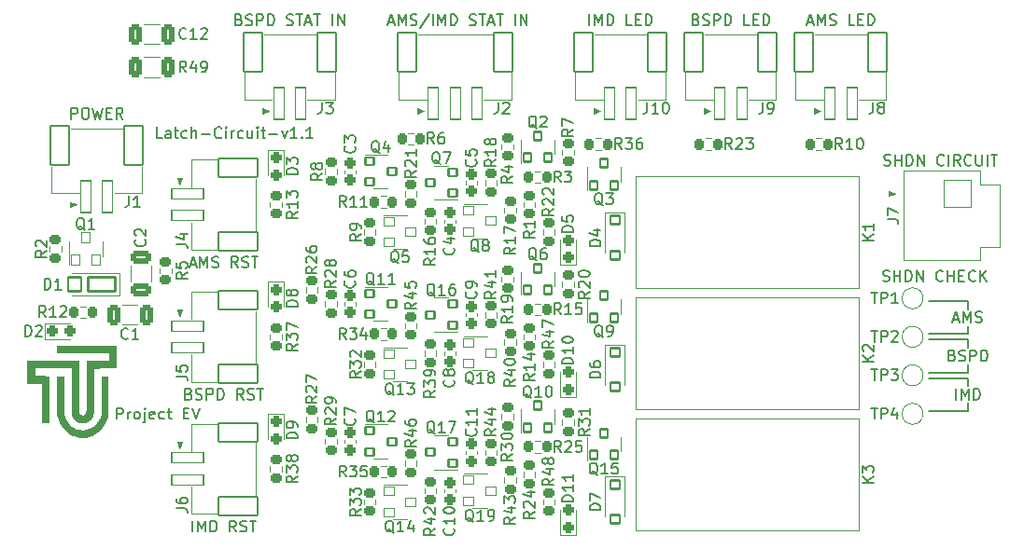
<source format=gbr>
%TF.GenerationSoftware,KiCad,Pcbnew,7.0.10*%
%TF.CreationDate,2024-07-30T22:44:23+09:00*%
%TF.ProjectId,Latch-Circuit,4c617463-682d-4436-9972-637569742e6b,rev?*%
%TF.SameCoordinates,Original*%
%TF.FileFunction,Legend,Top*%
%TF.FilePolarity,Positive*%
%FSLAX46Y46*%
G04 Gerber Fmt 4.6, Leading zero omitted, Abs format (unit mm)*
G04 Created by KiCad (PCBNEW 7.0.10) date 2024-07-30 22:44:23*
%MOMM*%
%LPD*%
G01*
G04 APERTURE LIST*
G04 Aperture macros list*
%AMRoundRect*
0 Rectangle with rounded corners*
0 $1 Rounding radius*
0 $2 $3 $4 $5 $6 $7 $8 $9 X,Y pos of 4 corners*
0 Add a 4 corners polygon primitive as box body*
4,1,4,$2,$3,$4,$5,$6,$7,$8,$9,$2,$3,0*
0 Add four circle primitives for the rounded corners*
1,1,$1+$1,$2,$3*
1,1,$1+$1,$4,$5*
1,1,$1+$1,$6,$7*
1,1,$1+$1,$8,$9*
0 Add four rect primitives between the rounded corners*
20,1,$1+$1,$2,$3,$4,$5,0*
20,1,$1+$1,$4,$5,$6,$7,0*
20,1,$1+$1,$6,$7,$8,$9,0*
20,1,$1+$1,$8,$9,$2,$3,0*%
G04 Aperture macros list end*
%ADD10C,0.150000*%
%ADD11C,0.125000*%
%ADD12C,0.120000*%
%ADD13C,0.100000*%
%ADD14RoundRect,0.225000X-0.300000X0.225000X-0.300000X-0.225000X0.300000X-0.225000X0.300000X0.225000X0*%
%ADD15RoundRect,0.225000X0.225000X0.300000X-0.225000X0.300000X-0.225000X-0.300000X0.225000X-0.300000X0*%
%ADD16C,2.050000*%
%ADD17RoundRect,0.056250X-0.393750X-0.443750X0.393750X-0.443750X0.393750X0.443750X-0.393750X0.443750X0*%
%ADD18RoundRect,0.225000X-0.225000X-0.300000X0.225000X-0.300000X0.225000X0.300000X-0.225000X0.300000X0*%
%ADD19RoundRect,0.243750X-0.243750X-0.281250X0.243750X-0.281250X0.243750X0.281250X-0.243750X0.281250X0*%
%ADD20O,0.900000X1.500000*%
%ADD21C,0.900000*%
%ADD22RoundRect,0.055000X1.445000X-0.495000X1.445000X0.495000X-1.445000X0.495000X-1.445000X-0.495000X0*%
%ADD23RoundRect,0.095000X1.755000X-0.855000X1.755000X0.855000X-1.755000X0.855000X-1.755000X-0.855000X0*%
%ADD24O,1.500000X0.900000*%
%ADD25RoundRect,0.055000X0.495000X1.445000X-0.495000X1.445000X-0.495000X-1.445000X0.495000X-1.445000X0*%
%ADD26RoundRect,0.095000X0.855000X1.755000X-0.855000X1.755000X-0.855000X-1.755000X0.855000X-1.755000X0*%
%ADD27C,1.600000*%
%ADD28RoundRect,0.225000X0.300000X-0.225000X0.300000X0.225000X-0.300000X0.225000X-0.300000X-0.225000X0*%
%ADD29C,6.500000*%
%ADD30RoundRect,0.052020X-1.235480X1.235480X-1.235480X-1.235480X1.235480X-1.235480X1.235480X1.235480X0*%
%ADD31C,2.575000*%
%ADD32RoundRect,0.112500X0.337500X-0.387500X0.337500X0.387500X-0.337500X0.387500X-0.337500X-0.387500X0*%
%ADD33RoundRect,0.271739X0.678261X-0.353261X0.678261X0.353261X-0.678261X0.353261X-0.678261X-0.353261X0*%
%ADD34RoundRect,0.111111X-0.413889X0.388889X-0.413889X-0.388889X0.413889X-0.388889X0.413889X0.388889X0*%
%ADD35RoundRect,0.056250X-0.443750X0.393750X-0.443750X-0.393750X0.443750X-0.393750X0.443750X0.393750X0*%
%ADD36RoundRect,0.250000X0.275000X-0.250000X0.275000X0.250000X-0.275000X0.250000X-0.275000X-0.250000X0*%
%ADD37RoundRect,0.243750X0.281250X-0.243750X0.281250X0.243750X-0.281250X0.243750X-0.281250X-0.243750X0*%
%ADD38C,1.300000*%
%ADD39C,2.000000*%
%ADD40RoundRect,0.112500X-0.387500X-0.337500X0.387500X-0.337500X0.387500X0.337500X-0.387500X0.337500X0*%
%ADD41RoundRect,0.112500X0.387500X0.337500X-0.387500X0.337500X-0.387500X-0.337500X0.387500X-0.337500X0*%
%ADD42RoundRect,0.243750X-0.281250X0.243750X-0.281250X-0.243750X0.281250X-0.243750X0.281250X0.243750X0*%
%ADD43RoundRect,0.107143X1.242857X0.642857X-1.242857X0.642857X-1.242857X-0.642857X1.242857X-0.642857X0*%
%ADD44RoundRect,0.107692X0.592308X0.642308X-0.592308X0.642308X-0.592308X-0.642308X0.592308X-0.642308X0*%
%ADD45RoundRect,0.250000X-0.275000X0.250000X-0.275000X-0.250000X0.275000X-0.250000X0.275000X0.250000X0*%
%ADD46RoundRect,0.272222X0.340278X0.652778X-0.340278X0.652778X-0.340278X-0.652778X0.340278X-0.652778X0*%
%ADD47RoundRect,0.271739X-0.353261X-0.678261X0.353261X-0.678261X0.353261X0.678261X-0.353261X0.678261X0*%
G04 APERTURE END LIST*
D10*
X98500000Y-43250000D02*
X95000000Y-43250000D01*
X98500000Y-39750000D02*
X98500000Y-40500000D01*
X98500000Y-49000000D02*
X98500000Y-49750000D01*
X98500000Y-49750000D02*
X95000000Y-49750000D01*
X98500000Y-45500000D02*
X98500000Y-46250000D01*
X98500000Y-46250000D02*
X95000000Y-46250000D01*
X98500000Y-46750000D02*
X98500000Y-47500000D01*
X98500000Y-42750000D02*
X95000000Y-42750000D01*
X98500000Y-43250000D02*
X98500000Y-44000000D01*
X98500000Y-46750000D02*
X95000000Y-46750000D01*
X98500000Y-42000000D02*
X98500000Y-42750000D01*
X95000000Y-39750000D02*
X98500000Y-39750000D01*
X90904762Y-27407200D02*
X91047619Y-27454819D01*
X91047619Y-27454819D02*
X91285714Y-27454819D01*
X91285714Y-27454819D02*
X91380952Y-27407200D01*
X91380952Y-27407200D02*
X91428571Y-27359580D01*
X91428571Y-27359580D02*
X91476190Y-27264342D01*
X91476190Y-27264342D02*
X91476190Y-27169104D01*
X91476190Y-27169104D02*
X91428571Y-27073866D01*
X91428571Y-27073866D02*
X91380952Y-27026247D01*
X91380952Y-27026247D02*
X91285714Y-26978628D01*
X91285714Y-26978628D02*
X91095238Y-26931009D01*
X91095238Y-26931009D02*
X91000000Y-26883390D01*
X91000000Y-26883390D02*
X90952381Y-26835771D01*
X90952381Y-26835771D02*
X90904762Y-26740533D01*
X90904762Y-26740533D02*
X90904762Y-26645295D01*
X90904762Y-26645295D02*
X90952381Y-26550057D01*
X90952381Y-26550057D02*
X91000000Y-26502438D01*
X91000000Y-26502438D02*
X91095238Y-26454819D01*
X91095238Y-26454819D02*
X91333333Y-26454819D01*
X91333333Y-26454819D02*
X91476190Y-26502438D01*
X91904762Y-27454819D02*
X91904762Y-26454819D01*
X91904762Y-26931009D02*
X92476190Y-26931009D01*
X92476190Y-27454819D02*
X92476190Y-26454819D01*
X92952381Y-27454819D02*
X92952381Y-26454819D01*
X92952381Y-26454819D02*
X93190476Y-26454819D01*
X93190476Y-26454819D02*
X93333333Y-26502438D01*
X93333333Y-26502438D02*
X93428571Y-26597676D01*
X93428571Y-26597676D02*
X93476190Y-26692914D01*
X93476190Y-26692914D02*
X93523809Y-26883390D01*
X93523809Y-26883390D02*
X93523809Y-27026247D01*
X93523809Y-27026247D02*
X93476190Y-27216723D01*
X93476190Y-27216723D02*
X93428571Y-27311961D01*
X93428571Y-27311961D02*
X93333333Y-27407200D01*
X93333333Y-27407200D02*
X93190476Y-27454819D01*
X93190476Y-27454819D02*
X92952381Y-27454819D01*
X93952381Y-27454819D02*
X93952381Y-26454819D01*
X93952381Y-26454819D02*
X94523809Y-27454819D01*
X94523809Y-27454819D02*
X94523809Y-26454819D01*
X96333333Y-27359580D02*
X96285714Y-27407200D01*
X96285714Y-27407200D02*
X96142857Y-27454819D01*
X96142857Y-27454819D02*
X96047619Y-27454819D01*
X96047619Y-27454819D02*
X95904762Y-27407200D01*
X95904762Y-27407200D02*
X95809524Y-27311961D01*
X95809524Y-27311961D02*
X95761905Y-27216723D01*
X95761905Y-27216723D02*
X95714286Y-27026247D01*
X95714286Y-27026247D02*
X95714286Y-26883390D01*
X95714286Y-26883390D02*
X95761905Y-26692914D01*
X95761905Y-26692914D02*
X95809524Y-26597676D01*
X95809524Y-26597676D02*
X95904762Y-26502438D01*
X95904762Y-26502438D02*
X96047619Y-26454819D01*
X96047619Y-26454819D02*
X96142857Y-26454819D01*
X96142857Y-26454819D02*
X96285714Y-26502438D01*
X96285714Y-26502438D02*
X96333333Y-26550057D01*
X96761905Y-27454819D02*
X96761905Y-26454819D01*
X97809523Y-27454819D02*
X97476190Y-26978628D01*
X97238095Y-27454819D02*
X97238095Y-26454819D01*
X97238095Y-26454819D02*
X97619047Y-26454819D01*
X97619047Y-26454819D02*
X97714285Y-26502438D01*
X97714285Y-26502438D02*
X97761904Y-26550057D01*
X97761904Y-26550057D02*
X97809523Y-26645295D01*
X97809523Y-26645295D02*
X97809523Y-26788152D01*
X97809523Y-26788152D02*
X97761904Y-26883390D01*
X97761904Y-26883390D02*
X97714285Y-26931009D01*
X97714285Y-26931009D02*
X97619047Y-26978628D01*
X97619047Y-26978628D02*
X97238095Y-26978628D01*
X98809523Y-27359580D02*
X98761904Y-27407200D01*
X98761904Y-27407200D02*
X98619047Y-27454819D01*
X98619047Y-27454819D02*
X98523809Y-27454819D01*
X98523809Y-27454819D02*
X98380952Y-27407200D01*
X98380952Y-27407200D02*
X98285714Y-27311961D01*
X98285714Y-27311961D02*
X98238095Y-27216723D01*
X98238095Y-27216723D02*
X98190476Y-27026247D01*
X98190476Y-27026247D02*
X98190476Y-26883390D01*
X98190476Y-26883390D02*
X98238095Y-26692914D01*
X98238095Y-26692914D02*
X98285714Y-26597676D01*
X98285714Y-26597676D02*
X98380952Y-26502438D01*
X98380952Y-26502438D02*
X98523809Y-26454819D01*
X98523809Y-26454819D02*
X98619047Y-26454819D01*
X98619047Y-26454819D02*
X98761904Y-26502438D01*
X98761904Y-26502438D02*
X98809523Y-26550057D01*
X99238095Y-26454819D02*
X99238095Y-27264342D01*
X99238095Y-27264342D02*
X99285714Y-27359580D01*
X99285714Y-27359580D02*
X99333333Y-27407200D01*
X99333333Y-27407200D02*
X99428571Y-27454819D01*
X99428571Y-27454819D02*
X99619047Y-27454819D01*
X99619047Y-27454819D02*
X99714285Y-27407200D01*
X99714285Y-27407200D02*
X99761904Y-27359580D01*
X99761904Y-27359580D02*
X99809523Y-27264342D01*
X99809523Y-27264342D02*
X99809523Y-26454819D01*
X100285714Y-27454819D02*
X100285714Y-26454819D01*
X100619047Y-26454819D02*
X101190475Y-26454819D01*
X100904761Y-27454819D02*
X100904761Y-26454819D01*
X25428571Y-24954819D02*
X24952381Y-24954819D01*
X24952381Y-24954819D02*
X24952381Y-23954819D01*
X26190476Y-24954819D02*
X26190476Y-24431009D01*
X26190476Y-24431009D02*
X26142857Y-24335771D01*
X26142857Y-24335771D02*
X26047619Y-24288152D01*
X26047619Y-24288152D02*
X25857143Y-24288152D01*
X25857143Y-24288152D02*
X25761905Y-24335771D01*
X26190476Y-24907200D02*
X26095238Y-24954819D01*
X26095238Y-24954819D02*
X25857143Y-24954819D01*
X25857143Y-24954819D02*
X25761905Y-24907200D01*
X25761905Y-24907200D02*
X25714286Y-24811961D01*
X25714286Y-24811961D02*
X25714286Y-24716723D01*
X25714286Y-24716723D02*
X25761905Y-24621485D01*
X25761905Y-24621485D02*
X25857143Y-24573866D01*
X25857143Y-24573866D02*
X26095238Y-24573866D01*
X26095238Y-24573866D02*
X26190476Y-24526247D01*
X26523810Y-24288152D02*
X26904762Y-24288152D01*
X26666667Y-23954819D02*
X26666667Y-24811961D01*
X26666667Y-24811961D02*
X26714286Y-24907200D01*
X26714286Y-24907200D02*
X26809524Y-24954819D01*
X26809524Y-24954819D02*
X26904762Y-24954819D01*
X27666667Y-24907200D02*
X27571429Y-24954819D01*
X27571429Y-24954819D02*
X27380953Y-24954819D01*
X27380953Y-24954819D02*
X27285715Y-24907200D01*
X27285715Y-24907200D02*
X27238096Y-24859580D01*
X27238096Y-24859580D02*
X27190477Y-24764342D01*
X27190477Y-24764342D02*
X27190477Y-24478628D01*
X27190477Y-24478628D02*
X27238096Y-24383390D01*
X27238096Y-24383390D02*
X27285715Y-24335771D01*
X27285715Y-24335771D02*
X27380953Y-24288152D01*
X27380953Y-24288152D02*
X27571429Y-24288152D01*
X27571429Y-24288152D02*
X27666667Y-24335771D01*
X28095239Y-24954819D02*
X28095239Y-23954819D01*
X28523810Y-24954819D02*
X28523810Y-24431009D01*
X28523810Y-24431009D02*
X28476191Y-24335771D01*
X28476191Y-24335771D02*
X28380953Y-24288152D01*
X28380953Y-24288152D02*
X28238096Y-24288152D01*
X28238096Y-24288152D02*
X28142858Y-24335771D01*
X28142858Y-24335771D02*
X28095239Y-24383390D01*
X29000001Y-24573866D02*
X29761906Y-24573866D01*
X30809524Y-24859580D02*
X30761905Y-24907200D01*
X30761905Y-24907200D02*
X30619048Y-24954819D01*
X30619048Y-24954819D02*
X30523810Y-24954819D01*
X30523810Y-24954819D02*
X30380953Y-24907200D01*
X30380953Y-24907200D02*
X30285715Y-24811961D01*
X30285715Y-24811961D02*
X30238096Y-24716723D01*
X30238096Y-24716723D02*
X30190477Y-24526247D01*
X30190477Y-24526247D02*
X30190477Y-24383390D01*
X30190477Y-24383390D02*
X30238096Y-24192914D01*
X30238096Y-24192914D02*
X30285715Y-24097676D01*
X30285715Y-24097676D02*
X30380953Y-24002438D01*
X30380953Y-24002438D02*
X30523810Y-23954819D01*
X30523810Y-23954819D02*
X30619048Y-23954819D01*
X30619048Y-23954819D02*
X30761905Y-24002438D01*
X30761905Y-24002438D02*
X30809524Y-24050057D01*
X31238096Y-24954819D02*
X31238096Y-24288152D01*
X31238096Y-23954819D02*
X31190477Y-24002438D01*
X31190477Y-24002438D02*
X31238096Y-24050057D01*
X31238096Y-24050057D02*
X31285715Y-24002438D01*
X31285715Y-24002438D02*
X31238096Y-23954819D01*
X31238096Y-23954819D02*
X31238096Y-24050057D01*
X31714286Y-24954819D02*
X31714286Y-24288152D01*
X31714286Y-24478628D02*
X31761905Y-24383390D01*
X31761905Y-24383390D02*
X31809524Y-24335771D01*
X31809524Y-24335771D02*
X31904762Y-24288152D01*
X31904762Y-24288152D02*
X32000000Y-24288152D01*
X32761905Y-24907200D02*
X32666667Y-24954819D01*
X32666667Y-24954819D02*
X32476191Y-24954819D01*
X32476191Y-24954819D02*
X32380953Y-24907200D01*
X32380953Y-24907200D02*
X32333334Y-24859580D01*
X32333334Y-24859580D02*
X32285715Y-24764342D01*
X32285715Y-24764342D02*
X32285715Y-24478628D01*
X32285715Y-24478628D02*
X32333334Y-24383390D01*
X32333334Y-24383390D02*
X32380953Y-24335771D01*
X32380953Y-24335771D02*
X32476191Y-24288152D01*
X32476191Y-24288152D02*
X32666667Y-24288152D01*
X32666667Y-24288152D02*
X32761905Y-24335771D01*
X33619048Y-24288152D02*
X33619048Y-24954819D01*
X33190477Y-24288152D02*
X33190477Y-24811961D01*
X33190477Y-24811961D02*
X33238096Y-24907200D01*
X33238096Y-24907200D02*
X33333334Y-24954819D01*
X33333334Y-24954819D02*
X33476191Y-24954819D01*
X33476191Y-24954819D02*
X33571429Y-24907200D01*
X33571429Y-24907200D02*
X33619048Y-24859580D01*
X34095239Y-24954819D02*
X34095239Y-24288152D01*
X34095239Y-23954819D02*
X34047620Y-24002438D01*
X34047620Y-24002438D02*
X34095239Y-24050057D01*
X34095239Y-24050057D02*
X34142858Y-24002438D01*
X34142858Y-24002438D02*
X34095239Y-23954819D01*
X34095239Y-23954819D02*
X34095239Y-24050057D01*
X34428572Y-24288152D02*
X34809524Y-24288152D01*
X34571429Y-23954819D02*
X34571429Y-24811961D01*
X34571429Y-24811961D02*
X34619048Y-24907200D01*
X34619048Y-24907200D02*
X34714286Y-24954819D01*
X34714286Y-24954819D02*
X34809524Y-24954819D01*
X35142858Y-24573866D02*
X35904763Y-24573866D01*
X36285715Y-24288152D02*
X36523810Y-24954819D01*
X36523810Y-24954819D02*
X36761905Y-24288152D01*
X37666667Y-24954819D02*
X37095239Y-24954819D01*
X37380953Y-24954819D02*
X37380953Y-23954819D01*
X37380953Y-23954819D02*
X37285715Y-24097676D01*
X37285715Y-24097676D02*
X37190477Y-24192914D01*
X37190477Y-24192914D02*
X37095239Y-24240533D01*
X38095239Y-24859580D02*
X38142858Y-24907200D01*
X38142858Y-24907200D02*
X38095239Y-24954819D01*
X38095239Y-24954819D02*
X38047620Y-24907200D01*
X38047620Y-24907200D02*
X38095239Y-24859580D01*
X38095239Y-24859580D02*
X38095239Y-24954819D01*
X39095238Y-24954819D02*
X38523810Y-24954819D01*
X38809524Y-24954819D02*
X38809524Y-23954819D01*
X38809524Y-23954819D02*
X38714286Y-24097676D01*
X38714286Y-24097676D02*
X38619048Y-24192914D01*
X38619048Y-24192914D02*
X38523810Y-24240533D01*
X27976190Y-36419104D02*
X28452380Y-36419104D01*
X27880952Y-36704819D02*
X28214285Y-35704819D01*
X28214285Y-35704819D02*
X28547618Y-36704819D01*
X28880952Y-36704819D02*
X28880952Y-35704819D01*
X28880952Y-35704819D02*
X29214285Y-36419104D01*
X29214285Y-36419104D02*
X29547618Y-35704819D01*
X29547618Y-35704819D02*
X29547618Y-36704819D01*
X29976190Y-36657200D02*
X30119047Y-36704819D01*
X30119047Y-36704819D02*
X30357142Y-36704819D01*
X30357142Y-36704819D02*
X30452380Y-36657200D01*
X30452380Y-36657200D02*
X30499999Y-36609580D01*
X30499999Y-36609580D02*
X30547618Y-36514342D01*
X30547618Y-36514342D02*
X30547618Y-36419104D01*
X30547618Y-36419104D02*
X30499999Y-36323866D01*
X30499999Y-36323866D02*
X30452380Y-36276247D01*
X30452380Y-36276247D02*
X30357142Y-36228628D01*
X30357142Y-36228628D02*
X30166666Y-36181009D01*
X30166666Y-36181009D02*
X30071428Y-36133390D01*
X30071428Y-36133390D02*
X30023809Y-36085771D01*
X30023809Y-36085771D02*
X29976190Y-35990533D01*
X29976190Y-35990533D02*
X29976190Y-35895295D01*
X29976190Y-35895295D02*
X30023809Y-35800057D01*
X30023809Y-35800057D02*
X30071428Y-35752438D01*
X30071428Y-35752438D02*
X30166666Y-35704819D01*
X30166666Y-35704819D02*
X30404761Y-35704819D01*
X30404761Y-35704819D02*
X30547618Y-35752438D01*
X32309523Y-36704819D02*
X31976190Y-36228628D01*
X31738095Y-36704819D02*
X31738095Y-35704819D01*
X31738095Y-35704819D02*
X32119047Y-35704819D01*
X32119047Y-35704819D02*
X32214285Y-35752438D01*
X32214285Y-35752438D02*
X32261904Y-35800057D01*
X32261904Y-35800057D02*
X32309523Y-35895295D01*
X32309523Y-35895295D02*
X32309523Y-36038152D01*
X32309523Y-36038152D02*
X32261904Y-36133390D01*
X32261904Y-36133390D02*
X32214285Y-36181009D01*
X32214285Y-36181009D02*
X32119047Y-36228628D01*
X32119047Y-36228628D02*
X31738095Y-36228628D01*
X32690476Y-36657200D02*
X32833333Y-36704819D01*
X32833333Y-36704819D02*
X33071428Y-36704819D01*
X33071428Y-36704819D02*
X33166666Y-36657200D01*
X33166666Y-36657200D02*
X33214285Y-36609580D01*
X33214285Y-36609580D02*
X33261904Y-36514342D01*
X33261904Y-36514342D02*
X33261904Y-36419104D01*
X33261904Y-36419104D02*
X33214285Y-36323866D01*
X33214285Y-36323866D02*
X33166666Y-36276247D01*
X33166666Y-36276247D02*
X33071428Y-36228628D01*
X33071428Y-36228628D02*
X32880952Y-36181009D01*
X32880952Y-36181009D02*
X32785714Y-36133390D01*
X32785714Y-36133390D02*
X32738095Y-36085771D01*
X32738095Y-36085771D02*
X32690476Y-35990533D01*
X32690476Y-35990533D02*
X32690476Y-35895295D01*
X32690476Y-35895295D02*
X32738095Y-35800057D01*
X32738095Y-35800057D02*
X32785714Y-35752438D01*
X32785714Y-35752438D02*
X32880952Y-35704819D01*
X32880952Y-35704819D02*
X33119047Y-35704819D01*
X33119047Y-35704819D02*
X33261904Y-35752438D01*
X33547619Y-35704819D02*
X34119047Y-35704819D01*
X33833333Y-36704819D02*
X33833333Y-35704819D01*
X83976190Y-14419104D02*
X84452380Y-14419104D01*
X83880952Y-14704819D02*
X84214285Y-13704819D01*
X84214285Y-13704819D02*
X84547618Y-14704819D01*
X84880952Y-14704819D02*
X84880952Y-13704819D01*
X84880952Y-13704819D02*
X85214285Y-14419104D01*
X85214285Y-14419104D02*
X85547618Y-13704819D01*
X85547618Y-13704819D02*
X85547618Y-14704819D01*
X85976190Y-14657200D02*
X86119047Y-14704819D01*
X86119047Y-14704819D02*
X86357142Y-14704819D01*
X86357142Y-14704819D02*
X86452380Y-14657200D01*
X86452380Y-14657200D02*
X86499999Y-14609580D01*
X86499999Y-14609580D02*
X86547618Y-14514342D01*
X86547618Y-14514342D02*
X86547618Y-14419104D01*
X86547618Y-14419104D02*
X86499999Y-14323866D01*
X86499999Y-14323866D02*
X86452380Y-14276247D01*
X86452380Y-14276247D02*
X86357142Y-14228628D01*
X86357142Y-14228628D02*
X86166666Y-14181009D01*
X86166666Y-14181009D02*
X86071428Y-14133390D01*
X86071428Y-14133390D02*
X86023809Y-14085771D01*
X86023809Y-14085771D02*
X85976190Y-13990533D01*
X85976190Y-13990533D02*
X85976190Y-13895295D01*
X85976190Y-13895295D02*
X86023809Y-13800057D01*
X86023809Y-13800057D02*
X86071428Y-13752438D01*
X86071428Y-13752438D02*
X86166666Y-13704819D01*
X86166666Y-13704819D02*
X86404761Y-13704819D01*
X86404761Y-13704819D02*
X86547618Y-13752438D01*
X88214285Y-14704819D02*
X87738095Y-14704819D01*
X87738095Y-14704819D02*
X87738095Y-13704819D01*
X88547619Y-14181009D02*
X88880952Y-14181009D01*
X89023809Y-14704819D02*
X88547619Y-14704819D01*
X88547619Y-14704819D02*
X88547619Y-13704819D01*
X88547619Y-13704819D02*
X89023809Y-13704819D01*
X89452381Y-14704819D02*
X89452381Y-13704819D01*
X89452381Y-13704819D02*
X89690476Y-13704819D01*
X89690476Y-13704819D02*
X89833333Y-13752438D01*
X89833333Y-13752438D02*
X89928571Y-13847676D01*
X89928571Y-13847676D02*
X89976190Y-13942914D01*
X89976190Y-13942914D02*
X90023809Y-14133390D01*
X90023809Y-14133390D02*
X90023809Y-14276247D01*
X90023809Y-14276247D02*
X89976190Y-14466723D01*
X89976190Y-14466723D02*
X89928571Y-14561961D01*
X89928571Y-14561961D02*
X89833333Y-14657200D01*
X89833333Y-14657200D02*
X89690476Y-14704819D01*
X89690476Y-14704819D02*
X89452381Y-14704819D01*
X97095238Y-44681009D02*
X97238095Y-44728628D01*
X97238095Y-44728628D02*
X97285714Y-44776247D01*
X97285714Y-44776247D02*
X97333333Y-44871485D01*
X97333333Y-44871485D02*
X97333333Y-45014342D01*
X97333333Y-45014342D02*
X97285714Y-45109580D01*
X97285714Y-45109580D02*
X97238095Y-45157200D01*
X97238095Y-45157200D02*
X97142857Y-45204819D01*
X97142857Y-45204819D02*
X96761905Y-45204819D01*
X96761905Y-45204819D02*
X96761905Y-44204819D01*
X96761905Y-44204819D02*
X97095238Y-44204819D01*
X97095238Y-44204819D02*
X97190476Y-44252438D01*
X97190476Y-44252438D02*
X97238095Y-44300057D01*
X97238095Y-44300057D02*
X97285714Y-44395295D01*
X97285714Y-44395295D02*
X97285714Y-44490533D01*
X97285714Y-44490533D02*
X97238095Y-44585771D01*
X97238095Y-44585771D02*
X97190476Y-44633390D01*
X97190476Y-44633390D02*
X97095238Y-44681009D01*
X97095238Y-44681009D02*
X96761905Y-44681009D01*
X97714286Y-45157200D02*
X97857143Y-45204819D01*
X97857143Y-45204819D02*
X98095238Y-45204819D01*
X98095238Y-45204819D02*
X98190476Y-45157200D01*
X98190476Y-45157200D02*
X98238095Y-45109580D01*
X98238095Y-45109580D02*
X98285714Y-45014342D01*
X98285714Y-45014342D02*
X98285714Y-44919104D01*
X98285714Y-44919104D02*
X98238095Y-44823866D01*
X98238095Y-44823866D02*
X98190476Y-44776247D01*
X98190476Y-44776247D02*
X98095238Y-44728628D01*
X98095238Y-44728628D02*
X97904762Y-44681009D01*
X97904762Y-44681009D02*
X97809524Y-44633390D01*
X97809524Y-44633390D02*
X97761905Y-44585771D01*
X97761905Y-44585771D02*
X97714286Y-44490533D01*
X97714286Y-44490533D02*
X97714286Y-44395295D01*
X97714286Y-44395295D02*
X97761905Y-44300057D01*
X97761905Y-44300057D02*
X97809524Y-44252438D01*
X97809524Y-44252438D02*
X97904762Y-44204819D01*
X97904762Y-44204819D02*
X98142857Y-44204819D01*
X98142857Y-44204819D02*
X98285714Y-44252438D01*
X98714286Y-45204819D02*
X98714286Y-44204819D01*
X98714286Y-44204819D02*
X99095238Y-44204819D01*
X99095238Y-44204819D02*
X99190476Y-44252438D01*
X99190476Y-44252438D02*
X99238095Y-44300057D01*
X99238095Y-44300057D02*
X99285714Y-44395295D01*
X99285714Y-44395295D02*
X99285714Y-44538152D01*
X99285714Y-44538152D02*
X99238095Y-44633390D01*
X99238095Y-44633390D02*
X99190476Y-44681009D01*
X99190476Y-44681009D02*
X99095238Y-44728628D01*
X99095238Y-44728628D02*
X98714286Y-44728628D01*
X99714286Y-45204819D02*
X99714286Y-44204819D01*
X99714286Y-44204819D02*
X99952381Y-44204819D01*
X99952381Y-44204819D02*
X100095238Y-44252438D01*
X100095238Y-44252438D02*
X100190476Y-44347676D01*
X100190476Y-44347676D02*
X100238095Y-44442914D01*
X100238095Y-44442914D02*
X100285714Y-44633390D01*
X100285714Y-44633390D02*
X100285714Y-44776247D01*
X100285714Y-44776247D02*
X100238095Y-44966723D01*
X100238095Y-44966723D02*
X100190476Y-45061961D01*
X100190476Y-45061961D02*
X100095238Y-45157200D01*
X100095238Y-45157200D02*
X99952381Y-45204819D01*
X99952381Y-45204819D02*
X99714286Y-45204819D01*
X17190476Y-23204819D02*
X17190476Y-22204819D01*
X17190476Y-22204819D02*
X17571428Y-22204819D01*
X17571428Y-22204819D02*
X17666666Y-22252438D01*
X17666666Y-22252438D02*
X17714285Y-22300057D01*
X17714285Y-22300057D02*
X17761904Y-22395295D01*
X17761904Y-22395295D02*
X17761904Y-22538152D01*
X17761904Y-22538152D02*
X17714285Y-22633390D01*
X17714285Y-22633390D02*
X17666666Y-22681009D01*
X17666666Y-22681009D02*
X17571428Y-22728628D01*
X17571428Y-22728628D02*
X17190476Y-22728628D01*
X18380952Y-22204819D02*
X18571428Y-22204819D01*
X18571428Y-22204819D02*
X18666666Y-22252438D01*
X18666666Y-22252438D02*
X18761904Y-22347676D01*
X18761904Y-22347676D02*
X18809523Y-22538152D01*
X18809523Y-22538152D02*
X18809523Y-22871485D01*
X18809523Y-22871485D02*
X18761904Y-23061961D01*
X18761904Y-23061961D02*
X18666666Y-23157200D01*
X18666666Y-23157200D02*
X18571428Y-23204819D01*
X18571428Y-23204819D02*
X18380952Y-23204819D01*
X18380952Y-23204819D02*
X18285714Y-23157200D01*
X18285714Y-23157200D02*
X18190476Y-23061961D01*
X18190476Y-23061961D02*
X18142857Y-22871485D01*
X18142857Y-22871485D02*
X18142857Y-22538152D01*
X18142857Y-22538152D02*
X18190476Y-22347676D01*
X18190476Y-22347676D02*
X18285714Y-22252438D01*
X18285714Y-22252438D02*
X18380952Y-22204819D01*
X19142857Y-22204819D02*
X19380952Y-23204819D01*
X19380952Y-23204819D02*
X19571428Y-22490533D01*
X19571428Y-22490533D02*
X19761904Y-23204819D01*
X19761904Y-23204819D02*
X20000000Y-22204819D01*
X20380952Y-22681009D02*
X20714285Y-22681009D01*
X20857142Y-23204819D02*
X20380952Y-23204819D01*
X20380952Y-23204819D02*
X20380952Y-22204819D01*
X20380952Y-22204819D02*
X20857142Y-22204819D01*
X21857142Y-23204819D02*
X21523809Y-22728628D01*
X21285714Y-23204819D02*
X21285714Y-22204819D01*
X21285714Y-22204819D02*
X21666666Y-22204819D01*
X21666666Y-22204819D02*
X21761904Y-22252438D01*
X21761904Y-22252438D02*
X21809523Y-22300057D01*
X21809523Y-22300057D02*
X21857142Y-22395295D01*
X21857142Y-22395295D02*
X21857142Y-22538152D01*
X21857142Y-22538152D02*
X21809523Y-22633390D01*
X21809523Y-22633390D02*
X21761904Y-22681009D01*
X21761904Y-22681009D02*
X21666666Y-22728628D01*
X21666666Y-22728628D02*
X21285714Y-22728628D01*
X21333333Y-50454819D02*
X21333333Y-49454819D01*
X21333333Y-49454819D02*
X21714285Y-49454819D01*
X21714285Y-49454819D02*
X21809523Y-49502438D01*
X21809523Y-49502438D02*
X21857142Y-49550057D01*
X21857142Y-49550057D02*
X21904761Y-49645295D01*
X21904761Y-49645295D02*
X21904761Y-49788152D01*
X21904761Y-49788152D02*
X21857142Y-49883390D01*
X21857142Y-49883390D02*
X21809523Y-49931009D01*
X21809523Y-49931009D02*
X21714285Y-49978628D01*
X21714285Y-49978628D02*
X21333333Y-49978628D01*
X22333333Y-50454819D02*
X22333333Y-49788152D01*
X22333333Y-49978628D02*
X22380952Y-49883390D01*
X22380952Y-49883390D02*
X22428571Y-49835771D01*
X22428571Y-49835771D02*
X22523809Y-49788152D01*
X22523809Y-49788152D02*
X22619047Y-49788152D01*
X23095238Y-50454819D02*
X23000000Y-50407200D01*
X23000000Y-50407200D02*
X22952381Y-50359580D01*
X22952381Y-50359580D02*
X22904762Y-50264342D01*
X22904762Y-50264342D02*
X22904762Y-49978628D01*
X22904762Y-49978628D02*
X22952381Y-49883390D01*
X22952381Y-49883390D02*
X23000000Y-49835771D01*
X23000000Y-49835771D02*
X23095238Y-49788152D01*
X23095238Y-49788152D02*
X23238095Y-49788152D01*
X23238095Y-49788152D02*
X23333333Y-49835771D01*
X23333333Y-49835771D02*
X23380952Y-49883390D01*
X23380952Y-49883390D02*
X23428571Y-49978628D01*
X23428571Y-49978628D02*
X23428571Y-50264342D01*
X23428571Y-50264342D02*
X23380952Y-50359580D01*
X23380952Y-50359580D02*
X23333333Y-50407200D01*
X23333333Y-50407200D02*
X23238095Y-50454819D01*
X23238095Y-50454819D02*
X23095238Y-50454819D01*
X23857143Y-49788152D02*
X23857143Y-50645295D01*
X23857143Y-50645295D02*
X23809524Y-50740533D01*
X23809524Y-50740533D02*
X23714286Y-50788152D01*
X23714286Y-50788152D02*
X23666667Y-50788152D01*
X23857143Y-49454819D02*
X23809524Y-49502438D01*
X23809524Y-49502438D02*
X23857143Y-49550057D01*
X23857143Y-49550057D02*
X23904762Y-49502438D01*
X23904762Y-49502438D02*
X23857143Y-49454819D01*
X23857143Y-49454819D02*
X23857143Y-49550057D01*
X24714285Y-50407200D02*
X24619047Y-50454819D01*
X24619047Y-50454819D02*
X24428571Y-50454819D01*
X24428571Y-50454819D02*
X24333333Y-50407200D01*
X24333333Y-50407200D02*
X24285714Y-50311961D01*
X24285714Y-50311961D02*
X24285714Y-49931009D01*
X24285714Y-49931009D02*
X24333333Y-49835771D01*
X24333333Y-49835771D02*
X24428571Y-49788152D01*
X24428571Y-49788152D02*
X24619047Y-49788152D01*
X24619047Y-49788152D02*
X24714285Y-49835771D01*
X24714285Y-49835771D02*
X24761904Y-49931009D01*
X24761904Y-49931009D02*
X24761904Y-50026247D01*
X24761904Y-50026247D02*
X24285714Y-50121485D01*
X25619047Y-50407200D02*
X25523809Y-50454819D01*
X25523809Y-50454819D02*
X25333333Y-50454819D01*
X25333333Y-50454819D02*
X25238095Y-50407200D01*
X25238095Y-50407200D02*
X25190476Y-50359580D01*
X25190476Y-50359580D02*
X25142857Y-50264342D01*
X25142857Y-50264342D02*
X25142857Y-49978628D01*
X25142857Y-49978628D02*
X25190476Y-49883390D01*
X25190476Y-49883390D02*
X25238095Y-49835771D01*
X25238095Y-49835771D02*
X25333333Y-49788152D01*
X25333333Y-49788152D02*
X25523809Y-49788152D01*
X25523809Y-49788152D02*
X25619047Y-49835771D01*
X25904762Y-49788152D02*
X26285714Y-49788152D01*
X26047619Y-49454819D02*
X26047619Y-50311961D01*
X26047619Y-50311961D02*
X26095238Y-50407200D01*
X26095238Y-50407200D02*
X26190476Y-50454819D01*
X26190476Y-50454819D02*
X26285714Y-50454819D01*
X27380953Y-49931009D02*
X27714286Y-49931009D01*
X27857143Y-50454819D02*
X27380953Y-50454819D01*
X27380953Y-50454819D02*
X27380953Y-49454819D01*
X27380953Y-49454819D02*
X27857143Y-49454819D01*
X28142858Y-49454819D02*
X28476191Y-50454819D01*
X28476191Y-50454819D02*
X28809524Y-49454819D01*
X32404761Y-14181009D02*
X32547618Y-14228628D01*
X32547618Y-14228628D02*
X32595237Y-14276247D01*
X32595237Y-14276247D02*
X32642856Y-14371485D01*
X32642856Y-14371485D02*
X32642856Y-14514342D01*
X32642856Y-14514342D02*
X32595237Y-14609580D01*
X32595237Y-14609580D02*
X32547618Y-14657200D01*
X32547618Y-14657200D02*
X32452380Y-14704819D01*
X32452380Y-14704819D02*
X32071428Y-14704819D01*
X32071428Y-14704819D02*
X32071428Y-13704819D01*
X32071428Y-13704819D02*
X32404761Y-13704819D01*
X32404761Y-13704819D02*
X32499999Y-13752438D01*
X32499999Y-13752438D02*
X32547618Y-13800057D01*
X32547618Y-13800057D02*
X32595237Y-13895295D01*
X32595237Y-13895295D02*
X32595237Y-13990533D01*
X32595237Y-13990533D02*
X32547618Y-14085771D01*
X32547618Y-14085771D02*
X32499999Y-14133390D01*
X32499999Y-14133390D02*
X32404761Y-14181009D01*
X32404761Y-14181009D02*
X32071428Y-14181009D01*
X33023809Y-14657200D02*
X33166666Y-14704819D01*
X33166666Y-14704819D02*
X33404761Y-14704819D01*
X33404761Y-14704819D02*
X33499999Y-14657200D01*
X33499999Y-14657200D02*
X33547618Y-14609580D01*
X33547618Y-14609580D02*
X33595237Y-14514342D01*
X33595237Y-14514342D02*
X33595237Y-14419104D01*
X33595237Y-14419104D02*
X33547618Y-14323866D01*
X33547618Y-14323866D02*
X33499999Y-14276247D01*
X33499999Y-14276247D02*
X33404761Y-14228628D01*
X33404761Y-14228628D02*
X33214285Y-14181009D01*
X33214285Y-14181009D02*
X33119047Y-14133390D01*
X33119047Y-14133390D02*
X33071428Y-14085771D01*
X33071428Y-14085771D02*
X33023809Y-13990533D01*
X33023809Y-13990533D02*
X33023809Y-13895295D01*
X33023809Y-13895295D02*
X33071428Y-13800057D01*
X33071428Y-13800057D02*
X33119047Y-13752438D01*
X33119047Y-13752438D02*
X33214285Y-13704819D01*
X33214285Y-13704819D02*
X33452380Y-13704819D01*
X33452380Y-13704819D02*
X33595237Y-13752438D01*
X34023809Y-14704819D02*
X34023809Y-13704819D01*
X34023809Y-13704819D02*
X34404761Y-13704819D01*
X34404761Y-13704819D02*
X34499999Y-13752438D01*
X34499999Y-13752438D02*
X34547618Y-13800057D01*
X34547618Y-13800057D02*
X34595237Y-13895295D01*
X34595237Y-13895295D02*
X34595237Y-14038152D01*
X34595237Y-14038152D02*
X34547618Y-14133390D01*
X34547618Y-14133390D02*
X34499999Y-14181009D01*
X34499999Y-14181009D02*
X34404761Y-14228628D01*
X34404761Y-14228628D02*
X34023809Y-14228628D01*
X35023809Y-14704819D02*
X35023809Y-13704819D01*
X35023809Y-13704819D02*
X35261904Y-13704819D01*
X35261904Y-13704819D02*
X35404761Y-13752438D01*
X35404761Y-13752438D02*
X35499999Y-13847676D01*
X35499999Y-13847676D02*
X35547618Y-13942914D01*
X35547618Y-13942914D02*
X35595237Y-14133390D01*
X35595237Y-14133390D02*
X35595237Y-14276247D01*
X35595237Y-14276247D02*
X35547618Y-14466723D01*
X35547618Y-14466723D02*
X35499999Y-14561961D01*
X35499999Y-14561961D02*
X35404761Y-14657200D01*
X35404761Y-14657200D02*
X35261904Y-14704819D01*
X35261904Y-14704819D02*
X35023809Y-14704819D01*
X36738095Y-14657200D02*
X36880952Y-14704819D01*
X36880952Y-14704819D02*
X37119047Y-14704819D01*
X37119047Y-14704819D02*
X37214285Y-14657200D01*
X37214285Y-14657200D02*
X37261904Y-14609580D01*
X37261904Y-14609580D02*
X37309523Y-14514342D01*
X37309523Y-14514342D02*
X37309523Y-14419104D01*
X37309523Y-14419104D02*
X37261904Y-14323866D01*
X37261904Y-14323866D02*
X37214285Y-14276247D01*
X37214285Y-14276247D02*
X37119047Y-14228628D01*
X37119047Y-14228628D02*
X36928571Y-14181009D01*
X36928571Y-14181009D02*
X36833333Y-14133390D01*
X36833333Y-14133390D02*
X36785714Y-14085771D01*
X36785714Y-14085771D02*
X36738095Y-13990533D01*
X36738095Y-13990533D02*
X36738095Y-13895295D01*
X36738095Y-13895295D02*
X36785714Y-13800057D01*
X36785714Y-13800057D02*
X36833333Y-13752438D01*
X36833333Y-13752438D02*
X36928571Y-13704819D01*
X36928571Y-13704819D02*
X37166666Y-13704819D01*
X37166666Y-13704819D02*
X37309523Y-13752438D01*
X37595238Y-13704819D02*
X38166666Y-13704819D01*
X37880952Y-14704819D02*
X37880952Y-13704819D01*
X38452381Y-14419104D02*
X38928571Y-14419104D01*
X38357143Y-14704819D02*
X38690476Y-13704819D01*
X38690476Y-13704819D02*
X39023809Y-14704819D01*
X39214286Y-13704819D02*
X39785714Y-13704819D01*
X39500000Y-14704819D02*
X39500000Y-13704819D01*
X40880953Y-14704819D02*
X40880953Y-13704819D01*
X41357143Y-14704819D02*
X41357143Y-13704819D01*
X41357143Y-13704819D02*
X41928571Y-14704819D01*
X41928571Y-14704819D02*
X41928571Y-13704819D01*
X97214286Y-41419104D02*
X97690476Y-41419104D01*
X97119048Y-41704819D02*
X97452381Y-40704819D01*
X97452381Y-40704819D02*
X97785714Y-41704819D01*
X98119048Y-41704819D02*
X98119048Y-40704819D01*
X98119048Y-40704819D02*
X98452381Y-41419104D01*
X98452381Y-41419104D02*
X98785714Y-40704819D01*
X98785714Y-40704819D02*
X98785714Y-41704819D01*
X99214286Y-41657200D02*
X99357143Y-41704819D01*
X99357143Y-41704819D02*
X99595238Y-41704819D01*
X99595238Y-41704819D02*
X99690476Y-41657200D01*
X99690476Y-41657200D02*
X99738095Y-41609580D01*
X99738095Y-41609580D02*
X99785714Y-41514342D01*
X99785714Y-41514342D02*
X99785714Y-41419104D01*
X99785714Y-41419104D02*
X99738095Y-41323866D01*
X99738095Y-41323866D02*
X99690476Y-41276247D01*
X99690476Y-41276247D02*
X99595238Y-41228628D01*
X99595238Y-41228628D02*
X99404762Y-41181009D01*
X99404762Y-41181009D02*
X99309524Y-41133390D01*
X99309524Y-41133390D02*
X99261905Y-41085771D01*
X99261905Y-41085771D02*
X99214286Y-40990533D01*
X99214286Y-40990533D02*
X99214286Y-40895295D01*
X99214286Y-40895295D02*
X99261905Y-40800057D01*
X99261905Y-40800057D02*
X99309524Y-40752438D01*
X99309524Y-40752438D02*
X99404762Y-40704819D01*
X99404762Y-40704819D02*
X99642857Y-40704819D01*
X99642857Y-40704819D02*
X99785714Y-40752438D01*
X28190476Y-60704819D02*
X28190476Y-59704819D01*
X28666666Y-60704819D02*
X28666666Y-59704819D01*
X28666666Y-59704819D02*
X28999999Y-60419104D01*
X28999999Y-60419104D02*
X29333332Y-59704819D01*
X29333332Y-59704819D02*
X29333332Y-60704819D01*
X29809523Y-60704819D02*
X29809523Y-59704819D01*
X29809523Y-59704819D02*
X30047618Y-59704819D01*
X30047618Y-59704819D02*
X30190475Y-59752438D01*
X30190475Y-59752438D02*
X30285713Y-59847676D01*
X30285713Y-59847676D02*
X30333332Y-59942914D01*
X30333332Y-59942914D02*
X30380951Y-60133390D01*
X30380951Y-60133390D02*
X30380951Y-60276247D01*
X30380951Y-60276247D02*
X30333332Y-60466723D01*
X30333332Y-60466723D02*
X30285713Y-60561961D01*
X30285713Y-60561961D02*
X30190475Y-60657200D01*
X30190475Y-60657200D02*
X30047618Y-60704819D01*
X30047618Y-60704819D02*
X29809523Y-60704819D01*
X32142856Y-60704819D02*
X31809523Y-60228628D01*
X31571428Y-60704819D02*
X31571428Y-59704819D01*
X31571428Y-59704819D02*
X31952380Y-59704819D01*
X31952380Y-59704819D02*
X32047618Y-59752438D01*
X32047618Y-59752438D02*
X32095237Y-59800057D01*
X32095237Y-59800057D02*
X32142856Y-59895295D01*
X32142856Y-59895295D02*
X32142856Y-60038152D01*
X32142856Y-60038152D02*
X32095237Y-60133390D01*
X32095237Y-60133390D02*
X32047618Y-60181009D01*
X32047618Y-60181009D02*
X31952380Y-60228628D01*
X31952380Y-60228628D02*
X31571428Y-60228628D01*
X32523809Y-60657200D02*
X32666666Y-60704819D01*
X32666666Y-60704819D02*
X32904761Y-60704819D01*
X32904761Y-60704819D02*
X32999999Y-60657200D01*
X32999999Y-60657200D02*
X33047618Y-60609580D01*
X33047618Y-60609580D02*
X33095237Y-60514342D01*
X33095237Y-60514342D02*
X33095237Y-60419104D01*
X33095237Y-60419104D02*
X33047618Y-60323866D01*
X33047618Y-60323866D02*
X32999999Y-60276247D01*
X32999999Y-60276247D02*
X32904761Y-60228628D01*
X32904761Y-60228628D02*
X32714285Y-60181009D01*
X32714285Y-60181009D02*
X32619047Y-60133390D01*
X32619047Y-60133390D02*
X32571428Y-60085771D01*
X32571428Y-60085771D02*
X32523809Y-59990533D01*
X32523809Y-59990533D02*
X32523809Y-59895295D01*
X32523809Y-59895295D02*
X32571428Y-59800057D01*
X32571428Y-59800057D02*
X32619047Y-59752438D01*
X32619047Y-59752438D02*
X32714285Y-59704819D01*
X32714285Y-59704819D02*
X32952380Y-59704819D01*
X32952380Y-59704819D02*
X33095237Y-59752438D01*
X33380952Y-59704819D02*
X33952380Y-59704819D01*
X33666666Y-60704819D02*
X33666666Y-59704819D01*
X27857142Y-48181009D02*
X27999999Y-48228628D01*
X27999999Y-48228628D02*
X28047618Y-48276247D01*
X28047618Y-48276247D02*
X28095237Y-48371485D01*
X28095237Y-48371485D02*
X28095237Y-48514342D01*
X28095237Y-48514342D02*
X28047618Y-48609580D01*
X28047618Y-48609580D02*
X27999999Y-48657200D01*
X27999999Y-48657200D02*
X27904761Y-48704819D01*
X27904761Y-48704819D02*
X27523809Y-48704819D01*
X27523809Y-48704819D02*
X27523809Y-47704819D01*
X27523809Y-47704819D02*
X27857142Y-47704819D01*
X27857142Y-47704819D02*
X27952380Y-47752438D01*
X27952380Y-47752438D02*
X27999999Y-47800057D01*
X27999999Y-47800057D02*
X28047618Y-47895295D01*
X28047618Y-47895295D02*
X28047618Y-47990533D01*
X28047618Y-47990533D02*
X27999999Y-48085771D01*
X27999999Y-48085771D02*
X27952380Y-48133390D01*
X27952380Y-48133390D02*
X27857142Y-48181009D01*
X27857142Y-48181009D02*
X27523809Y-48181009D01*
X28476190Y-48657200D02*
X28619047Y-48704819D01*
X28619047Y-48704819D02*
X28857142Y-48704819D01*
X28857142Y-48704819D02*
X28952380Y-48657200D01*
X28952380Y-48657200D02*
X28999999Y-48609580D01*
X28999999Y-48609580D02*
X29047618Y-48514342D01*
X29047618Y-48514342D02*
X29047618Y-48419104D01*
X29047618Y-48419104D02*
X28999999Y-48323866D01*
X28999999Y-48323866D02*
X28952380Y-48276247D01*
X28952380Y-48276247D02*
X28857142Y-48228628D01*
X28857142Y-48228628D02*
X28666666Y-48181009D01*
X28666666Y-48181009D02*
X28571428Y-48133390D01*
X28571428Y-48133390D02*
X28523809Y-48085771D01*
X28523809Y-48085771D02*
X28476190Y-47990533D01*
X28476190Y-47990533D02*
X28476190Y-47895295D01*
X28476190Y-47895295D02*
X28523809Y-47800057D01*
X28523809Y-47800057D02*
X28571428Y-47752438D01*
X28571428Y-47752438D02*
X28666666Y-47704819D01*
X28666666Y-47704819D02*
X28904761Y-47704819D01*
X28904761Y-47704819D02*
X29047618Y-47752438D01*
X29476190Y-48704819D02*
X29476190Y-47704819D01*
X29476190Y-47704819D02*
X29857142Y-47704819D01*
X29857142Y-47704819D02*
X29952380Y-47752438D01*
X29952380Y-47752438D02*
X29999999Y-47800057D01*
X29999999Y-47800057D02*
X30047618Y-47895295D01*
X30047618Y-47895295D02*
X30047618Y-48038152D01*
X30047618Y-48038152D02*
X29999999Y-48133390D01*
X29999999Y-48133390D02*
X29952380Y-48181009D01*
X29952380Y-48181009D02*
X29857142Y-48228628D01*
X29857142Y-48228628D02*
X29476190Y-48228628D01*
X30476190Y-48704819D02*
X30476190Y-47704819D01*
X30476190Y-47704819D02*
X30714285Y-47704819D01*
X30714285Y-47704819D02*
X30857142Y-47752438D01*
X30857142Y-47752438D02*
X30952380Y-47847676D01*
X30952380Y-47847676D02*
X30999999Y-47942914D01*
X30999999Y-47942914D02*
X31047618Y-48133390D01*
X31047618Y-48133390D02*
X31047618Y-48276247D01*
X31047618Y-48276247D02*
X30999999Y-48466723D01*
X30999999Y-48466723D02*
X30952380Y-48561961D01*
X30952380Y-48561961D02*
X30857142Y-48657200D01*
X30857142Y-48657200D02*
X30714285Y-48704819D01*
X30714285Y-48704819D02*
X30476190Y-48704819D01*
X32809523Y-48704819D02*
X32476190Y-48228628D01*
X32238095Y-48704819D02*
X32238095Y-47704819D01*
X32238095Y-47704819D02*
X32619047Y-47704819D01*
X32619047Y-47704819D02*
X32714285Y-47752438D01*
X32714285Y-47752438D02*
X32761904Y-47800057D01*
X32761904Y-47800057D02*
X32809523Y-47895295D01*
X32809523Y-47895295D02*
X32809523Y-48038152D01*
X32809523Y-48038152D02*
X32761904Y-48133390D01*
X32761904Y-48133390D02*
X32714285Y-48181009D01*
X32714285Y-48181009D02*
X32619047Y-48228628D01*
X32619047Y-48228628D02*
X32238095Y-48228628D01*
X33190476Y-48657200D02*
X33333333Y-48704819D01*
X33333333Y-48704819D02*
X33571428Y-48704819D01*
X33571428Y-48704819D02*
X33666666Y-48657200D01*
X33666666Y-48657200D02*
X33714285Y-48609580D01*
X33714285Y-48609580D02*
X33761904Y-48514342D01*
X33761904Y-48514342D02*
X33761904Y-48419104D01*
X33761904Y-48419104D02*
X33714285Y-48323866D01*
X33714285Y-48323866D02*
X33666666Y-48276247D01*
X33666666Y-48276247D02*
X33571428Y-48228628D01*
X33571428Y-48228628D02*
X33380952Y-48181009D01*
X33380952Y-48181009D02*
X33285714Y-48133390D01*
X33285714Y-48133390D02*
X33238095Y-48085771D01*
X33238095Y-48085771D02*
X33190476Y-47990533D01*
X33190476Y-47990533D02*
X33190476Y-47895295D01*
X33190476Y-47895295D02*
X33238095Y-47800057D01*
X33238095Y-47800057D02*
X33285714Y-47752438D01*
X33285714Y-47752438D02*
X33380952Y-47704819D01*
X33380952Y-47704819D02*
X33619047Y-47704819D01*
X33619047Y-47704819D02*
X33761904Y-47752438D01*
X34047619Y-47704819D02*
X34619047Y-47704819D01*
X34333333Y-48704819D02*
X34333333Y-47704819D01*
X90809524Y-37907200D02*
X90952381Y-37954819D01*
X90952381Y-37954819D02*
X91190476Y-37954819D01*
X91190476Y-37954819D02*
X91285714Y-37907200D01*
X91285714Y-37907200D02*
X91333333Y-37859580D01*
X91333333Y-37859580D02*
X91380952Y-37764342D01*
X91380952Y-37764342D02*
X91380952Y-37669104D01*
X91380952Y-37669104D02*
X91333333Y-37573866D01*
X91333333Y-37573866D02*
X91285714Y-37526247D01*
X91285714Y-37526247D02*
X91190476Y-37478628D01*
X91190476Y-37478628D02*
X91000000Y-37431009D01*
X91000000Y-37431009D02*
X90904762Y-37383390D01*
X90904762Y-37383390D02*
X90857143Y-37335771D01*
X90857143Y-37335771D02*
X90809524Y-37240533D01*
X90809524Y-37240533D02*
X90809524Y-37145295D01*
X90809524Y-37145295D02*
X90857143Y-37050057D01*
X90857143Y-37050057D02*
X90904762Y-37002438D01*
X90904762Y-37002438D02*
X91000000Y-36954819D01*
X91000000Y-36954819D02*
X91238095Y-36954819D01*
X91238095Y-36954819D02*
X91380952Y-37002438D01*
X91809524Y-37954819D02*
X91809524Y-36954819D01*
X91809524Y-37431009D02*
X92380952Y-37431009D01*
X92380952Y-37954819D02*
X92380952Y-36954819D01*
X92857143Y-37954819D02*
X92857143Y-36954819D01*
X92857143Y-36954819D02*
X93095238Y-36954819D01*
X93095238Y-36954819D02*
X93238095Y-37002438D01*
X93238095Y-37002438D02*
X93333333Y-37097676D01*
X93333333Y-37097676D02*
X93380952Y-37192914D01*
X93380952Y-37192914D02*
X93428571Y-37383390D01*
X93428571Y-37383390D02*
X93428571Y-37526247D01*
X93428571Y-37526247D02*
X93380952Y-37716723D01*
X93380952Y-37716723D02*
X93333333Y-37811961D01*
X93333333Y-37811961D02*
X93238095Y-37907200D01*
X93238095Y-37907200D02*
X93095238Y-37954819D01*
X93095238Y-37954819D02*
X92857143Y-37954819D01*
X93857143Y-37954819D02*
X93857143Y-36954819D01*
X93857143Y-36954819D02*
X94428571Y-37954819D01*
X94428571Y-37954819D02*
X94428571Y-36954819D01*
X96238095Y-37859580D02*
X96190476Y-37907200D01*
X96190476Y-37907200D02*
X96047619Y-37954819D01*
X96047619Y-37954819D02*
X95952381Y-37954819D01*
X95952381Y-37954819D02*
X95809524Y-37907200D01*
X95809524Y-37907200D02*
X95714286Y-37811961D01*
X95714286Y-37811961D02*
X95666667Y-37716723D01*
X95666667Y-37716723D02*
X95619048Y-37526247D01*
X95619048Y-37526247D02*
X95619048Y-37383390D01*
X95619048Y-37383390D02*
X95666667Y-37192914D01*
X95666667Y-37192914D02*
X95714286Y-37097676D01*
X95714286Y-37097676D02*
X95809524Y-37002438D01*
X95809524Y-37002438D02*
X95952381Y-36954819D01*
X95952381Y-36954819D02*
X96047619Y-36954819D01*
X96047619Y-36954819D02*
X96190476Y-37002438D01*
X96190476Y-37002438D02*
X96238095Y-37050057D01*
X96666667Y-37954819D02*
X96666667Y-36954819D01*
X96666667Y-37431009D02*
X97238095Y-37431009D01*
X97238095Y-37954819D02*
X97238095Y-36954819D01*
X97714286Y-37431009D02*
X98047619Y-37431009D01*
X98190476Y-37954819D02*
X97714286Y-37954819D01*
X97714286Y-37954819D02*
X97714286Y-36954819D01*
X97714286Y-36954819D02*
X98190476Y-36954819D01*
X99190476Y-37859580D02*
X99142857Y-37907200D01*
X99142857Y-37907200D02*
X99000000Y-37954819D01*
X99000000Y-37954819D02*
X98904762Y-37954819D01*
X98904762Y-37954819D02*
X98761905Y-37907200D01*
X98761905Y-37907200D02*
X98666667Y-37811961D01*
X98666667Y-37811961D02*
X98619048Y-37716723D01*
X98619048Y-37716723D02*
X98571429Y-37526247D01*
X98571429Y-37526247D02*
X98571429Y-37383390D01*
X98571429Y-37383390D02*
X98619048Y-37192914D01*
X98619048Y-37192914D02*
X98666667Y-37097676D01*
X98666667Y-37097676D02*
X98761905Y-37002438D01*
X98761905Y-37002438D02*
X98904762Y-36954819D01*
X98904762Y-36954819D02*
X99000000Y-36954819D01*
X99000000Y-36954819D02*
X99142857Y-37002438D01*
X99142857Y-37002438D02*
X99190476Y-37050057D01*
X99619048Y-37954819D02*
X99619048Y-36954819D01*
X100190476Y-37954819D02*
X99761905Y-37383390D01*
X100190476Y-36954819D02*
X99619048Y-37526247D01*
X64190476Y-14704819D02*
X64190476Y-13704819D01*
X64666666Y-14704819D02*
X64666666Y-13704819D01*
X64666666Y-13704819D02*
X64999999Y-14419104D01*
X64999999Y-14419104D02*
X65333332Y-13704819D01*
X65333332Y-13704819D02*
X65333332Y-14704819D01*
X65809523Y-14704819D02*
X65809523Y-13704819D01*
X65809523Y-13704819D02*
X66047618Y-13704819D01*
X66047618Y-13704819D02*
X66190475Y-13752438D01*
X66190475Y-13752438D02*
X66285713Y-13847676D01*
X66285713Y-13847676D02*
X66333332Y-13942914D01*
X66333332Y-13942914D02*
X66380951Y-14133390D01*
X66380951Y-14133390D02*
X66380951Y-14276247D01*
X66380951Y-14276247D02*
X66333332Y-14466723D01*
X66333332Y-14466723D02*
X66285713Y-14561961D01*
X66285713Y-14561961D02*
X66190475Y-14657200D01*
X66190475Y-14657200D02*
X66047618Y-14704819D01*
X66047618Y-14704819D02*
X65809523Y-14704819D01*
X68047618Y-14704819D02*
X67571428Y-14704819D01*
X67571428Y-14704819D02*
X67571428Y-13704819D01*
X68380952Y-14181009D02*
X68714285Y-14181009D01*
X68857142Y-14704819D02*
X68380952Y-14704819D01*
X68380952Y-14704819D02*
X68380952Y-13704819D01*
X68380952Y-13704819D02*
X68857142Y-13704819D01*
X69285714Y-14704819D02*
X69285714Y-13704819D01*
X69285714Y-13704819D02*
X69523809Y-13704819D01*
X69523809Y-13704819D02*
X69666666Y-13752438D01*
X69666666Y-13752438D02*
X69761904Y-13847676D01*
X69761904Y-13847676D02*
X69809523Y-13942914D01*
X69809523Y-13942914D02*
X69857142Y-14133390D01*
X69857142Y-14133390D02*
X69857142Y-14276247D01*
X69857142Y-14276247D02*
X69809523Y-14466723D01*
X69809523Y-14466723D02*
X69761904Y-14561961D01*
X69761904Y-14561961D02*
X69666666Y-14657200D01*
X69666666Y-14657200D02*
X69523809Y-14704819D01*
X69523809Y-14704819D02*
X69285714Y-14704819D01*
X45940476Y-14419104D02*
X46416666Y-14419104D01*
X45845238Y-14704819D02*
X46178571Y-13704819D01*
X46178571Y-13704819D02*
X46511904Y-14704819D01*
X46845238Y-14704819D02*
X46845238Y-13704819D01*
X46845238Y-13704819D02*
X47178571Y-14419104D01*
X47178571Y-14419104D02*
X47511904Y-13704819D01*
X47511904Y-13704819D02*
X47511904Y-14704819D01*
X47940476Y-14657200D02*
X48083333Y-14704819D01*
X48083333Y-14704819D02*
X48321428Y-14704819D01*
X48321428Y-14704819D02*
X48416666Y-14657200D01*
X48416666Y-14657200D02*
X48464285Y-14609580D01*
X48464285Y-14609580D02*
X48511904Y-14514342D01*
X48511904Y-14514342D02*
X48511904Y-14419104D01*
X48511904Y-14419104D02*
X48464285Y-14323866D01*
X48464285Y-14323866D02*
X48416666Y-14276247D01*
X48416666Y-14276247D02*
X48321428Y-14228628D01*
X48321428Y-14228628D02*
X48130952Y-14181009D01*
X48130952Y-14181009D02*
X48035714Y-14133390D01*
X48035714Y-14133390D02*
X47988095Y-14085771D01*
X47988095Y-14085771D02*
X47940476Y-13990533D01*
X47940476Y-13990533D02*
X47940476Y-13895295D01*
X47940476Y-13895295D02*
X47988095Y-13800057D01*
X47988095Y-13800057D02*
X48035714Y-13752438D01*
X48035714Y-13752438D02*
X48130952Y-13704819D01*
X48130952Y-13704819D02*
X48369047Y-13704819D01*
X48369047Y-13704819D02*
X48511904Y-13752438D01*
X49654761Y-13657200D02*
X48797619Y-14942914D01*
X49988095Y-14704819D02*
X49988095Y-13704819D01*
X50464285Y-14704819D02*
X50464285Y-13704819D01*
X50464285Y-13704819D02*
X50797618Y-14419104D01*
X50797618Y-14419104D02*
X51130951Y-13704819D01*
X51130951Y-13704819D02*
X51130951Y-14704819D01*
X51607142Y-14704819D02*
X51607142Y-13704819D01*
X51607142Y-13704819D02*
X51845237Y-13704819D01*
X51845237Y-13704819D02*
X51988094Y-13752438D01*
X51988094Y-13752438D02*
X52083332Y-13847676D01*
X52083332Y-13847676D02*
X52130951Y-13942914D01*
X52130951Y-13942914D02*
X52178570Y-14133390D01*
X52178570Y-14133390D02*
X52178570Y-14276247D01*
X52178570Y-14276247D02*
X52130951Y-14466723D01*
X52130951Y-14466723D02*
X52083332Y-14561961D01*
X52083332Y-14561961D02*
X51988094Y-14657200D01*
X51988094Y-14657200D02*
X51845237Y-14704819D01*
X51845237Y-14704819D02*
X51607142Y-14704819D01*
X53321428Y-14657200D02*
X53464285Y-14704819D01*
X53464285Y-14704819D02*
X53702380Y-14704819D01*
X53702380Y-14704819D02*
X53797618Y-14657200D01*
X53797618Y-14657200D02*
X53845237Y-14609580D01*
X53845237Y-14609580D02*
X53892856Y-14514342D01*
X53892856Y-14514342D02*
X53892856Y-14419104D01*
X53892856Y-14419104D02*
X53845237Y-14323866D01*
X53845237Y-14323866D02*
X53797618Y-14276247D01*
X53797618Y-14276247D02*
X53702380Y-14228628D01*
X53702380Y-14228628D02*
X53511904Y-14181009D01*
X53511904Y-14181009D02*
X53416666Y-14133390D01*
X53416666Y-14133390D02*
X53369047Y-14085771D01*
X53369047Y-14085771D02*
X53321428Y-13990533D01*
X53321428Y-13990533D02*
X53321428Y-13895295D01*
X53321428Y-13895295D02*
X53369047Y-13800057D01*
X53369047Y-13800057D02*
X53416666Y-13752438D01*
X53416666Y-13752438D02*
X53511904Y-13704819D01*
X53511904Y-13704819D02*
X53749999Y-13704819D01*
X53749999Y-13704819D02*
X53892856Y-13752438D01*
X54178571Y-13704819D02*
X54749999Y-13704819D01*
X54464285Y-14704819D02*
X54464285Y-13704819D01*
X55035714Y-14419104D02*
X55511904Y-14419104D01*
X54940476Y-14704819D02*
X55273809Y-13704819D01*
X55273809Y-13704819D02*
X55607142Y-14704819D01*
X55797619Y-13704819D02*
X56369047Y-13704819D01*
X56083333Y-14704819D02*
X56083333Y-13704819D01*
X57464286Y-14704819D02*
X57464286Y-13704819D01*
X57940476Y-14704819D02*
X57940476Y-13704819D01*
X57940476Y-13704819D02*
X58511904Y-14704819D01*
X58511904Y-14704819D02*
X58511904Y-13704819D01*
X97428572Y-48704819D02*
X97428572Y-47704819D01*
X97904762Y-48704819D02*
X97904762Y-47704819D01*
X97904762Y-47704819D02*
X98238095Y-48419104D01*
X98238095Y-48419104D02*
X98571428Y-47704819D01*
X98571428Y-47704819D02*
X98571428Y-48704819D01*
X99047619Y-48704819D02*
X99047619Y-47704819D01*
X99047619Y-47704819D02*
X99285714Y-47704819D01*
X99285714Y-47704819D02*
X99428571Y-47752438D01*
X99428571Y-47752438D02*
X99523809Y-47847676D01*
X99523809Y-47847676D02*
X99571428Y-47942914D01*
X99571428Y-47942914D02*
X99619047Y-48133390D01*
X99619047Y-48133390D02*
X99619047Y-48276247D01*
X99619047Y-48276247D02*
X99571428Y-48466723D01*
X99571428Y-48466723D02*
X99523809Y-48561961D01*
X99523809Y-48561961D02*
X99428571Y-48657200D01*
X99428571Y-48657200D02*
X99285714Y-48704819D01*
X99285714Y-48704819D02*
X99047619Y-48704819D01*
X73857142Y-14181009D02*
X73999999Y-14228628D01*
X73999999Y-14228628D02*
X74047618Y-14276247D01*
X74047618Y-14276247D02*
X74095237Y-14371485D01*
X74095237Y-14371485D02*
X74095237Y-14514342D01*
X74095237Y-14514342D02*
X74047618Y-14609580D01*
X74047618Y-14609580D02*
X73999999Y-14657200D01*
X73999999Y-14657200D02*
X73904761Y-14704819D01*
X73904761Y-14704819D02*
X73523809Y-14704819D01*
X73523809Y-14704819D02*
X73523809Y-13704819D01*
X73523809Y-13704819D02*
X73857142Y-13704819D01*
X73857142Y-13704819D02*
X73952380Y-13752438D01*
X73952380Y-13752438D02*
X73999999Y-13800057D01*
X73999999Y-13800057D02*
X74047618Y-13895295D01*
X74047618Y-13895295D02*
X74047618Y-13990533D01*
X74047618Y-13990533D02*
X73999999Y-14085771D01*
X73999999Y-14085771D02*
X73952380Y-14133390D01*
X73952380Y-14133390D02*
X73857142Y-14181009D01*
X73857142Y-14181009D02*
X73523809Y-14181009D01*
X74476190Y-14657200D02*
X74619047Y-14704819D01*
X74619047Y-14704819D02*
X74857142Y-14704819D01*
X74857142Y-14704819D02*
X74952380Y-14657200D01*
X74952380Y-14657200D02*
X74999999Y-14609580D01*
X74999999Y-14609580D02*
X75047618Y-14514342D01*
X75047618Y-14514342D02*
X75047618Y-14419104D01*
X75047618Y-14419104D02*
X74999999Y-14323866D01*
X74999999Y-14323866D02*
X74952380Y-14276247D01*
X74952380Y-14276247D02*
X74857142Y-14228628D01*
X74857142Y-14228628D02*
X74666666Y-14181009D01*
X74666666Y-14181009D02*
X74571428Y-14133390D01*
X74571428Y-14133390D02*
X74523809Y-14085771D01*
X74523809Y-14085771D02*
X74476190Y-13990533D01*
X74476190Y-13990533D02*
X74476190Y-13895295D01*
X74476190Y-13895295D02*
X74523809Y-13800057D01*
X74523809Y-13800057D02*
X74571428Y-13752438D01*
X74571428Y-13752438D02*
X74666666Y-13704819D01*
X74666666Y-13704819D02*
X74904761Y-13704819D01*
X74904761Y-13704819D02*
X75047618Y-13752438D01*
X75476190Y-14704819D02*
X75476190Y-13704819D01*
X75476190Y-13704819D02*
X75857142Y-13704819D01*
X75857142Y-13704819D02*
X75952380Y-13752438D01*
X75952380Y-13752438D02*
X75999999Y-13800057D01*
X75999999Y-13800057D02*
X76047618Y-13895295D01*
X76047618Y-13895295D02*
X76047618Y-14038152D01*
X76047618Y-14038152D02*
X75999999Y-14133390D01*
X75999999Y-14133390D02*
X75952380Y-14181009D01*
X75952380Y-14181009D02*
X75857142Y-14228628D01*
X75857142Y-14228628D02*
X75476190Y-14228628D01*
X76476190Y-14704819D02*
X76476190Y-13704819D01*
X76476190Y-13704819D02*
X76714285Y-13704819D01*
X76714285Y-13704819D02*
X76857142Y-13752438D01*
X76857142Y-13752438D02*
X76952380Y-13847676D01*
X76952380Y-13847676D02*
X76999999Y-13942914D01*
X76999999Y-13942914D02*
X77047618Y-14133390D01*
X77047618Y-14133390D02*
X77047618Y-14276247D01*
X77047618Y-14276247D02*
X76999999Y-14466723D01*
X76999999Y-14466723D02*
X76952380Y-14561961D01*
X76952380Y-14561961D02*
X76857142Y-14657200D01*
X76857142Y-14657200D02*
X76714285Y-14704819D01*
X76714285Y-14704819D02*
X76476190Y-14704819D01*
X78714285Y-14704819D02*
X78238095Y-14704819D01*
X78238095Y-14704819D02*
X78238095Y-13704819D01*
X79047619Y-14181009D02*
X79380952Y-14181009D01*
X79523809Y-14704819D02*
X79047619Y-14704819D01*
X79047619Y-14704819D02*
X79047619Y-13704819D01*
X79047619Y-13704819D02*
X79523809Y-13704819D01*
X79952381Y-14704819D02*
X79952381Y-13704819D01*
X79952381Y-13704819D02*
X80190476Y-13704819D01*
X80190476Y-13704819D02*
X80333333Y-13752438D01*
X80333333Y-13752438D02*
X80428571Y-13847676D01*
X80428571Y-13847676D02*
X80476190Y-13942914D01*
X80476190Y-13942914D02*
X80523809Y-14133390D01*
X80523809Y-14133390D02*
X80523809Y-14276247D01*
X80523809Y-14276247D02*
X80476190Y-14466723D01*
X80476190Y-14466723D02*
X80428571Y-14561961D01*
X80428571Y-14561961D02*
X80333333Y-14657200D01*
X80333333Y-14657200D02*
X80190476Y-14704819D01*
X80190476Y-14704819D02*
X79952381Y-14704819D01*
X57454819Y-34892857D02*
X56978628Y-35226190D01*
X57454819Y-35464285D02*
X56454819Y-35464285D01*
X56454819Y-35464285D02*
X56454819Y-35083333D01*
X56454819Y-35083333D02*
X56502438Y-34988095D01*
X56502438Y-34988095D02*
X56550057Y-34940476D01*
X56550057Y-34940476D02*
X56645295Y-34892857D01*
X56645295Y-34892857D02*
X56788152Y-34892857D01*
X56788152Y-34892857D02*
X56883390Y-34940476D01*
X56883390Y-34940476D02*
X56931009Y-34988095D01*
X56931009Y-34988095D02*
X56978628Y-35083333D01*
X56978628Y-35083333D02*
X56978628Y-35464285D01*
X57454819Y-33940476D02*
X57454819Y-34511904D01*
X57454819Y-34226190D02*
X56454819Y-34226190D01*
X56454819Y-34226190D02*
X56597676Y-34321428D01*
X56597676Y-34321428D02*
X56692914Y-34416666D01*
X56692914Y-34416666D02*
X56740533Y-34511904D01*
X56454819Y-33607142D02*
X56454819Y-32940476D01*
X56454819Y-32940476D02*
X57454819Y-33369047D01*
X61607142Y-40954819D02*
X61273809Y-40478628D01*
X61035714Y-40954819D02*
X61035714Y-39954819D01*
X61035714Y-39954819D02*
X61416666Y-39954819D01*
X61416666Y-39954819D02*
X61511904Y-40002438D01*
X61511904Y-40002438D02*
X61559523Y-40050057D01*
X61559523Y-40050057D02*
X61607142Y-40145295D01*
X61607142Y-40145295D02*
X61607142Y-40288152D01*
X61607142Y-40288152D02*
X61559523Y-40383390D01*
X61559523Y-40383390D02*
X61511904Y-40431009D01*
X61511904Y-40431009D02*
X61416666Y-40478628D01*
X61416666Y-40478628D02*
X61035714Y-40478628D01*
X62559523Y-40954819D02*
X61988095Y-40954819D01*
X62273809Y-40954819D02*
X62273809Y-39954819D01*
X62273809Y-39954819D02*
X62178571Y-40097676D01*
X62178571Y-40097676D02*
X62083333Y-40192914D01*
X62083333Y-40192914D02*
X61988095Y-40240533D01*
X63464285Y-39954819D02*
X62988095Y-39954819D01*
X62988095Y-39954819D02*
X62940476Y-40431009D01*
X62940476Y-40431009D02*
X62988095Y-40383390D01*
X62988095Y-40383390D02*
X63083333Y-40335771D01*
X63083333Y-40335771D02*
X63321428Y-40335771D01*
X63321428Y-40335771D02*
X63416666Y-40383390D01*
X63416666Y-40383390D02*
X63464285Y-40431009D01*
X63464285Y-40431009D02*
X63511904Y-40526247D01*
X63511904Y-40526247D02*
X63511904Y-40764342D01*
X63511904Y-40764342D02*
X63464285Y-40859580D01*
X63464285Y-40859580D02*
X63416666Y-40907200D01*
X63416666Y-40907200D02*
X63321428Y-40954819D01*
X63321428Y-40954819D02*
X63083333Y-40954819D01*
X63083333Y-40954819D02*
X62988095Y-40907200D01*
X62988095Y-40907200D02*
X62940476Y-40859580D01*
X89954819Y-56238094D02*
X88954819Y-56238094D01*
X89954819Y-55666666D02*
X89383390Y-56095237D01*
X88954819Y-55666666D02*
X89526247Y-56238094D01*
X88954819Y-55333332D02*
X88954819Y-54714285D01*
X88954819Y-54714285D02*
X89335771Y-55047618D01*
X89335771Y-55047618D02*
X89335771Y-54904761D01*
X89335771Y-54904761D02*
X89383390Y-54809523D01*
X89383390Y-54809523D02*
X89431009Y-54761904D01*
X89431009Y-54761904D02*
X89526247Y-54714285D01*
X89526247Y-54714285D02*
X89764342Y-54714285D01*
X89764342Y-54714285D02*
X89859580Y-54761904D01*
X89859580Y-54761904D02*
X89907200Y-54809523D01*
X89907200Y-54809523D02*
X89954819Y-54904761D01*
X89954819Y-54904761D02*
X89954819Y-55190475D01*
X89954819Y-55190475D02*
X89907200Y-55285713D01*
X89907200Y-55285713D02*
X89859580Y-55333332D01*
X48454819Y-52392857D02*
X47978628Y-52726190D01*
X48454819Y-52964285D02*
X47454819Y-52964285D01*
X47454819Y-52964285D02*
X47454819Y-52583333D01*
X47454819Y-52583333D02*
X47502438Y-52488095D01*
X47502438Y-52488095D02*
X47550057Y-52440476D01*
X47550057Y-52440476D02*
X47645295Y-52392857D01*
X47645295Y-52392857D02*
X47788152Y-52392857D01*
X47788152Y-52392857D02*
X47883390Y-52440476D01*
X47883390Y-52440476D02*
X47931009Y-52488095D01*
X47931009Y-52488095D02*
X47978628Y-52583333D01*
X47978628Y-52583333D02*
X47978628Y-52964285D01*
X47788152Y-51535714D02*
X48454819Y-51535714D01*
X47407200Y-51773809D02*
X48121485Y-52011904D01*
X48121485Y-52011904D02*
X48121485Y-51392857D01*
X47454819Y-50583333D02*
X47454819Y-50773809D01*
X47454819Y-50773809D02*
X47502438Y-50869047D01*
X47502438Y-50869047D02*
X47550057Y-50916666D01*
X47550057Y-50916666D02*
X47692914Y-51011904D01*
X47692914Y-51011904D02*
X47883390Y-51059523D01*
X47883390Y-51059523D02*
X48264342Y-51059523D01*
X48264342Y-51059523D02*
X48359580Y-51011904D01*
X48359580Y-51011904D02*
X48407200Y-50964285D01*
X48407200Y-50964285D02*
X48454819Y-50869047D01*
X48454819Y-50869047D02*
X48454819Y-50678571D01*
X48454819Y-50678571D02*
X48407200Y-50583333D01*
X48407200Y-50583333D02*
X48359580Y-50535714D01*
X48359580Y-50535714D02*
X48264342Y-50488095D01*
X48264342Y-50488095D02*
X48026247Y-50488095D01*
X48026247Y-50488095D02*
X47931009Y-50535714D01*
X47931009Y-50535714D02*
X47883390Y-50583333D01*
X47883390Y-50583333D02*
X47835771Y-50678571D01*
X47835771Y-50678571D02*
X47835771Y-50869047D01*
X47835771Y-50869047D02*
X47883390Y-50964285D01*
X47883390Y-50964285D02*
X47931009Y-51011904D01*
X47931009Y-51011904D02*
X48026247Y-51059523D01*
X18404761Y-33300057D02*
X18309523Y-33252438D01*
X18309523Y-33252438D02*
X18214285Y-33157200D01*
X18214285Y-33157200D02*
X18071428Y-33014342D01*
X18071428Y-33014342D02*
X17976190Y-32966723D01*
X17976190Y-32966723D02*
X17880952Y-32966723D01*
X17928571Y-33204819D02*
X17833333Y-33157200D01*
X17833333Y-33157200D02*
X17738095Y-33061961D01*
X17738095Y-33061961D02*
X17690476Y-32871485D01*
X17690476Y-32871485D02*
X17690476Y-32538152D01*
X17690476Y-32538152D02*
X17738095Y-32347676D01*
X17738095Y-32347676D02*
X17833333Y-32252438D01*
X17833333Y-32252438D02*
X17928571Y-32204819D01*
X17928571Y-32204819D02*
X18119047Y-32204819D01*
X18119047Y-32204819D02*
X18214285Y-32252438D01*
X18214285Y-32252438D02*
X18309523Y-32347676D01*
X18309523Y-32347676D02*
X18357142Y-32538152D01*
X18357142Y-32538152D02*
X18357142Y-32871485D01*
X18357142Y-32871485D02*
X18309523Y-33061961D01*
X18309523Y-33061961D02*
X18214285Y-33157200D01*
X18214285Y-33157200D02*
X18119047Y-33204819D01*
X18119047Y-33204819D02*
X17928571Y-33204819D01*
X19309523Y-33204819D02*
X18738095Y-33204819D01*
X19023809Y-33204819D02*
X19023809Y-32204819D01*
X19023809Y-32204819D02*
X18928571Y-32347676D01*
X18928571Y-32347676D02*
X18833333Y-32442914D01*
X18833333Y-32442914D02*
X18738095Y-32490533D01*
X42107142Y-31204819D02*
X41773809Y-30728628D01*
X41535714Y-31204819D02*
X41535714Y-30204819D01*
X41535714Y-30204819D02*
X41916666Y-30204819D01*
X41916666Y-30204819D02*
X42011904Y-30252438D01*
X42011904Y-30252438D02*
X42059523Y-30300057D01*
X42059523Y-30300057D02*
X42107142Y-30395295D01*
X42107142Y-30395295D02*
X42107142Y-30538152D01*
X42107142Y-30538152D02*
X42059523Y-30633390D01*
X42059523Y-30633390D02*
X42011904Y-30681009D01*
X42011904Y-30681009D02*
X41916666Y-30728628D01*
X41916666Y-30728628D02*
X41535714Y-30728628D01*
X43059523Y-31204819D02*
X42488095Y-31204819D01*
X42773809Y-31204819D02*
X42773809Y-30204819D01*
X42773809Y-30204819D02*
X42678571Y-30347676D01*
X42678571Y-30347676D02*
X42583333Y-30442914D01*
X42583333Y-30442914D02*
X42488095Y-30490533D01*
X44011904Y-31204819D02*
X43440476Y-31204819D01*
X43726190Y-31204819D02*
X43726190Y-30204819D01*
X43726190Y-30204819D02*
X43630952Y-30347676D01*
X43630952Y-30347676D02*
X43535714Y-30442914D01*
X43535714Y-30442914D02*
X43440476Y-30490533D01*
X13011905Y-42954819D02*
X13011905Y-41954819D01*
X13011905Y-41954819D02*
X13250000Y-41954819D01*
X13250000Y-41954819D02*
X13392857Y-42002438D01*
X13392857Y-42002438D02*
X13488095Y-42097676D01*
X13488095Y-42097676D02*
X13535714Y-42192914D01*
X13535714Y-42192914D02*
X13583333Y-42383390D01*
X13583333Y-42383390D02*
X13583333Y-42526247D01*
X13583333Y-42526247D02*
X13535714Y-42716723D01*
X13535714Y-42716723D02*
X13488095Y-42811961D01*
X13488095Y-42811961D02*
X13392857Y-42907200D01*
X13392857Y-42907200D02*
X13250000Y-42954819D01*
X13250000Y-42954819D02*
X13011905Y-42954819D01*
X13964286Y-42050057D02*
X14011905Y-42002438D01*
X14011905Y-42002438D02*
X14107143Y-41954819D01*
X14107143Y-41954819D02*
X14345238Y-41954819D01*
X14345238Y-41954819D02*
X14440476Y-42002438D01*
X14440476Y-42002438D02*
X14488095Y-42050057D01*
X14488095Y-42050057D02*
X14535714Y-42145295D01*
X14535714Y-42145295D02*
X14535714Y-42240533D01*
X14535714Y-42240533D02*
X14488095Y-42383390D01*
X14488095Y-42383390D02*
X13916667Y-42954819D01*
X13916667Y-42954819D02*
X14535714Y-42954819D01*
X26704819Y-58583333D02*
X27419104Y-58583333D01*
X27419104Y-58583333D02*
X27561961Y-58630952D01*
X27561961Y-58630952D02*
X27657200Y-58726190D01*
X27657200Y-58726190D02*
X27704819Y-58869047D01*
X27704819Y-58869047D02*
X27704819Y-58964285D01*
X26704819Y-57678571D02*
X26704819Y-57869047D01*
X26704819Y-57869047D02*
X26752438Y-57964285D01*
X26752438Y-57964285D02*
X26800057Y-58011904D01*
X26800057Y-58011904D02*
X26942914Y-58107142D01*
X26942914Y-58107142D02*
X27133390Y-58154761D01*
X27133390Y-58154761D02*
X27514342Y-58154761D01*
X27514342Y-58154761D02*
X27609580Y-58107142D01*
X27609580Y-58107142D02*
X27657200Y-58059523D01*
X27657200Y-58059523D02*
X27704819Y-57964285D01*
X27704819Y-57964285D02*
X27704819Y-57773809D01*
X27704819Y-57773809D02*
X27657200Y-57678571D01*
X27657200Y-57678571D02*
X27609580Y-57630952D01*
X27609580Y-57630952D02*
X27514342Y-57583333D01*
X27514342Y-57583333D02*
X27276247Y-57583333D01*
X27276247Y-57583333D02*
X27181009Y-57630952D01*
X27181009Y-57630952D02*
X27133390Y-57678571D01*
X27133390Y-57678571D02*
X27085771Y-57773809D01*
X27085771Y-57773809D02*
X27085771Y-57964285D01*
X27085771Y-57964285D02*
X27133390Y-58059523D01*
X27133390Y-58059523D02*
X27181009Y-58107142D01*
X27181009Y-58107142D02*
X27276247Y-58154761D01*
X42107142Y-43204819D02*
X41773809Y-42728628D01*
X41535714Y-43204819D02*
X41535714Y-42204819D01*
X41535714Y-42204819D02*
X41916666Y-42204819D01*
X41916666Y-42204819D02*
X42011904Y-42252438D01*
X42011904Y-42252438D02*
X42059523Y-42300057D01*
X42059523Y-42300057D02*
X42107142Y-42395295D01*
X42107142Y-42395295D02*
X42107142Y-42538152D01*
X42107142Y-42538152D02*
X42059523Y-42633390D01*
X42059523Y-42633390D02*
X42011904Y-42681009D01*
X42011904Y-42681009D02*
X41916666Y-42728628D01*
X41916666Y-42728628D02*
X41535714Y-42728628D01*
X42440476Y-42204819D02*
X43059523Y-42204819D01*
X43059523Y-42204819D02*
X42726190Y-42585771D01*
X42726190Y-42585771D02*
X42869047Y-42585771D01*
X42869047Y-42585771D02*
X42964285Y-42633390D01*
X42964285Y-42633390D02*
X43011904Y-42681009D01*
X43011904Y-42681009D02*
X43059523Y-42776247D01*
X43059523Y-42776247D02*
X43059523Y-43014342D01*
X43059523Y-43014342D02*
X43011904Y-43109580D01*
X43011904Y-43109580D02*
X42964285Y-43157200D01*
X42964285Y-43157200D02*
X42869047Y-43204819D01*
X42869047Y-43204819D02*
X42583333Y-43204819D01*
X42583333Y-43204819D02*
X42488095Y-43157200D01*
X42488095Y-43157200D02*
X42440476Y-43109580D01*
X43916666Y-42538152D02*
X43916666Y-43204819D01*
X43678571Y-42157200D02*
X43440476Y-42871485D01*
X43440476Y-42871485D02*
X44059523Y-42871485D01*
X69440476Y-21704819D02*
X69440476Y-22419104D01*
X69440476Y-22419104D02*
X69392857Y-22561961D01*
X69392857Y-22561961D02*
X69297619Y-22657200D01*
X69297619Y-22657200D02*
X69154762Y-22704819D01*
X69154762Y-22704819D02*
X69059524Y-22704819D01*
X70440476Y-22704819D02*
X69869048Y-22704819D01*
X70154762Y-22704819D02*
X70154762Y-21704819D01*
X70154762Y-21704819D02*
X70059524Y-21847676D01*
X70059524Y-21847676D02*
X69964286Y-21942914D01*
X69964286Y-21942914D02*
X69869048Y-21990533D01*
X71059524Y-21704819D02*
X71154762Y-21704819D01*
X71154762Y-21704819D02*
X71250000Y-21752438D01*
X71250000Y-21752438D02*
X71297619Y-21800057D01*
X71297619Y-21800057D02*
X71345238Y-21895295D01*
X71345238Y-21895295D02*
X71392857Y-22085771D01*
X71392857Y-22085771D02*
X71392857Y-22323866D01*
X71392857Y-22323866D02*
X71345238Y-22514342D01*
X71345238Y-22514342D02*
X71297619Y-22609580D01*
X71297619Y-22609580D02*
X71250000Y-22657200D01*
X71250000Y-22657200D02*
X71154762Y-22704819D01*
X71154762Y-22704819D02*
X71059524Y-22704819D01*
X71059524Y-22704819D02*
X70964286Y-22657200D01*
X70964286Y-22657200D02*
X70916667Y-22609580D01*
X70916667Y-22609580D02*
X70869048Y-22514342D01*
X70869048Y-22514342D02*
X70821429Y-22323866D01*
X70821429Y-22323866D02*
X70821429Y-22085771D01*
X70821429Y-22085771D02*
X70869048Y-21895295D01*
X70869048Y-21895295D02*
X70916667Y-21800057D01*
X70916667Y-21800057D02*
X70964286Y-21752438D01*
X70964286Y-21752438D02*
X71059524Y-21704819D01*
X89738095Y-45954819D02*
X90309523Y-45954819D01*
X90023809Y-46954819D02*
X90023809Y-45954819D01*
X90642857Y-46954819D02*
X90642857Y-45954819D01*
X90642857Y-45954819D02*
X91023809Y-45954819D01*
X91023809Y-45954819D02*
X91119047Y-46002438D01*
X91119047Y-46002438D02*
X91166666Y-46050057D01*
X91166666Y-46050057D02*
X91214285Y-46145295D01*
X91214285Y-46145295D02*
X91214285Y-46288152D01*
X91214285Y-46288152D02*
X91166666Y-46383390D01*
X91166666Y-46383390D02*
X91119047Y-46431009D01*
X91119047Y-46431009D02*
X91023809Y-46478628D01*
X91023809Y-46478628D02*
X90642857Y-46478628D01*
X91547619Y-45954819D02*
X92166666Y-45954819D01*
X92166666Y-45954819D02*
X91833333Y-46335771D01*
X91833333Y-46335771D02*
X91976190Y-46335771D01*
X91976190Y-46335771D02*
X92071428Y-46383390D01*
X92071428Y-46383390D02*
X92119047Y-46431009D01*
X92119047Y-46431009D02*
X92166666Y-46526247D01*
X92166666Y-46526247D02*
X92166666Y-46764342D01*
X92166666Y-46764342D02*
X92119047Y-46859580D01*
X92119047Y-46859580D02*
X92071428Y-46907200D01*
X92071428Y-46907200D02*
X91976190Y-46954819D01*
X91976190Y-46954819D02*
X91690476Y-46954819D01*
X91690476Y-46954819D02*
X91595238Y-46907200D01*
X91595238Y-46907200D02*
X91547619Y-46859580D01*
X64204819Y-38892857D02*
X63728628Y-39226190D01*
X64204819Y-39464285D02*
X63204819Y-39464285D01*
X63204819Y-39464285D02*
X63204819Y-39083333D01*
X63204819Y-39083333D02*
X63252438Y-38988095D01*
X63252438Y-38988095D02*
X63300057Y-38940476D01*
X63300057Y-38940476D02*
X63395295Y-38892857D01*
X63395295Y-38892857D02*
X63538152Y-38892857D01*
X63538152Y-38892857D02*
X63633390Y-38940476D01*
X63633390Y-38940476D02*
X63681009Y-38988095D01*
X63681009Y-38988095D02*
X63728628Y-39083333D01*
X63728628Y-39083333D02*
X63728628Y-39464285D01*
X63300057Y-38511904D02*
X63252438Y-38464285D01*
X63252438Y-38464285D02*
X63204819Y-38369047D01*
X63204819Y-38369047D02*
X63204819Y-38130952D01*
X63204819Y-38130952D02*
X63252438Y-38035714D01*
X63252438Y-38035714D02*
X63300057Y-37988095D01*
X63300057Y-37988095D02*
X63395295Y-37940476D01*
X63395295Y-37940476D02*
X63490533Y-37940476D01*
X63490533Y-37940476D02*
X63633390Y-37988095D01*
X63633390Y-37988095D02*
X64204819Y-38559523D01*
X64204819Y-38559523D02*
X64204819Y-37940476D01*
X63204819Y-37321428D02*
X63204819Y-37226190D01*
X63204819Y-37226190D02*
X63252438Y-37130952D01*
X63252438Y-37130952D02*
X63300057Y-37083333D01*
X63300057Y-37083333D02*
X63395295Y-37035714D01*
X63395295Y-37035714D02*
X63585771Y-36988095D01*
X63585771Y-36988095D02*
X63823866Y-36988095D01*
X63823866Y-36988095D02*
X64014342Y-37035714D01*
X64014342Y-37035714D02*
X64109580Y-37083333D01*
X64109580Y-37083333D02*
X64157200Y-37130952D01*
X64157200Y-37130952D02*
X64204819Y-37226190D01*
X64204819Y-37226190D02*
X64204819Y-37321428D01*
X64204819Y-37321428D02*
X64157200Y-37416666D01*
X64157200Y-37416666D02*
X64109580Y-37464285D01*
X64109580Y-37464285D02*
X64014342Y-37511904D01*
X64014342Y-37511904D02*
X63823866Y-37559523D01*
X63823866Y-37559523D02*
X63585771Y-37559523D01*
X63585771Y-37559523D02*
X63395295Y-37511904D01*
X63395295Y-37511904D02*
X63300057Y-37464285D01*
X63300057Y-37464285D02*
X63252438Y-37416666D01*
X63252438Y-37416666D02*
X63204819Y-37321428D01*
X39954819Y-28166666D02*
X39478628Y-28499999D01*
X39954819Y-28738094D02*
X38954819Y-28738094D01*
X38954819Y-28738094D02*
X38954819Y-28357142D01*
X38954819Y-28357142D02*
X39002438Y-28261904D01*
X39002438Y-28261904D02*
X39050057Y-28214285D01*
X39050057Y-28214285D02*
X39145295Y-28166666D01*
X39145295Y-28166666D02*
X39288152Y-28166666D01*
X39288152Y-28166666D02*
X39383390Y-28214285D01*
X39383390Y-28214285D02*
X39431009Y-28261904D01*
X39431009Y-28261904D02*
X39478628Y-28357142D01*
X39478628Y-28357142D02*
X39478628Y-28738094D01*
X39383390Y-27595237D02*
X39335771Y-27690475D01*
X39335771Y-27690475D02*
X39288152Y-27738094D01*
X39288152Y-27738094D02*
X39192914Y-27785713D01*
X39192914Y-27785713D02*
X39145295Y-27785713D01*
X39145295Y-27785713D02*
X39050057Y-27738094D01*
X39050057Y-27738094D02*
X39002438Y-27690475D01*
X39002438Y-27690475D02*
X38954819Y-27595237D01*
X38954819Y-27595237D02*
X38954819Y-27404761D01*
X38954819Y-27404761D02*
X39002438Y-27309523D01*
X39002438Y-27309523D02*
X39050057Y-27261904D01*
X39050057Y-27261904D02*
X39145295Y-27214285D01*
X39145295Y-27214285D02*
X39192914Y-27214285D01*
X39192914Y-27214285D02*
X39288152Y-27261904D01*
X39288152Y-27261904D02*
X39335771Y-27309523D01*
X39335771Y-27309523D02*
X39383390Y-27404761D01*
X39383390Y-27404761D02*
X39383390Y-27595237D01*
X39383390Y-27595237D02*
X39431009Y-27690475D01*
X39431009Y-27690475D02*
X39478628Y-27738094D01*
X39478628Y-27738094D02*
X39573866Y-27785713D01*
X39573866Y-27785713D02*
X39764342Y-27785713D01*
X39764342Y-27785713D02*
X39859580Y-27738094D01*
X39859580Y-27738094D02*
X39907200Y-27690475D01*
X39907200Y-27690475D02*
X39954819Y-27595237D01*
X39954819Y-27595237D02*
X39954819Y-27404761D01*
X39954819Y-27404761D02*
X39907200Y-27309523D01*
X39907200Y-27309523D02*
X39859580Y-27261904D01*
X39859580Y-27261904D02*
X39764342Y-27214285D01*
X39764342Y-27214285D02*
X39573866Y-27214285D01*
X39573866Y-27214285D02*
X39478628Y-27261904D01*
X39478628Y-27261904D02*
X39431009Y-27309523D01*
X39431009Y-27309523D02*
X39383390Y-27404761D01*
X37704819Y-43642857D02*
X37228628Y-43976190D01*
X37704819Y-44214285D02*
X36704819Y-44214285D01*
X36704819Y-44214285D02*
X36704819Y-43833333D01*
X36704819Y-43833333D02*
X36752438Y-43738095D01*
X36752438Y-43738095D02*
X36800057Y-43690476D01*
X36800057Y-43690476D02*
X36895295Y-43642857D01*
X36895295Y-43642857D02*
X37038152Y-43642857D01*
X37038152Y-43642857D02*
X37133390Y-43690476D01*
X37133390Y-43690476D02*
X37181009Y-43738095D01*
X37181009Y-43738095D02*
X37228628Y-43833333D01*
X37228628Y-43833333D02*
X37228628Y-44214285D01*
X36704819Y-43309523D02*
X36704819Y-42690476D01*
X36704819Y-42690476D02*
X37085771Y-43023809D01*
X37085771Y-43023809D02*
X37085771Y-42880952D01*
X37085771Y-42880952D02*
X37133390Y-42785714D01*
X37133390Y-42785714D02*
X37181009Y-42738095D01*
X37181009Y-42738095D02*
X37276247Y-42690476D01*
X37276247Y-42690476D02*
X37514342Y-42690476D01*
X37514342Y-42690476D02*
X37609580Y-42738095D01*
X37609580Y-42738095D02*
X37657200Y-42785714D01*
X37657200Y-42785714D02*
X37704819Y-42880952D01*
X37704819Y-42880952D02*
X37704819Y-43166666D01*
X37704819Y-43166666D02*
X37657200Y-43261904D01*
X37657200Y-43261904D02*
X37609580Y-43309523D01*
X36704819Y-42357142D02*
X36704819Y-41690476D01*
X36704819Y-41690476D02*
X37704819Y-42119047D01*
X91204819Y-32333333D02*
X91919104Y-32333333D01*
X91919104Y-32333333D02*
X92061961Y-32380952D01*
X92061961Y-32380952D02*
X92157200Y-32476190D01*
X92157200Y-32476190D02*
X92204819Y-32619047D01*
X92204819Y-32619047D02*
X92204819Y-32714285D01*
X91204819Y-31952380D02*
X91204819Y-31285714D01*
X91204819Y-31285714D02*
X92204819Y-31714285D01*
X65404761Y-31050057D02*
X65309523Y-31002438D01*
X65309523Y-31002438D02*
X65214285Y-30907200D01*
X65214285Y-30907200D02*
X65071428Y-30764342D01*
X65071428Y-30764342D02*
X64976190Y-30716723D01*
X64976190Y-30716723D02*
X64880952Y-30716723D01*
X64928571Y-30954819D02*
X64833333Y-30907200D01*
X64833333Y-30907200D02*
X64738095Y-30811961D01*
X64738095Y-30811961D02*
X64690476Y-30621485D01*
X64690476Y-30621485D02*
X64690476Y-30288152D01*
X64690476Y-30288152D02*
X64738095Y-30097676D01*
X64738095Y-30097676D02*
X64833333Y-30002438D01*
X64833333Y-30002438D02*
X64928571Y-29954819D01*
X64928571Y-29954819D02*
X65119047Y-29954819D01*
X65119047Y-29954819D02*
X65214285Y-30002438D01*
X65214285Y-30002438D02*
X65309523Y-30097676D01*
X65309523Y-30097676D02*
X65357142Y-30288152D01*
X65357142Y-30288152D02*
X65357142Y-30621485D01*
X65357142Y-30621485D02*
X65309523Y-30811961D01*
X65309523Y-30811961D02*
X65214285Y-30907200D01*
X65214285Y-30907200D02*
X65119047Y-30954819D01*
X65119047Y-30954819D02*
X64928571Y-30954819D01*
X65690476Y-29954819D02*
X66309523Y-29954819D01*
X66309523Y-29954819D02*
X65976190Y-30335771D01*
X65976190Y-30335771D02*
X66119047Y-30335771D01*
X66119047Y-30335771D02*
X66214285Y-30383390D01*
X66214285Y-30383390D02*
X66261904Y-30431009D01*
X66261904Y-30431009D02*
X66309523Y-30526247D01*
X66309523Y-30526247D02*
X66309523Y-30764342D01*
X66309523Y-30764342D02*
X66261904Y-30859580D01*
X66261904Y-30859580D02*
X66214285Y-30907200D01*
X66214285Y-30907200D02*
X66119047Y-30954819D01*
X66119047Y-30954819D02*
X65833333Y-30954819D01*
X65833333Y-30954819D02*
X65738095Y-30907200D01*
X65738095Y-30907200D02*
X65690476Y-30859580D01*
X57454819Y-46892857D02*
X56978628Y-47226190D01*
X57454819Y-47464285D02*
X56454819Y-47464285D01*
X56454819Y-47464285D02*
X56454819Y-47083333D01*
X56454819Y-47083333D02*
X56502438Y-46988095D01*
X56502438Y-46988095D02*
X56550057Y-46940476D01*
X56550057Y-46940476D02*
X56645295Y-46892857D01*
X56645295Y-46892857D02*
X56788152Y-46892857D01*
X56788152Y-46892857D02*
X56883390Y-46940476D01*
X56883390Y-46940476D02*
X56931009Y-46988095D01*
X56931009Y-46988095D02*
X56978628Y-47083333D01*
X56978628Y-47083333D02*
X56978628Y-47464285D01*
X56788152Y-46035714D02*
X57454819Y-46035714D01*
X56407200Y-46273809D02*
X57121485Y-46511904D01*
X57121485Y-46511904D02*
X57121485Y-45892857D01*
X56454819Y-45321428D02*
X56454819Y-45226190D01*
X56454819Y-45226190D02*
X56502438Y-45130952D01*
X56502438Y-45130952D02*
X56550057Y-45083333D01*
X56550057Y-45083333D02*
X56645295Y-45035714D01*
X56645295Y-45035714D02*
X56835771Y-44988095D01*
X56835771Y-44988095D02*
X57073866Y-44988095D01*
X57073866Y-44988095D02*
X57264342Y-45035714D01*
X57264342Y-45035714D02*
X57359580Y-45083333D01*
X57359580Y-45083333D02*
X57407200Y-45130952D01*
X57407200Y-45130952D02*
X57454819Y-45226190D01*
X57454819Y-45226190D02*
X57454819Y-45321428D01*
X57454819Y-45321428D02*
X57407200Y-45416666D01*
X57407200Y-45416666D02*
X57359580Y-45464285D01*
X57359580Y-45464285D02*
X57264342Y-45511904D01*
X57264342Y-45511904D02*
X57073866Y-45559523D01*
X57073866Y-45559523D02*
X56835771Y-45559523D01*
X56835771Y-45559523D02*
X56645295Y-45511904D01*
X56645295Y-45511904D02*
X56550057Y-45464285D01*
X56550057Y-45464285D02*
X56502438Y-45416666D01*
X56502438Y-45416666D02*
X56454819Y-45321428D01*
X41204819Y-37892857D02*
X40728628Y-38226190D01*
X41204819Y-38464285D02*
X40204819Y-38464285D01*
X40204819Y-38464285D02*
X40204819Y-38083333D01*
X40204819Y-38083333D02*
X40252438Y-37988095D01*
X40252438Y-37988095D02*
X40300057Y-37940476D01*
X40300057Y-37940476D02*
X40395295Y-37892857D01*
X40395295Y-37892857D02*
X40538152Y-37892857D01*
X40538152Y-37892857D02*
X40633390Y-37940476D01*
X40633390Y-37940476D02*
X40681009Y-37988095D01*
X40681009Y-37988095D02*
X40728628Y-38083333D01*
X40728628Y-38083333D02*
X40728628Y-38464285D01*
X40300057Y-37511904D02*
X40252438Y-37464285D01*
X40252438Y-37464285D02*
X40204819Y-37369047D01*
X40204819Y-37369047D02*
X40204819Y-37130952D01*
X40204819Y-37130952D02*
X40252438Y-37035714D01*
X40252438Y-37035714D02*
X40300057Y-36988095D01*
X40300057Y-36988095D02*
X40395295Y-36940476D01*
X40395295Y-36940476D02*
X40490533Y-36940476D01*
X40490533Y-36940476D02*
X40633390Y-36988095D01*
X40633390Y-36988095D02*
X41204819Y-37559523D01*
X41204819Y-37559523D02*
X41204819Y-36940476D01*
X40633390Y-36369047D02*
X40585771Y-36464285D01*
X40585771Y-36464285D02*
X40538152Y-36511904D01*
X40538152Y-36511904D02*
X40442914Y-36559523D01*
X40442914Y-36559523D02*
X40395295Y-36559523D01*
X40395295Y-36559523D02*
X40300057Y-36511904D01*
X40300057Y-36511904D02*
X40252438Y-36464285D01*
X40252438Y-36464285D02*
X40204819Y-36369047D01*
X40204819Y-36369047D02*
X40204819Y-36178571D01*
X40204819Y-36178571D02*
X40252438Y-36083333D01*
X40252438Y-36083333D02*
X40300057Y-36035714D01*
X40300057Y-36035714D02*
X40395295Y-35988095D01*
X40395295Y-35988095D02*
X40442914Y-35988095D01*
X40442914Y-35988095D02*
X40538152Y-36035714D01*
X40538152Y-36035714D02*
X40585771Y-36083333D01*
X40585771Y-36083333D02*
X40633390Y-36178571D01*
X40633390Y-36178571D02*
X40633390Y-36369047D01*
X40633390Y-36369047D02*
X40681009Y-36464285D01*
X40681009Y-36464285D02*
X40728628Y-36511904D01*
X40728628Y-36511904D02*
X40823866Y-36559523D01*
X40823866Y-36559523D02*
X41014342Y-36559523D01*
X41014342Y-36559523D02*
X41109580Y-36511904D01*
X41109580Y-36511904D02*
X41157200Y-36464285D01*
X41157200Y-36464285D02*
X41204819Y-36369047D01*
X41204819Y-36369047D02*
X41204819Y-36178571D01*
X41204819Y-36178571D02*
X41157200Y-36083333D01*
X41157200Y-36083333D02*
X41109580Y-36035714D01*
X41109580Y-36035714D02*
X41014342Y-35988095D01*
X41014342Y-35988095D02*
X40823866Y-35988095D01*
X40823866Y-35988095D02*
X40728628Y-36035714D01*
X40728628Y-36035714D02*
X40681009Y-36083333D01*
X40681009Y-36083333D02*
X40633390Y-36178571D01*
X55704819Y-38892857D02*
X55228628Y-39226190D01*
X55704819Y-39464285D02*
X54704819Y-39464285D01*
X54704819Y-39464285D02*
X54704819Y-39083333D01*
X54704819Y-39083333D02*
X54752438Y-38988095D01*
X54752438Y-38988095D02*
X54800057Y-38940476D01*
X54800057Y-38940476D02*
X54895295Y-38892857D01*
X54895295Y-38892857D02*
X55038152Y-38892857D01*
X55038152Y-38892857D02*
X55133390Y-38940476D01*
X55133390Y-38940476D02*
X55181009Y-38988095D01*
X55181009Y-38988095D02*
X55228628Y-39083333D01*
X55228628Y-39083333D02*
X55228628Y-39464285D01*
X55038152Y-38035714D02*
X55704819Y-38035714D01*
X54657200Y-38273809D02*
X55371485Y-38511904D01*
X55371485Y-38511904D02*
X55371485Y-37892857D01*
X55704819Y-36988095D02*
X55704819Y-37559523D01*
X55704819Y-37273809D02*
X54704819Y-37273809D01*
X54704819Y-37273809D02*
X54847676Y-37369047D01*
X54847676Y-37369047D02*
X54942914Y-37464285D01*
X54942914Y-37464285D02*
X54990533Y-37559523D01*
X50204819Y-35892857D02*
X49728628Y-36226190D01*
X50204819Y-36464285D02*
X49204819Y-36464285D01*
X49204819Y-36464285D02*
X49204819Y-36083333D01*
X49204819Y-36083333D02*
X49252438Y-35988095D01*
X49252438Y-35988095D02*
X49300057Y-35940476D01*
X49300057Y-35940476D02*
X49395295Y-35892857D01*
X49395295Y-35892857D02*
X49538152Y-35892857D01*
X49538152Y-35892857D02*
X49633390Y-35940476D01*
X49633390Y-35940476D02*
X49681009Y-35988095D01*
X49681009Y-35988095D02*
X49728628Y-36083333D01*
X49728628Y-36083333D02*
X49728628Y-36464285D01*
X50204819Y-34940476D02*
X50204819Y-35511904D01*
X50204819Y-35226190D02*
X49204819Y-35226190D01*
X49204819Y-35226190D02*
X49347676Y-35321428D01*
X49347676Y-35321428D02*
X49442914Y-35416666D01*
X49442914Y-35416666D02*
X49490533Y-35511904D01*
X49204819Y-34083333D02*
X49204819Y-34273809D01*
X49204819Y-34273809D02*
X49252438Y-34369047D01*
X49252438Y-34369047D02*
X49300057Y-34416666D01*
X49300057Y-34416666D02*
X49442914Y-34511904D01*
X49442914Y-34511904D02*
X49633390Y-34559523D01*
X49633390Y-34559523D02*
X50014342Y-34559523D01*
X50014342Y-34559523D02*
X50109580Y-34511904D01*
X50109580Y-34511904D02*
X50157200Y-34464285D01*
X50157200Y-34464285D02*
X50204819Y-34369047D01*
X50204819Y-34369047D02*
X50204819Y-34178571D01*
X50204819Y-34178571D02*
X50157200Y-34083333D01*
X50157200Y-34083333D02*
X50109580Y-34035714D01*
X50109580Y-34035714D02*
X50014342Y-33988095D01*
X50014342Y-33988095D02*
X49776247Y-33988095D01*
X49776247Y-33988095D02*
X49681009Y-34035714D01*
X49681009Y-34035714D02*
X49633390Y-34083333D01*
X49633390Y-34083333D02*
X49585771Y-34178571D01*
X49585771Y-34178571D02*
X49585771Y-34369047D01*
X49585771Y-34369047D02*
X49633390Y-34464285D01*
X49633390Y-34464285D02*
X49681009Y-34511904D01*
X49681009Y-34511904D02*
X49776247Y-34559523D01*
X23859580Y-34166666D02*
X23907200Y-34214285D01*
X23907200Y-34214285D02*
X23954819Y-34357142D01*
X23954819Y-34357142D02*
X23954819Y-34452380D01*
X23954819Y-34452380D02*
X23907200Y-34595237D01*
X23907200Y-34595237D02*
X23811961Y-34690475D01*
X23811961Y-34690475D02*
X23716723Y-34738094D01*
X23716723Y-34738094D02*
X23526247Y-34785713D01*
X23526247Y-34785713D02*
X23383390Y-34785713D01*
X23383390Y-34785713D02*
X23192914Y-34738094D01*
X23192914Y-34738094D02*
X23097676Y-34690475D01*
X23097676Y-34690475D02*
X23002438Y-34595237D01*
X23002438Y-34595237D02*
X22954819Y-34452380D01*
X22954819Y-34452380D02*
X22954819Y-34357142D01*
X22954819Y-34357142D02*
X23002438Y-34214285D01*
X23002438Y-34214285D02*
X23050057Y-34166666D01*
X23050057Y-33785713D02*
X23002438Y-33738094D01*
X23002438Y-33738094D02*
X22954819Y-33642856D01*
X22954819Y-33642856D02*
X22954819Y-33404761D01*
X22954819Y-33404761D02*
X23002438Y-33309523D01*
X23002438Y-33309523D02*
X23050057Y-33261904D01*
X23050057Y-33261904D02*
X23145295Y-33214285D01*
X23145295Y-33214285D02*
X23240533Y-33214285D01*
X23240533Y-33214285D02*
X23383390Y-33261904D01*
X23383390Y-33261904D02*
X23954819Y-33833332D01*
X23954819Y-33833332D02*
X23954819Y-33214285D01*
X65204819Y-58738094D02*
X64204819Y-58738094D01*
X64204819Y-58738094D02*
X64204819Y-58499999D01*
X64204819Y-58499999D02*
X64252438Y-58357142D01*
X64252438Y-58357142D02*
X64347676Y-58261904D01*
X64347676Y-58261904D02*
X64442914Y-58214285D01*
X64442914Y-58214285D02*
X64633390Y-58166666D01*
X64633390Y-58166666D02*
X64776247Y-58166666D01*
X64776247Y-58166666D02*
X64966723Y-58214285D01*
X64966723Y-58214285D02*
X65061961Y-58261904D01*
X65061961Y-58261904D02*
X65157200Y-58357142D01*
X65157200Y-58357142D02*
X65204819Y-58499999D01*
X65204819Y-58499999D02*
X65204819Y-58738094D01*
X64204819Y-57833332D02*
X64204819Y-57166666D01*
X64204819Y-57166666D02*
X65204819Y-57595237D01*
X41204819Y-50392857D02*
X40728628Y-50726190D01*
X41204819Y-50964285D02*
X40204819Y-50964285D01*
X40204819Y-50964285D02*
X40204819Y-50583333D01*
X40204819Y-50583333D02*
X40252438Y-50488095D01*
X40252438Y-50488095D02*
X40300057Y-50440476D01*
X40300057Y-50440476D02*
X40395295Y-50392857D01*
X40395295Y-50392857D02*
X40538152Y-50392857D01*
X40538152Y-50392857D02*
X40633390Y-50440476D01*
X40633390Y-50440476D02*
X40681009Y-50488095D01*
X40681009Y-50488095D02*
X40728628Y-50583333D01*
X40728628Y-50583333D02*
X40728628Y-50964285D01*
X40300057Y-50011904D02*
X40252438Y-49964285D01*
X40252438Y-49964285D02*
X40204819Y-49869047D01*
X40204819Y-49869047D02*
X40204819Y-49630952D01*
X40204819Y-49630952D02*
X40252438Y-49535714D01*
X40252438Y-49535714D02*
X40300057Y-49488095D01*
X40300057Y-49488095D02*
X40395295Y-49440476D01*
X40395295Y-49440476D02*
X40490533Y-49440476D01*
X40490533Y-49440476D02*
X40633390Y-49488095D01*
X40633390Y-49488095D02*
X41204819Y-50059523D01*
X41204819Y-50059523D02*
X41204819Y-49440476D01*
X41204819Y-48964285D02*
X41204819Y-48773809D01*
X41204819Y-48773809D02*
X41157200Y-48678571D01*
X41157200Y-48678571D02*
X41109580Y-48630952D01*
X41109580Y-48630952D02*
X40966723Y-48535714D01*
X40966723Y-48535714D02*
X40776247Y-48488095D01*
X40776247Y-48488095D02*
X40395295Y-48488095D01*
X40395295Y-48488095D02*
X40300057Y-48535714D01*
X40300057Y-48535714D02*
X40252438Y-48583333D01*
X40252438Y-48583333D02*
X40204819Y-48678571D01*
X40204819Y-48678571D02*
X40204819Y-48869047D01*
X40204819Y-48869047D02*
X40252438Y-48964285D01*
X40252438Y-48964285D02*
X40300057Y-49011904D01*
X40300057Y-49011904D02*
X40395295Y-49059523D01*
X40395295Y-49059523D02*
X40633390Y-49059523D01*
X40633390Y-49059523D02*
X40728628Y-49011904D01*
X40728628Y-49011904D02*
X40776247Y-48964285D01*
X40776247Y-48964285D02*
X40823866Y-48869047D01*
X40823866Y-48869047D02*
X40823866Y-48678571D01*
X40823866Y-48678571D02*
X40776247Y-48583333D01*
X40776247Y-48583333D02*
X40728628Y-48535714D01*
X40728628Y-48535714D02*
X40633390Y-48488095D01*
X60954819Y-31392857D02*
X60478628Y-31726190D01*
X60954819Y-31964285D02*
X59954819Y-31964285D01*
X59954819Y-31964285D02*
X59954819Y-31583333D01*
X59954819Y-31583333D02*
X60002438Y-31488095D01*
X60002438Y-31488095D02*
X60050057Y-31440476D01*
X60050057Y-31440476D02*
X60145295Y-31392857D01*
X60145295Y-31392857D02*
X60288152Y-31392857D01*
X60288152Y-31392857D02*
X60383390Y-31440476D01*
X60383390Y-31440476D02*
X60431009Y-31488095D01*
X60431009Y-31488095D02*
X60478628Y-31583333D01*
X60478628Y-31583333D02*
X60478628Y-31964285D01*
X60050057Y-31011904D02*
X60002438Y-30964285D01*
X60002438Y-30964285D02*
X59954819Y-30869047D01*
X59954819Y-30869047D02*
X59954819Y-30630952D01*
X59954819Y-30630952D02*
X60002438Y-30535714D01*
X60002438Y-30535714D02*
X60050057Y-30488095D01*
X60050057Y-30488095D02*
X60145295Y-30440476D01*
X60145295Y-30440476D02*
X60240533Y-30440476D01*
X60240533Y-30440476D02*
X60383390Y-30488095D01*
X60383390Y-30488095D02*
X60954819Y-31059523D01*
X60954819Y-31059523D02*
X60954819Y-30440476D01*
X60050057Y-30059523D02*
X60002438Y-30011904D01*
X60002438Y-30011904D02*
X59954819Y-29916666D01*
X59954819Y-29916666D02*
X59954819Y-29678571D01*
X59954819Y-29678571D02*
X60002438Y-29583333D01*
X60002438Y-29583333D02*
X60050057Y-29535714D01*
X60050057Y-29535714D02*
X60145295Y-29488095D01*
X60145295Y-29488095D02*
X60240533Y-29488095D01*
X60240533Y-29488095D02*
X60383390Y-29535714D01*
X60383390Y-29535714D02*
X60954819Y-30107142D01*
X60954819Y-30107142D02*
X60954819Y-29488095D01*
D11*
X34574166Y-22292764D02*
X34536071Y-22292764D01*
X34650357Y-22316573D02*
X34536071Y-22316573D01*
X34726547Y-22340383D02*
X34536071Y-22340383D01*
X34802738Y-22364192D02*
X34536071Y-22364192D01*
X34840833Y-22388002D02*
X34536071Y-22388002D01*
X34917023Y-22411811D02*
X34536071Y-22411811D01*
X34993214Y-22435621D02*
X34536071Y-22435621D01*
X35069404Y-22459430D02*
X34536071Y-22459430D01*
X35145595Y-22483240D02*
X34536071Y-22483240D01*
X35069404Y-22507049D02*
X34536071Y-22507049D01*
X34993214Y-22530859D02*
X34536071Y-22530859D01*
X34917023Y-22554668D02*
X34536071Y-22554668D01*
X34840833Y-22578478D02*
X34536071Y-22578478D01*
X34802738Y-22602287D02*
X34536071Y-22602287D01*
X34726547Y-22626097D02*
X34536071Y-22626097D01*
X34650357Y-22649906D02*
X34536071Y-22649906D01*
X34536071Y-22673716D02*
X35107500Y-22483240D01*
X35107500Y-22483240D02*
X34536071Y-22292764D01*
X34574166Y-22673716D02*
X34536071Y-22673716D01*
X35145595Y-22483240D02*
X34536071Y-22697525D01*
X34536071Y-22697525D02*
X34536071Y-22268954D01*
X34536071Y-22268954D02*
X35145595Y-22483240D01*
D10*
X46428571Y-48300057D02*
X46333333Y-48252438D01*
X46333333Y-48252438D02*
X46238095Y-48157200D01*
X46238095Y-48157200D02*
X46095238Y-48014342D01*
X46095238Y-48014342D02*
X46000000Y-47966723D01*
X46000000Y-47966723D02*
X45904762Y-47966723D01*
X45952381Y-48204819D02*
X45857143Y-48157200D01*
X45857143Y-48157200D02*
X45761905Y-48061961D01*
X45761905Y-48061961D02*
X45714286Y-47871485D01*
X45714286Y-47871485D02*
X45714286Y-47538152D01*
X45714286Y-47538152D02*
X45761905Y-47347676D01*
X45761905Y-47347676D02*
X45857143Y-47252438D01*
X45857143Y-47252438D02*
X45952381Y-47204819D01*
X45952381Y-47204819D02*
X46142857Y-47204819D01*
X46142857Y-47204819D02*
X46238095Y-47252438D01*
X46238095Y-47252438D02*
X46333333Y-47347676D01*
X46333333Y-47347676D02*
X46380952Y-47538152D01*
X46380952Y-47538152D02*
X46380952Y-47871485D01*
X46380952Y-47871485D02*
X46333333Y-48061961D01*
X46333333Y-48061961D02*
X46238095Y-48157200D01*
X46238095Y-48157200D02*
X46142857Y-48204819D01*
X46142857Y-48204819D02*
X45952381Y-48204819D01*
X47333333Y-48204819D02*
X46761905Y-48204819D01*
X47047619Y-48204819D02*
X47047619Y-47204819D01*
X47047619Y-47204819D02*
X46952381Y-47347676D01*
X46952381Y-47347676D02*
X46857143Y-47442914D01*
X46857143Y-47442914D02*
X46761905Y-47490533D01*
X47666667Y-47204819D02*
X48285714Y-47204819D01*
X48285714Y-47204819D02*
X47952381Y-47585771D01*
X47952381Y-47585771D02*
X48095238Y-47585771D01*
X48095238Y-47585771D02*
X48190476Y-47633390D01*
X48190476Y-47633390D02*
X48238095Y-47681009D01*
X48238095Y-47681009D02*
X48285714Y-47776247D01*
X48285714Y-47776247D02*
X48285714Y-48014342D01*
X48285714Y-48014342D02*
X48238095Y-48109580D01*
X48238095Y-48109580D02*
X48190476Y-48157200D01*
X48190476Y-48157200D02*
X48095238Y-48204819D01*
X48095238Y-48204819D02*
X47809524Y-48204819D01*
X47809524Y-48204819D02*
X47714286Y-48157200D01*
X47714286Y-48157200D02*
X47666667Y-48109580D01*
D11*
X48574166Y-22292764D02*
X48536071Y-22292764D01*
X48650357Y-22316573D02*
X48536071Y-22316573D01*
X48726547Y-22340383D02*
X48536071Y-22340383D01*
X48802738Y-22364192D02*
X48536071Y-22364192D01*
X48840833Y-22388002D02*
X48536071Y-22388002D01*
X48917023Y-22411811D02*
X48536071Y-22411811D01*
X48993214Y-22435621D02*
X48536071Y-22435621D01*
X49069404Y-22459430D02*
X48536071Y-22459430D01*
X49145595Y-22483240D02*
X48536071Y-22483240D01*
X49069404Y-22507049D02*
X48536071Y-22507049D01*
X48993214Y-22530859D02*
X48536071Y-22530859D01*
X48917023Y-22554668D02*
X48536071Y-22554668D01*
X48840833Y-22578478D02*
X48536071Y-22578478D01*
X48802738Y-22602287D02*
X48536071Y-22602287D01*
X48726547Y-22626097D02*
X48536071Y-22626097D01*
X48650357Y-22649906D02*
X48536071Y-22649906D01*
X48536071Y-22673716D02*
X49107500Y-22483240D01*
X49107500Y-22483240D02*
X48536071Y-22292764D01*
X48574166Y-22673716D02*
X48536071Y-22673716D01*
X49145595Y-22483240D02*
X48536071Y-22697525D01*
X48536071Y-22697525D02*
X48536071Y-22268954D01*
X48536071Y-22268954D02*
X49145595Y-22483240D01*
D10*
X67107142Y-25954819D02*
X66773809Y-25478628D01*
X66535714Y-25954819D02*
X66535714Y-24954819D01*
X66535714Y-24954819D02*
X66916666Y-24954819D01*
X66916666Y-24954819D02*
X67011904Y-25002438D01*
X67011904Y-25002438D02*
X67059523Y-25050057D01*
X67059523Y-25050057D02*
X67107142Y-25145295D01*
X67107142Y-25145295D02*
X67107142Y-25288152D01*
X67107142Y-25288152D02*
X67059523Y-25383390D01*
X67059523Y-25383390D02*
X67011904Y-25431009D01*
X67011904Y-25431009D02*
X66916666Y-25478628D01*
X66916666Y-25478628D02*
X66535714Y-25478628D01*
X67440476Y-24954819D02*
X68059523Y-24954819D01*
X68059523Y-24954819D02*
X67726190Y-25335771D01*
X67726190Y-25335771D02*
X67869047Y-25335771D01*
X67869047Y-25335771D02*
X67964285Y-25383390D01*
X67964285Y-25383390D02*
X68011904Y-25431009D01*
X68011904Y-25431009D02*
X68059523Y-25526247D01*
X68059523Y-25526247D02*
X68059523Y-25764342D01*
X68059523Y-25764342D02*
X68011904Y-25859580D01*
X68011904Y-25859580D02*
X67964285Y-25907200D01*
X67964285Y-25907200D02*
X67869047Y-25954819D01*
X67869047Y-25954819D02*
X67583333Y-25954819D01*
X67583333Y-25954819D02*
X67488095Y-25907200D01*
X67488095Y-25907200D02*
X67440476Y-25859580D01*
X68916666Y-24954819D02*
X68726190Y-24954819D01*
X68726190Y-24954819D02*
X68630952Y-25002438D01*
X68630952Y-25002438D02*
X68583333Y-25050057D01*
X68583333Y-25050057D02*
X68488095Y-25192914D01*
X68488095Y-25192914D02*
X68440476Y-25383390D01*
X68440476Y-25383390D02*
X68440476Y-25764342D01*
X68440476Y-25764342D02*
X68488095Y-25859580D01*
X68488095Y-25859580D02*
X68535714Y-25907200D01*
X68535714Y-25907200D02*
X68630952Y-25954819D01*
X68630952Y-25954819D02*
X68821428Y-25954819D01*
X68821428Y-25954819D02*
X68916666Y-25907200D01*
X68916666Y-25907200D02*
X68964285Y-25859580D01*
X68964285Y-25859580D02*
X69011904Y-25764342D01*
X69011904Y-25764342D02*
X69011904Y-25526247D01*
X69011904Y-25526247D02*
X68964285Y-25431009D01*
X68964285Y-25431009D02*
X68916666Y-25383390D01*
X68916666Y-25383390D02*
X68821428Y-25335771D01*
X68821428Y-25335771D02*
X68630952Y-25335771D01*
X68630952Y-25335771D02*
X68535714Y-25383390D01*
X68535714Y-25383390D02*
X68488095Y-25431009D01*
X68488095Y-25431009D02*
X68440476Y-25526247D01*
X27704819Y-37166666D02*
X27228628Y-37499999D01*
X27704819Y-37738094D02*
X26704819Y-37738094D01*
X26704819Y-37738094D02*
X26704819Y-37357142D01*
X26704819Y-37357142D02*
X26752438Y-37261904D01*
X26752438Y-37261904D02*
X26800057Y-37214285D01*
X26800057Y-37214285D02*
X26895295Y-37166666D01*
X26895295Y-37166666D02*
X27038152Y-37166666D01*
X27038152Y-37166666D02*
X27133390Y-37214285D01*
X27133390Y-37214285D02*
X27181009Y-37261904D01*
X27181009Y-37261904D02*
X27228628Y-37357142D01*
X27228628Y-37357142D02*
X27228628Y-37738094D01*
X26704819Y-36261904D02*
X26704819Y-36738094D01*
X26704819Y-36738094D02*
X27181009Y-36785713D01*
X27181009Y-36785713D02*
X27133390Y-36738094D01*
X27133390Y-36738094D02*
X27085771Y-36642856D01*
X27085771Y-36642856D02*
X27085771Y-36404761D01*
X27085771Y-36404761D02*
X27133390Y-36309523D01*
X27133390Y-36309523D02*
X27181009Y-36261904D01*
X27181009Y-36261904D02*
X27276247Y-36214285D01*
X27276247Y-36214285D02*
X27514342Y-36214285D01*
X27514342Y-36214285D02*
X27609580Y-36261904D01*
X27609580Y-36261904D02*
X27657200Y-36309523D01*
X27657200Y-36309523D02*
X27704819Y-36404761D01*
X27704819Y-36404761D02*
X27704819Y-36642856D01*
X27704819Y-36642856D02*
X27657200Y-36738094D01*
X27657200Y-36738094D02*
X27609580Y-36785713D01*
X53859580Y-51392857D02*
X53907200Y-51440476D01*
X53907200Y-51440476D02*
X53954819Y-51583333D01*
X53954819Y-51583333D02*
X53954819Y-51678571D01*
X53954819Y-51678571D02*
X53907200Y-51821428D01*
X53907200Y-51821428D02*
X53811961Y-51916666D01*
X53811961Y-51916666D02*
X53716723Y-51964285D01*
X53716723Y-51964285D02*
X53526247Y-52011904D01*
X53526247Y-52011904D02*
X53383390Y-52011904D01*
X53383390Y-52011904D02*
X53192914Y-51964285D01*
X53192914Y-51964285D02*
X53097676Y-51916666D01*
X53097676Y-51916666D02*
X53002438Y-51821428D01*
X53002438Y-51821428D02*
X52954819Y-51678571D01*
X52954819Y-51678571D02*
X52954819Y-51583333D01*
X52954819Y-51583333D02*
X53002438Y-51440476D01*
X53002438Y-51440476D02*
X53050057Y-51392857D01*
X53954819Y-50440476D02*
X53954819Y-51011904D01*
X53954819Y-50726190D02*
X52954819Y-50726190D01*
X52954819Y-50726190D02*
X53097676Y-50821428D01*
X53097676Y-50821428D02*
X53192914Y-50916666D01*
X53192914Y-50916666D02*
X53240533Y-51011904D01*
X53954819Y-49488095D02*
X53954819Y-50059523D01*
X53954819Y-49773809D02*
X52954819Y-49773809D01*
X52954819Y-49773809D02*
X53097676Y-49869047D01*
X53097676Y-49869047D02*
X53192914Y-49964285D01*
X53192914Y-49964285D02*
X53240533Y-50059523D01*
X59404761Y-36050057D02*
X59309523Y-36002438D01*
X59309523Y-36002438D02*
X59214285Y-35907200D01*
X59214285Y-35907200D02*
X59071428Y-35764342D01*
X59071428Y-35764342D02*
X58976190Y-35716723D01*
X58976190Y-35716723D02*
X58880952Y-35716723D01*
X58928571Y-35954819D02*
X58833333Y-35907200D01*
X58833333Y-35907200D02*
X58738095Y-35811961D01*
X58738095Y-35811961D02*
X58690476Y-35621485D01*
X58690476Y-35621485D02*
X58690476Y-35288152D01*
X58690476Y-35288152D02*
X58738095Y-35097676D01*
X58738095Y-35097676D02*
X58833333Y-35002438D01*
X58833333Y-35002438D02*
X58928571Y-34954819D01*
X58928571Y-34954819D02*
X59119047Y-34954819D01*
X59119047Y-34954819D02*
X59214285Y-35002438D01*
X59214285Y-35002438D02*
X59309523Y-35097676D01*
X59309523Y-35097676D02*
X59357142Y-35288152D01*
X59357142Y-35288152D02*
X59357142Y-35621485D01*
X59357142Y-35621485D02*
X59309523Y-35811961D01*
X59309523Y-35811961D02*
X59214285Y-35907200D01*
X59214285Y-35907200D02*
X59119047Y-35954819D01*
X59119047Y-35954819D02*
X58928571Y-35954819D01*
X60214285Y-34954819D02*
X60023809Y-34954819D01*
X60023809Y-34954819D02*
X59928571Y-35002438D01*
X59928571Y-35002438D02*
X59880952Y-35050057D01*
X59880952Y-35050057D02*
X59785714Y-35192914D01*
X59785714Y-35192914D02*
X59738095Y-35383390D01*
X59738095Y-35383390D02*
X59738095Y-35764342D01*
X59738095Y-35764342D02*
X59785714Y-35859580D01*
X59785714Y-35859580D02*
X59833333Y-35907200D01*
X59833333Y-35907200D02*
X59928571Y-35954819D01*
X59928571Y-35954819D02*
X60119047Y-35954819D01*
X60119047Y-35954819D02*
X60214285Y-35907200D01*
X60214285Y-35907200D02*
X60261904Y-35859580D01*
X60261904Y-35859580D02*
X60309523Y-35764342D01*
X60309523Y-35764342D02*
X60309523Y-35526247D01*
X60309523Y-35526247D02*
X60261904Y-35431009D01*
X60261904Y-35431009D02*
X60214285Y-35383390D01*
X60214285Y-35383390D02*
X60119047Y-35335771D01*
X60119047Y-35335771D02*
X59928571Y-35335771D01*
X59928571Y-35335771D02*
X59833333Y-35383390D01*
X59833333Y-35383390D02*
X59785714Y-35431009D01*
X59785714Y-35431009D02*
X59738095Y-35526247D01*
X26704819Y-34583333D02*
X27419104Y-34583333D01*
X27419104Y-34583333D02*
X27561961Y-34630952D01*
X27561961Y-34630952D02*
X27657200Y-34726190D01*
X27657200Y-34726190D02*
X27704819Y-34869047D01*
X27704819Y-34869047D02*
X27704819Y-34964285D01*
X27038152Y-33678571D02*
X27704819Y-33678571D01*
X26657200Y-33916666D02*
X27371485Y-34154761D01*
X27371485Y-34154761D02*
X27371485Y-33535714D01*
X62704819Y-33488094D02*
X61704819Y-33488094D01*
X61704819Y-33488094D02*
X61704819Y-33249999D01*
X61704819Y-33249999D02*
X61752438Y-33107142D01*
X61752438Y-33107142D02*
X61847676Y-33011904D01*
X61847676Y-33011904D02*
X61942914Y-32964285D01*
X61942914Y-32964285D02*
X62133390Y-32916666D01*
X62133390Y-32916666D02*
X62276247Y-32916666D01*
X62276247Y-32916666D02*
X62466723Y-32964285D01*
X62466723Y-32964285D02*
X62561961Y-33011904D01*
X62561961Y-33011904D02*
X62657200Y-33107142D01*
X62657200Y-33107142D02*
X62704819Y-33249999D01*
X62704819Y-33249999D02*
X62704819Y-33488094D01*
X61704819Y-32011904D02*
X61704819Y-32488094D01*
X61704819Y-32488094D02*
X62181009Y-32535713D01*
X62181009Y-32535713D02*
X62133390Y-32488094D01*
X62133390Y-32488094D02*
X62085771Y-32392856D01*
X62085771Y-32392856D02*
X62085771Y-32154761D01*
X62085771Y-32154761D02*
X62133390Y-32059523D01*
X62133390Y-32059523D02*
X62181009Y-32011904D01*
X62181009Y-32011904D02*
X62276247Y-31964285D01*
X62276247Y-31964285D02*
X62514342Y-31964285D01*
X62514342Y-31964285D02*
X62609580Y-32011904D01*
X62609580Y-32011904D02*
X62657200Y-32059523D01*
X62657200Y-32059523D02*
X62704819Y-32154761D01*
X62704819Y-32154761D02*
X62704819Y-32392856D01*
X62704819Y-32392856D02*
X62657200Y-32488094D01*
X62657200Y-32488094D02*
X62609580Y-32535713D01*
X43454819Y-33666666D02*
X42978628Y-33999999D01*
X43454819Y-34238094D02*
X42454819Y-34238094D01*
X42454819Y-34238094D02*
X42454819Y-33857142D01*
X42454819Y-33857142D02*
X42502438Y-33761904D01*
X42502438Y-33761904D02*
X42550057Y-33714285D01*
X42550057Y-33714285D02*
X42645295Y-33666666D01*
X42645295Y-33666666D02*
X42788152Y-33666666D01*
X42788152Y-33666666D02*
X42883390Y-33714285D01*
X42883390Y-33714285D02*
X42931009Y-33761904D01*
X42931009Y-33761904D02*
X42978628Y-33857142D01*
X42978628Y-33857142D02*
X42978628Y-34238094D01*
X43454819Y-33190475D02*
X43454819Y-32999999D01*
X43454819Y-32999999D02*
X43407200Y-32904761D01*
X43407200Y-32904761D02*
X43359580Y-32857142D01*
X43359580Y-32857142D02*
X43216723Y-32761904D01*
X43216723Y-32761904D02*
X43026247Y-32714285D01*
X43026247Y-32714285D02*
X42645295Y-32714285D01*
X42645295Y-32714285D02*
X42550057Y-32761904D01*
X42550057Y-32761904D02*
X42502438Y-32809523D01*
X42502438Y-32809523D02*
X42454819Y-32904761D01*
X42454819Y-32904761D02*
X42454819Y-33095237D01*
X42454819Y-33095237D02*
X42502438Y-33190475D01*
X42502438Y-33190475D02*
X42550057Y-33238094D01*
X42550057Y-33238094D02*
X42645295Y-33285713D01*
X42645295Y-33285713D02*
X42883390Y-33285713D01*
X42883390Y-33285713D02*
X42978628Y-33238094D01*
X42978628Y-33238094D02*
X43026247Y-33190475D01*
X43026247Y-33190475D02*
X43073866Y-33095237D01*
X43073866Y-33095237D02*
X43073866Y-32904761D01*
X43073866Y-32904761D02*
X43026247Y-32809523D01*
X43026247Y-32809523D02*
X42978628Y-32761904D01*
X42978628Y-32761904D02*
X42883390Y-32714285D01*
X22416666Y-30204819D02*
X22416666Y-30919104D01*
X22416666Y-30919104D02*
X22369047Y-31061961D01*
X22369047Y-31061961D02*
X22273809Y-31157200D01*
X22273809Y-31157200D02*
X22130952Y-31204819D01*
X22130952Y-31204819D02*
X22035714Y-31204819D01*
X23416666Y-31204819D02*
X22845238Y-31204819D01*
X23130952Y-31204819D02*
X23130952Y-30204819D01*
X23130952Y-30204819D02*
X23035714Y-30347676D01*
X23035714Y-30347676D02*
X22940476Y-30442914D01*
X22940476Y-30442914D02*
X22845238Y-30490533D01*
X14954819Y-35166666D02*
X14478628Y-35499999D01*
X14954819Y-35738094D02*
X13954819Y-35738094D01*
X13954819Y-35738094D02*
X13954819Y-35357142D01*
X13954819Y-35357142D02*
X14002438Y-35261904D01*
X14002438Y-35261904D02*
X14050057Y-35214285D01*
X14050057Y-35214285D02*
X14145295Y-35166666D01*
X14145295Y-35166666D02*
X14288152Y-35166666D01*
X14288152Y-35166666D02*
X14383390Y-35214285D01*
X14383390Y-35214285D02*
X14431009Y-35261904D01*
X14431009Y-35261904D02*
X14478628Y-35357142D01*
X14478628Y-35357142D02*
X14478628Y-35738094D01*
X14050057Y-34785713D02*
X14002438Y-34738094D01*
X14002438Y-34738094D02*
X13954819Y-34642856D01*
X13954819Y-34642856D02*
X13954819Y-34404761D01*
X13954819Y-34404761D02*
X14002438Y-34309523D01*
X14002438Y-34309523D02*
X14050057Y-34261904D01*
X14050057Y-34261904D02*
X14145295Y-34214285D01*
X14145295Y-34214285D02*
X14240533Y-34214285D01*
X14240533Y-34214285D02*
X14383390Y-34261904D01*
X14383390Y-34261904D02*
X14954819Y-34833332D01*
X14954819Y-34833332D02*
X14954819Y-34214285D01*
X53678571Y-59800057D02*
X53583333Y-59752438D01*
X53583333Y-59752438D02*
X53488095Y-59657200D01*
X53488095Y-59657200D02*
X53345238Y-59514342D01*
X53345238Y-59514342D02*
X53250000Y-59466723D01*
X53250000Y-59466723D02*
X53154762Y-59466723D01*
X53202381Y-59704819D02*
X53107143Y-59657200D01*
X53107143Y-59657200D02*
X53011905Y-59561961D01*
X53011905Y-59561961D02*
X52964286Y-59371485D01*
X52964286Y-59371485D02*
X52964286Y-59038152D01*
X52964286Y-59038152D02*
X53011905Y-58847676D01*
X53011905Y-58847676D02*
X53107143Y-58752438D01*
X53107143Y-58752438D02*
X53202381Y-58704819D01*
X53202381Y-58704819D02*
X53392857Y-58704819D01*
X53392857Y-58704819D02*
X53488095Y-58752438D01*
X53488095Y-58752438D02*
X53583333Y-58847676D01*
X53583333Y-58847676D02*
X53630952Y-59038152D01*
X53630952Y-59038152D02*
X53630952Y-59371485D01*
X53630952Y-59371485D02*
X53583333Y-59561961D01*
X53583333Y-59561961D02*
X53488095Y-59657200D01*
X53488095Y-59657200D02*
X53392857Y-59704819D01*
X53392857Y-59704819D02*
X53202381Y-59704819D01*
X54583333Y-59704819D02*
X54011905Y-59704819D01*
X54297619Y-59704819D02*
X54297619Y-58704819D01*
X54297619Y-58704819D02*
X54202381Y-58847676D01*
X54202381Y-58847676D02*
X54107143Y-58942914D01*
X54107143Y-58942914D02*
X54011905Y-58990533D01*
X55059524Y-59704819D02*
X55250000Y-59704819D01*
X55250000Y-59704819D02*
X55345238Y-59657200D01*
X55345238Y-59657200D02*
X55392857Y-59609580D01*
X55392857Y-59609580D02*
X55488095Y-59466723D01*
X55488095Y-59466723D02*
X55535714Y-59276247D01*
X55535714Y-59276247D02*
X55535714Y-58895295D01*
X55535714Y-58895295D02*
X55488095Y-58800057D01*
X55488095Y-58800057D02*
X55440476Y-58752438D01*
X55440476Y-58752438D02*
X55345238Y-58704819D01*
X55345238Y-58704819D02*
X55154762Y-58704819D01*
X55154762Y-58704819D02*
X55059524Y-58752438D01*
X55059524Y-58752438D02*
X55011905Y-58800057D01*
X55011905Y-58800057D02*
X54964286Y-58895295D01*
X54964286Y-58895295D02*
X54964286Y-59133390D01*
X54964286Y-59133390D02*
X55011905Y-59228628D01*
X55011905Y-59228628D02*
X55059524Y-59276247D01*
X55059524Y-59276247D02*
X55154762Y-59323866D01*
X55154762Y-59323866D02*
X55345238Y-59323866D01*
X55345238Y-59323866D02*
X55440476Y-59276247D01*
X55440476Y-59276247D02*
X55488095Y-59228628D01*
X55488095Y-59228628D02*
X55535714Y-59133390D01*
X51859580Y-46916666D02*
X51907200Y-46964285D01*
X51907200Y-46964285D02*
X51954819Y-47107142D01*
X51954819Y-47107142D02*
X51954819Y-47202380D01*
X51954819Y-47202380D02*
X51907200Y-47345237D01*
X51907200Y-47345237D02*
X51811961Y-47440475D01*
X51811961Y-47440475D02*
X51716723Y-47488094D01*
X51716723Y-47488094D02*
X51526247Y-47535713D01*
X51526247Y-47535713D02*
X51383390Y-47535713D01*
X51383390Y-47535713D02*
X51192914Y-47488094D01*
X51192914Y-47488094D02*
X51097676Y-47440475D01*
X51097676Y-47440475D02*
X51002438Y-47345237D01*
X51002438Y-47345237D02*
X50954819Y-47202380D01*
X50954819Y-47202380D02*
X50954819Y-47107142D01*
X50954819Y-47107142D02*
X51002438Y-46964285D01*
X51002438Y-46964285D02*
X51050057Y-46916666D01*
X51383390Y-46345237D02*
X51335771Y-46440475D01*
X51335771Y-46440475D02*
X51288152Y-46488094D01*
X51288152Y-46488094D02*
X51192914Y-46535713D01*
X51192914Y-46535713D02*
X51145295Y-46535713D01*
X51145295Y-46535713D02*
X51050057Y-46488094D01*
X51050057Y-46488094D02*
X51002438Y-46440475D01*
X51002438Y-46440475D02*
X50954819Y-46345237D01*
X50954819Y-46345237D02*
X50954819Y-46154761D01*
X50954819Y-46154761D02*
X51002438Y-46059523D01*
X51002438Y-46059523D02*
X51050057Y-46011904D01*
X51050057Y-46011904D02*
X51145295Y-45964285D01*
X51145295Y-45964285D02*
X51192914Y-45964285D01*
X51192914Y-45964285D02*
X51288152Y-46011904D01*
X51288152Y-46011904D02*
X51335771Y-46059523D01*
X51335771Y-46059523D02*
X51383390Y-46154761D01*
X51383390Y-46154761D02*
X51383390Y-46345237D01*
X51383390Y-46345237D02*
X51431009Y-46440475D01*
X51431009Y-46440475D02*
X51478628Y-46488094D01*
X51478628Y-46488094D02*
X51573866Y-46535713D01*
X51573866Y-46535713D02*
X51764342Y-46535713D01*
X51764342Y-46535713D02*
X51859580Y-46488094D01*
X51859580Y-46488094D02*
X51907200Y-46440475D01*
X51907200Y-46440475D02*
X51954819Y-46345237D01*
X51954819Y-46345237D02*
X51954819Y-46154761D01*
X51954819Y-46154761D02*
X51907200Y-46059523D01*
X51907200Y-46059523D02*
X51859580Y-46011904D01*
X51859580Y-46011904D02*
X51764342Y-45964285D01*
X51764342Y-45964285D02*
X51573866Y-45964285D01*
X51573866Y-45964285D02*
X51478628Y-46011904D01*
X51478628Y-46011904D02*
X51431009Y-46059523D01*
X51431009Y-46059523D02*
X51383390Y-46154761D01*
X79916666Y-21704819D02*
X79916666Y-22419104D01*
X79916666Y-22419104D02*
X79869047Y-22561961D01*
X79869047Y-22561961D02*
X79773809Y-22657200D01*
X79773809Y-22657200D02*
X79630952Y-22704819D01*
X79630952Y-22704819D02*
X79535714Y-22704819D01*
X80440476Y-22704819D02*
X80630952Y-22704819D01*
X80630952Y-22704819D02*
X80726190Y-22657200D01*
X80726190Y-22657200D02*
X80773809Y-22609580D01*
X80773809Y-22609580D02*
X80869047Y-22466723D01*
X80869047Y-22466723D02*
X80916666Y-22276247D01*
X80916666Y-22276247D02*
X80916666Y-21895295D01*
X80916666Y-21895295D02*
X80869047Y-21800057D01*
X80869047Y-21800057D02*
X80821428Y-21752438D01*
X80821428Y-21752438D02*
X80726190Y-21704819D01*
X80726190Y-21704819D02*
X80535714Y-21704819D01*
X80535714Y-21704819D02*
X80440476Y-21752438D01*
X80440476Y-21752438D02*
X80392857Y-21800057D01*
X80392857Y-21800057D02*
X80345238Y-21895295D01*
X80345238Y-21895295D02*
X80345238Y-22133390D01*
X80345238Y-22133390D02*
X80392857Y-22228628D01*
X80392857Y-22228628D02*
X80440476Y-22276247D01*
X80440476Y-22276247D02*
X80535714Y-22323866D01*
X80535714Y-22323866D02*
X80726190Y-22323866D01*
X80726190Y-22323866D02*
X80821428Y-22276247D01*
X80821428Y-22276247D02*
X80869047Y-22228628D01*
X80869047Y-22228628D02*
X80916666Y-22133390D01*
X51859580Y-60392857D02*
X51907200Y-60440476D01*
X51907200Y-60440476D02*
X51954819Y-60583333D01*
X51954819Y-60583333D02*
X51954819Y-60678571D01*
X51954819Y-60678571D02*
X51907200Y-60821428D01*
X51907200Y-60821428D02*
X51811961Y-60916666D01*
X51811961Y-60916666D02*
X51716723Y-60964285D01*
X51716723Y-60964285D02*
X51526247Y-61011904D01*
X51526247Y-61011904D02*
X51383390Y-61011904D01*
X51383390Y-61011904D02*
X51192914Y-60964285D01*
X51192914Y-60964285D02*
X51097676Y-60916666D01*
X51097676Y-60916666D02*
X51002438Y-60821428D01*
X51002438Y-60821428D02*
X50954819Y-60678571D01*
X50954819Y-60678571D02*
X50954819Y-60583333D01*
X50954819Y-60583333D02*
X51002438Y-60440476D01*
X51002438Y-60440476D02*
X51050057Y-60392857D01*
X51954819Y-59440476D02*
X51954819Y-60011904D01*
X51954819Y-59726190D02*
X50954819Y-59726190D01*
X50954819Y-59726190D02*
X51097676Y-59821428D01*
X51097676Y-59821428D02*
X51192914Y-59916666D01*
X51192914Y-59916666D02*
X51240533Y-60011904D01*
X50954819Y-58821428D02*
X50954819Y-58726190D01*
X50954819Y-58726190D02*
X51002438Y-58630952D01*
X51002438Y-58630952D02*
X51050057Y-58583333D01*
X51050057Y-58583333D02*
X51145295Y-58535714D01*
X51145295Y-58535714D02*
X51335771Y-58488095D01*
X51335771Y-58488095D02*
X51573866Y-58488095D01*
X51573866Y-58488095D02*
X51764342Y-58535714D01*
X51764342Y-58535714D02*
X51859580Y-58583333D01*
X51859580Y-58583333D02*
X51907200Y-58630952D01*
X51907200Y-58630952D02*
X51954819Y-58726190D01*
X51954819Y-58726190D02*
X51954819Y-58821428D01*
X51954819Y-58821428D02*
X51907200Y-58916666D01*
X51907200Y-58916666D02*
X51859580Y-58964285D01*
X51859580Y-58964285D02*
X51764342Y-59011904D01*
X51764342Y-59011904D02*
X51573866Y-59059523D01*
X51573866Y-59059523D02*
X51335771Y-59059523D01*
X51335771Y-59059523D02*
X51145295Y-59011904D01*
X51145295Y-59011904D02*
X51050057Y-58964285D01*
X51050057Y-58964285D02*
X51002438Y-58916666D01*
X51002438Y-58916666D02*
X50954819Y-58821428D01*
X57454819Y-59392857D02*
X56978628Y-59726190D01*
X57454819Y-59964285D02*
X56454819Y-59964285D01*
X56454819Y-59964285D02*
X56454819Y-59583333D01*
X56454819Y-59583333D02*
X56502438Y-59488095D01*
X56502438Y-59488095D02*
X56550057Y-59440476D01*
X56550057Y-59440476D02*
X56645295Y-59392857D01*
X56645295Y-59392857D02*
X56788152Y-59392857D01*
X56788152Y-59392857D02*
X56883390Y-59440476D01*
X56883390Y-59440476D02*
X56931009Y-59488095D01*
X56931009Y-59488095D02*
X56978628Y-59583333D01*
X56978628Y-59583333D02*
X56978628Y-59964285D01*
X56788152Y-58535714D02*
X57454819Y-58535714D01*
X56407200Y-58773809D02*
X57121485Y-59011904D01*
X57121485Y-59011904D02*
X57121485Y-58392857D01*
X56454819Y-58107142D02*
X56454819Y-57488095D01*
X56454819Y-57488095D02*
X56835771Y-57821428D01*
X56835771Y-57821428D02*
X56835771Y-57678571D01*
X56835771Y-57678571D02*
X56883390Y-57583333D01*
X56883390Y-57583333D02*
X56931009Y-57535714D01*
X56931009Y-57535714D02*
X57026247Y-57488095D01*
X57026247Y-57488095D02*
X57264342Y-57488095D01*
X57264342Y-57488095D02*
X57359580Y-57535714D01*
X57359580Y-57535714D02*
X57407200Y-57583333D01*
X57407200Y-57583333D02*
X57454819Y-57678571D01*
X57454819Y-57678571D02*
X57454819Y-57964285D01*
X57454819Y-57964285D02*
X57407200Y-58059523D01*
X57407200Y-58059523D02*
X57359580Y-58107142D01*
X89954819Y-45238094D02*
X88954819Y-45238094D01*
X89954819Y-44666666D02*
X89383390Y-45095237D01*
X88954819Y-44666666D02*
X89526247Y-45238094D01*
X89050057Y-44285713D02*
X89002438Y-44238094D01*
X89002438Y-44238094D02*
X88954819Y-44142856D01*
X88954819Y-44142856D02*
X88954819Y-43904761D01*
X88954819Y-43904761D02*
X89002438Y-43809523D01*
X89002438Y-43809523D02*
X89050057Y-43761904D01*
X89050057Y-43761904D02*
X89145295Y-43714285D01*
X89145295Y-43714285D02*
X89240533Y-43714285D01*
X89240533Y-43714285D02*
X89383390Y-43761904D01*
X89383390Y-43761904D02*
X89954819Y-44333332D01*
X89954819Y-44333332D02*
X89954819Y-43714285D01*
X61607142Y-53454819D02*
X61273809Y-52978628D01*
X61035714Y-53454819D02*
X61035714Y-52454819D01*
X61035714Y-52454819D02*
X61416666Y-52454819D01*
X61416666Y-52454819D02*
X61511904Y-52502438D01*
X61511904Y-52502438D02*
X61559523Y-52550057D01*
X61559523Y-52550057D02*
X61607142Y-52645295D01*
X61607142Y-52645295D02*
X61607142Y-52788152D01*
X61607142Y-52788152D02*
X61559523Y-52883390D01*
X61559523Y-52883390D02*
X61511904Y-52931009D01*
X61511904Y-52931009D02*
X61416666Y-52978628D01*
X61416666Y-52978628D02*
X61035714Y-52978628D01*
X61988095Y-52550057D02*
X62035714Y-52502438D01*
X62035714Y-52502438D02*
X62130952Y-52454819D01*
X62130952Y-52454819D02*
X62369047Y-52454819D01*
X62369047Y-52454819D02*
X62464285Y-52502438D01*
X62464285Y-52502438D02*
X62511904Y-52550057D01*
X62511904Y-52550057D02*
X62559523Y-52645295D01*
X62559523Y-52645295D02*
X62559523Y-52740533D01*
X62559523Y-52740533D02*
X62511904Y-52883390D01*
X62511904Y-52883390D02*
X61940476Y-53454819D01*
X61940476Y-53454819D02*
X62559523Y-53454819D01*
X63464285Y-52454819D02*
X62988095Y-52454819D01*
X62988095Y-52454819D02*
X62940476Y-52931009D01*
X62940476Y-52931009D02*
X62988095Y-52883390D01*
X62988095Y-52883390D02*
X63083333Y-52835771D01*
X63083333Y-52835771D02*
X63321428Y-52835771D01*
X63321428Y-52835771D02*
X63416666Y-52883390D01*
X63416666Y-52883390D02*
X63464285Y-52931009D01*
X63464285Y-52931009D02*
X63511904Y-53026247D01*
X63511904Y-53026247D02*
X63511904Y-53264342D01*
X63511904Y-53264342D02*
X63464285Y-53359580D01*
X63464285Y-53359580D02*
X63416666Y-53407200D01*
X63416666Y-53407200D02*
X63321428Y-53454819D01*
X63321428Y-53454819D02*
X63083333Y-53454819D01*
X63083333Y-53454819D02*
X62988095Y-53407200D01*
X62988095Y-53407200D02*
X62940476Y-53359580D01*
X51859580Y-34916666D02*
X51907200Y-34964285D01*
X51907200Y-34964285D02*
X51954819Y-35107142D01*
X51954819Y-35107142D02*
X51954819Y-35202380D01*
X51954819Y-35202380D02*
X51907200Y-35345237D01*
X51907200Y-35345237D02*
X51811961Y-35440475D01*
X51811961Y-35440475D02*
X51716723Y-35488094D01*
X51716723Y-35488094D02*
X51526247Y-35535713D01*
X51526247Y-35535713D02*
X51383390Y-35535713D01*
X51383390Y-35535713D02*
X51192914Y-35488094D01*
X51192914Y-35488094D02*
X51097676Y-35440475D01*
X51097676Y-35440475D02*
X51002438Y-35345237D01*
X51002438Y-35345237D02*
X50954819Y-35202380D01*
X50954819Y-35202380D02*
X50954819Y-35107142D01*
X50954819Y-35107142D02*
X51002438Y-34964285D01*
X51002438Y-34964285D02*
X51050057Y-34916666D01*
X51288152Y-34059523D02*
X51954819Y-34059523D01*
X50907200Y-34297618D02*
X51621485Y-34535713D01*
X51621485Y-34535713D02*
X51621485Y-33916666D01*
D11*
X91324166Y-29792764D02*
X91286071Y-29792764D01*
X91400357Y-29816573D02*
X91286071Y-29816573D01*
X91476547Y-29840383D02*
X91286071Y-29840383D01*
X91552738Y-29864192D02*
X91286071Y-29864192D01*
X91590833Y-29888002D02*
X91286071Y-29888002D01*
X91667023Y-29911811D02*
X91286071Y-29911811D01*
X91743214Y-29935621D02*
X91286071Y-29935621D01*
X91819404Y-29959430D02*
X91286071Y-29959430D01*
X91895595Y-29983240D02*
X91286071Y-29983240D01*
X91819404Y-30007049D02*
X91286071Y-30007049D01*
X91743214Y-30030859D02*
X91286071Y-30030859D01*
X91667023Y-30054668D02*
X91286071Y-30054668D01*
X91590833Y-30078478D02*
X91286071Y-30078478D01*
X91552738Y-30102287D02*
X91286071Y-30102287D01*
X91476547Y-30126097D02*
X91286071Y-30126097D01*
X91400357Y-30149906D02*
X91286071Y-30149906D01*
X91286071Y-30173716D02*
X91857500Y-29983240D01*
X91857500Y-29983240D02*
X91286071Y-29792764D01*
X91324166Y-30173716D02*
X91286071Y-30173716D01*
X91895595Y-29983240D02*
X91286071Y-30197525D01*
X91286071Y-30197525D02*
X91286071Y-29768954D01*
X91286071Y-29768954D02*
X91895595Y-29983240D01*
D10*
X44678571Y-38300057D02*
X44583333Y-38252438D01*
X44583333Y-38252438D02*
X44488095Y-38157200D01*
X44488095Y-38157200D02*
X44345238Y-38014342D01*
X44345238Y-38014342D02*
X44250000Y-37966723D01*
X44250000Y-37966723D02*
X44154762Y-37966723D01*
X44202381Y-38204819D02*
X44107143Y-38157200D01*
X44107143Y-38157200D02*
X44011905Y-38061961D01*
X44011905Y-38061961D02*
X43964286Y-37871485D01*
X43964286Y-37871485D02*
X43964286Y-37538152D01*
X43964286Y-37538152D02*
X44011905Y-37347676D01*
X44011905Y-37347676D02*
X44107143Y-37252438D01*
X44107143Y-37252438D02*
X44202381Y-37204819D01*
X44202381Y-37204819D02*
X44392857Y-37204819D01*
X44392857Y-37204819D02*
X44488095Y-37252438D01*
X44488095Y-37252438D02*
X44583333Y-37347676D01*
X44583333Y-37347676D02*
X44630952Y-37538152D01*
X44630952Y-37538152D02*
X44630952Y-37871485D01*
X44630952Y-37871485D02*
X44583333Y-38061961D01*
X44583333Y-38061961D02*
X44488095Y-38157200D01*
X44488095Y-38157200D02*
X44392857Y-38204819D01*
X44392857Y-38204819D02*
X44202381Y-38204819D01*
X45583333Y-38204819D02*
X45011905Y-38204819D01*
X45297619Y-38204819D02*
X45297619Y-37204819D01*
X45297619Y-37204819D02*
X45202381Y-37347676D01*
X45202381Y-37347676D02*
X45107143Y-37442914D01*
X45107143Y-37442914D02*
X45011905Y-37490533D01*
X46535714Y-38204819D02*
X45964286Y-38204819D01*
X46250000Y-38204819D02*
X46250000Y-37204819D01*
X46250000Y-37204819D02*
X46154762Y-37347676D01*
X46154762Y-37347676D02*
X46059524Y-37442914D01*
X46059524Y-37442914D02*
X45964286Y-37490533D01*
X37704819Y-55642857D02*
X37228628Y-55976190D01*
X37704819Y-56214285D02*
X36704819Y-56214285D01*
X36704819Y-56214285D02*
X36704819Y-55833333D01*
X36704819Y-55833333D02*
X36752438Y-55738095D01*
X36752438Y-55738095D02*
X36800057Y-55690476D01*
X36800057Y-55690476D02*
X36895295Y-55642857D01*
X36895295Y-55642857D02*
X37038152Y-55642857D01*
X37038152Y-55642857D02*
X37133390Y-55690476D01*
X37133390Y-55690476D02*
X37181009Y-55738095D01*
X37181009Y-55738095D02*
X37228628Y-55833333D01*
X37228628Y-55833333D02*
X37228628Y-56214285D01*
X36704819Y-55309523D02*
X36704819Y-54690476D01*
X36704819Y-54690476D02*
X37085771Y-55023809D01*
X37085771Y-55023809D02*
X37085771Y-54880952D01*
X37085771Y-54880952D02*
X37133390Y-54785714D01*
X37133390Y-54785714D02*
X37181009Y-54738095D01*
X37181009Y-54738095D02*
X37276247Y-54690476D01*
X37276247Y-54690476D02*
X37514342Y-54690476D01*
X37514342Y-54690476D02*
X37609580Y-54738095D01*
X37609580Y-54738095D02*
X37657200Y-54785714D01*
X37657200Y-54785714D02*
X37704819Y-54880952D01*
X37704819Y-54880952D02*
X37704819Y-55166666D01*
X37704819Y-55166666D02*
X37657200Y-55261904D01*
X37657200Y-55261904D02*
X37609580Y-55309523D01*
X37133390Y-54119047D02*
X37085771Y-54214285D01*
X37085771Y-54214285D02*
X37038152Y-54261904D01*
X37038152Y-54261904D02*
X36942914Y-54309523D01*
X36942914Y-54309523D02*
X36895295Y-54309523D01*
X36895295Y-54309523D02*
X36800057Y-54261904D01*
X36800057Y-54261904D02*
X36752438Y-54214285D01*
X36752438Y-54214285D02*
X36704819Y-54119047D01*
X36704819Y-54119047D02*
X36704819Y-53928571D01*
X36704819Y-53928571D02*
X36752438Y-53833333D01*
X36752438Y-53833333D02*
X36800057Y-53785714D01*
X36800057Y-53785714D02*
X36895295Y-53738095D01*
X36895295Y-53738095D02*
X36942914Y-53738095D01*
X36942914Y-53738095D02*
X37038152Y-53785714D01*
X37038152Y-53785714D02*
X37085771Y-53833333D01*
X37085771Y-53833333D02*
X37133390Y-53928571D01*
X37133390Y-53928571D02*
X37133390Y-54119047D01*
X37133390Y-54119047D02*
X37181009Y-54214285D01*
X37181009Y-54214285D02*
X37228628Y-54261904D01*
X37228628Y-54261904D02*
X37323866Y-54309523D01*
X37323866Y-54309523D02*
X37514342Y-54309523D01*
X37514342Y-54309523D02*
X37609580Y-54261904D01*
X37609580Y-54261904D02*
X37657200Y-54214285D01*
X37657200Y-54214285D02*
X37704819Y-54119047D01*
X37704819Y-54119047D02*
X37704819Y-53928571D01*
X37704819Y-53928571D02*
X37657200Y-53833333D01*
X37657200Y-53833333D02*
X37609580Y-53785714D01*
X37609580Y-53785714D02*
X37514342Y-53738095D01*
X37514342Y-53738095D02*
X37323866Y-53738095D01*
X37323866Y-53738095D02*
X37228628Y-53785714D01*
X37228628Y-53785714D02*
X37181009Y-53833333D01*
X37181009Y-53833333D02*
X37133390Y-53928571D01*
D11*
X27207236Y-40574166D02*
X27207236Y-40536071D01*
X27183426Y-40650357D02*
X27183426Y-40536071D01*
X27159616Y-40726547D02*
X27159616Y-40536071D01*
X27135807Y-40802738D02*
X27135807Y-40536071D01*
X27111997Y-40840833D02*
X27111997Y-40536071D01*
X27088188Y-40917023D02*
X27088188Y-40536071D01*
X27064378Y-40993214D02*
X27064378Y-40536071D01*
X27040569Y-41069404D02*
X27040569Y-40536071D01*
X27016759Y-41145595D02*
X27016759Y-40536071D01*
X26992950Y-41069404D02*
X26992950Y-40536071D01*
X26969140Y-40993214D02*
X26969140Y-40536071D01*
X26945331Y-40917023D02*
X26945331Y-40536071D01*
X26921521Y-40840833D02*
X26921521Y-40536071D01*
X26897712Y-40802738D02*
X26897712Y-40536071D01*
X26873902Y-40726547D02*
X26873902Y-40536071D01*
X26850093Y-40650357D02*
X26850093Y-40536071D01*
X26826283Y-40536071D02*
X27016759Y-41107500D01*
X27016759Y-41107500D02*
X27207236Y-40536071D01*
X26826283Y-40574166D02*
X26826283Y-40536071D01*
X27016759Y-41145595D02*
X26802474Y-40536071D01*
X26802474Y-40536071D02*
X27231045Y-40536071D01*
X27231045Y-40536071D02*
X27016759Y-41145595D01*
D10*
X65404761Y-43050057D02*
X65309523Y-43002438D01*
X65309523Y-43002438D02*
X65214285Y-42907200D01*
X65214285Y-42907200D02*
X65071428Y-42764342D01*
X65071428Y-42764342D02*
X64976190Y-42716723D01*
X64976190Y-42716723D02*
X64880952Y-42716723D01*
X64928571Y-42954819D02*
X64833333Y-42907200D01*
X64833333Y-42907200D02*
X64738095Y-42811961D01*
X64738095Y-42811961D02*
X64690476Y-42621485D01*
X64690476Y-42621485D02*
X64690476Y-42288152D01*
X64690476Y-42288152D02*
X64738095Y-42097676D01*
X64738095Y-42097676D02*
X64833333Y-42002438D01*
X64833333Y-42002438D02*
X64928571Y-41954819D01*
X64928571Y-41954819D02*
X65119047Y-41954819D01*
X65119047Y-41954819D02*
X65214285Y-42002438D01*
X65214285Y-42002438D02*
X65309523Y-42097676D01*
X65309523Y-42097676D02*
X65357142Y-42288152D01*
X65357142Y-42288152D02*
X65357142Y-42621485D01*
X65357142Y-42621485D02*
X65309523Y-42811961D01*
X65309523Y-42811961D02*
X65214285Y-42907200D01*
X65214285Y-42907200D02*
X65119047Y-42954819D01*
X65119047Y-42954819D02*
X64928571Y-42954819D01*
X65833333Y-42954819D02*
X66023809Y-42954819D01*
X66023809Y-42954819D02*
X66119047Y-42907200D01*
X66119047Y-42907200D02*
X66166666Y-42859580D01*
X66166666Y-42859580D02*
X66261904Y-42716723D01*
X66261904Y-42716723D02*
X66309523Y-42526247D01*
X66309523Y-42526247D02*
X66309523Y-42145295D01*
X66309523Y-42145295D02*
X66261904Y-42050057D01*
X66261904Y-42050057D02*
X66214285Y-42002438D01*
X66214285Y-42002438D02*
X66119047Y-41954819D01*
X66119047Y-41954819D02*
X65928571Y-41954819D01*
X65928571Y-41954819D02*
X65833333Y-42002438D01*
X65833333Y-42002438D02*
X65785714Y-42050057D01*
X65785714Y-42050057D02*
X65738095Y-42145295D01*
X65738095Y-42145295D02*
X65738095Y-42383390D01*
X65738095Y-42383390D02*
X65785714Y-42478628D01*
X65785714Y-42478628D02*
X65833333Y-42526247D01*
X65833333Y-42526247D02*
X65928571Y-42573866D01*
X65928571Y-42573866D02*
X66119047Y-42573866D01*
X66119047Y-42573866D02*
X66214285Y-42526247D01*
X66214285Y-42526247D02*
X66261904Y-42478628D01*
X66261904Y-42478628D02*
X66309523Y-42383390D01*
X50178571Y-51800057D02*
X50083333Y-51752438D01*
X50083333Y-51752438D02*
X49988095Y-51657200D01*
X49988095Y-51657200D02*
X49845238Y-51514342D01*
X49845238Y-51514342D02*
X49750000Y-51466723D01*
X49750000Y-51466723D02*
X49654762Y-51466723D01*
X49702381Y-51704819D02*
X49607143Y-51657200D01*
X49607143Y-51657200D02*
X49511905Y-51561961D01*
X49511905Y-51561961D02*
X49464286Y-51371485D01*
X49464286Y-51371485D02*
X49464286Y-51038152D01*
X49464286Y-51038152D02*
X49511905Y-50847676D01*
X49511905Y-50847676D02*
X49607143Y-50752438D01*
X49607143Y-50752438D02*
X49702381Y-50704819D01*
X49702381Y-50704819D02*
X49892857Y-50704819D01*
X49892857Y-50704819D02*
X49988095Y-50752438D01*
X49988095Y-50752438D02*
X50083333Y-50847676D01*
X50083333Y-50847676D02*
X50130952Y-51038152D01*
X50130952Y-51038152D02*
X50130952Y-51371485D01*
X50130952Y-51371485D02*
X50083333Y-51561961D01*
X50083333Y-51561961D02*
X49988095Y-51657200D01*
X49988095Y-51657200D02*
X49892857Y-51704819D01*
X49892857Y-51704819D02*
X49702381Y-51704819D01*
X51083333Y-51704819D02*
X50511905Y-51704819D01*
X50797619Y-51704819D02*
X50797619Y-50704819D01*
X50797619Y-50704819D02*
X50702381Y-50847676D01*
X50702381Y-50847676D02*
X50607143Y-50942914D01*
X50607143Y-50942914D02*
X50511905Y-50990533D01*
X51416667Y-50704819D02*
X52083333Y-50704819D01*
X52083333Y-50704819D02*
X51654762Y-51704819D01*
X37704819Y-31642857D02*
X37228628Y-31976190D01*
X37704819Y-32214285D02*
X36704819Y-32214285D01*
X36704819Y-32214285D02*
X36704819Y-31833333D01*
X36704819Y-31833333D02*
X36752438Y-31738095D01*
X36752438Y-31738095D02*
X36800057Y-31690476D01*
X36800057Y-31690476D02*
X36895295Y-31642857D01*
X36895295Y-31642857D02*
X37038152Y-31642857D01*
X37038152Y-31642857D02*
X37133390Y-31690476D01*
X37133390Y-31690476D02*
X37181009Y-31738095D01*
X37181009Y-31738095D02*
X37228628Y-31833333D01*
X37228628Y-31833333D02*
X37228628Y-32214285D01*
X37704819Y-30690476D02*
X37704819Y-31261904D01*
X37704819Y-30976190D02*
X36704819Y-30976190D01*
X36704819Y-30976190D02*
X36847676Y-31071428D01*
X36847676Y-31071428D02*
X36942914Y-31166666D01*
X36942914Y-31166666D02*
X36990533Y-31261904D01*
X36704819Y-30357142D02*
X36704819Y-29738095D01*
X36704819Y-29738095D02*
X37085771Y-30071428D01*
X37085771Y-30071428D02*
X37085771Y-29928571D01*
X37085771Y-29928571D02*
X37133390Y-29833333D01*
X37133390Y-29833333D02*
X37181009Y-29785714D01*
X37181009Y-29785714D02*
X37276247Y-29738095D01*
X37276247Y-29738095D02*
X37514342Y-29738095D01*
X37514342Y-29738095D02*
X37609580Y-29785714D01*
X37609580Y-29785714D02*
X37657200Y-29833333D01*
X37657200Y-29833333D02*
X37704819Y-29928571D01*
X37704819Y-29928571D02*
X37704819Y-30214285D01*
X37704819Y-30214285D02*
X37657200Y-30309523D01*
X37657200Y-30309523D02*
X37609580Y-30357142D01*
X50204819Y-60392857D02*
X49728628Y-60726190D01*
X50204819Y-60964285D02*
X49204819Y-60964285D01*
X49204819Y-60964285D02*
X49204819Y-60583333D01*
X49204819Y-60583333D02*
X49252438Y-60488095D01*
X49252438Y-60488095D02*
X49300057Y-60440476D01*
X49300057Y-60440476D02*
X49395295Y-60392857D01*
X49395295Y-60392857D02*
X49538152Y-60392857D01*
X49538152Y-60392857D02*
X49633390Y-60440476D01*
X49633390Y-60440476D02*
X49681009Y-60488095D01*
X49681009Y-60488095D02*
X49728628Y-60583333D01*
X49728628Y-60583333D02*
X49728628Y-60964285D01*
X49538152Y-59535714D02*
X50204819Y-59535714D01*
X49157200Y-59773809D02*
X49871485Y-60011904D01*
X49871485Y-60011904D02*
X49871485Y-59392857D01*
X49300057Y-59059523D02*
X49252438Y-59011904D01*
X49252438Y-59011904D02*
X49204819Y-58916666D01*
X49204819Y-58916666D02*
X49204819Y-58678571D01*
X49204819Y-58678571D02*
X49252438Y-58583333D01*
X49252438Y-58583333D02*
X49300057Y-58535714D01*
X49300057Y-58535714D02*
X49395295Y-58488095D01*
X49395295Y-58488095D02*
X49490533Y-58488095D01*
X49490533Y-58488095D02*
X49633390Y-58535714D01*
X49633390Y-58535714D02*
X50204819Y-59107142D01*
X50204819Y-59107142D02*
X50204819Y-58488095D01*
X59204819Y-58892857D02*
X58728628Y-59226190D01*
X59204819Y-59464285D02*
X58204819Y-59464285D01*
X58204819Y-59464285D02*
X58204819Y-59083333D01*
X58204819Y-59083333D02*
X58252438Y-58988095D01*
X58252438Y-58988095D02*
X58300057Y-58940476D01*
X58300057Y-58940476D02*
X58395295Y-58892857D01*
X58395295Y-58892857D02*
X58538152Y-58892857D01*
X58538152Y-58892857D02*
X58633390Y-58940476D01*
X58633390Y-58940476D02*
X58681009Y-58988095D01*
X58681009Y-58988095D02*
X58728628Y-59083333D01*
X58728628Y-59083333D02*
X58728628Y-59464285D01*
X58300057Y-58511904D02*
X58252438Y-58464285D01*
X58252438Y-58464285D02*
X58204819Y-58369047D01*
X58204819Y-58369047D02*
X58204819Y-58130952D01*
X58204819Y-58130952D02*
X58252438Y-58035714D01*
X58252438Y-58035714D02*
X58300057Y-57988095D01*
X58300057Y-57988095D02*
X58395295Y-57940476D01*
X58395295Y-57940476D02*
X58490533Y-57940476D01*
X58490533Y-57940476D02*
X58633390Y-57988095D01*
X58633390Y-57988095D02*
X59204819Y-58559523D01*
X59204819Y-58559523D02*
X59204819Y-57940476D01*
X58538152Y-57083333D02*
X59204819Y-57083333D01*
X58157200Y-57321428D02*
X58871485Y-57559523D01*
X58871485Y-57559523D02*
X58871485Y-56940476D01*
X37704819Y-28238094D02*
X36704819Y-28238094D01*
X36704819Y-28238094D02*
X36704819Y-27999999D01*
X36704819Y-27999999D02*
X36752438Y-27857142D01*
X36752438Y-27857142D02*
X36847676Y-27761904D01*
X36847676Y-27761904D02*
X36942914Y-27714285D01*
X36942914Y-27714285D02*
X37133390Y-27666666D01*
X37133390Y-27666666D02*
X37276247Y-27666666D01*
X37276247Y-27666666D02*
X37466723Y-27714285D01*
X37466723Y-27714285D02*
X37561961Y-27761904D01*
X37561961Y-27761904D02*
X37657200Y-27857142D01*
X37657200Y-27857142D02*
X37704819Y-27999999D01*
X37704819Y-27999999D02*
X37704819Y-28238094D01*
X36704819Y-27333332D02*
X36704819Y-26714285D01*
X36704819Y-26714285D02*
X37085771Y-27047618D01*
X37085771Y-27047618D02*
X37085771Y-26904761D01*
X37085771Y-26904761D02*
X37133390Y-26809523D01*
X37133390Y-26809523D02*
X37181009Y-26761904D01*
X37181009Y-26761904D02*
X37276247Y-26714285D01*
X37276247Y-26714285D02*
X37514342Y-26714285D01*
X37514342Y-26714285D02*
X37609580Y-26761904D01*
X37609580Y-26761904D02*
X37657200Y-26809523D01*
X37657200Y-26809523D02*
X37704819Y-26904761D01*
X37704819Y-26904761D02*
X37704819Y-27190475D01*
X37704819Y-27190475D02*
X37657200Y-27285713D01*
X37657200Y-27285713D02*
X37609580Y-27333332D01*
X53859580Y-38916666D02*
X53907200Y-38964285D01*
X53907200Y-38964285D02*
X53954819Y-39107142D01*
X53954819Y-39107142D02*
X53954819Y-39202380D01*
X53954819Y-39202380D02*
X53907200Y-39345237D01*
X53907200Y-39345237D02*
X53811961Y-39440475D01*
X53811961Y-39440475D02*
X53716723Y-39488094D01*
X53716723Y-39488094D02*
X53526247Y-39535713D01*
X53526247Y-39535713D02*
X53383390Y-39535713D01*
X53383390Y-39535713D02*
X53192914Y-39488094D01*
X53192914Y-39488094D02*
X53097676Y-39440475D01*
X53097676Y-39440475D02*
X53002438Y-39345237D01*
X53002438Y-39345237D02*
X52954819Y-39202380D01*
X52954819Y-39202380D02*
X52954819Y-39107142D01*
X52954819Y-39107142D02*
X53002438Y-38964285D01*
X53002438Y-38964285D02*
X53050057Y-38916666D01*
X53954819Y-38440475D02*
X53954819Y-38249999D01*
X53954819Y-38249999D02*
X53907200Y-38154761D01*
X53907200Y-38154761D02*
X53859580Y-38107142D01*
X53859580Y-38107142D02*
X53716723Y-38011904D01*
X53716723Y-38011904D02*
X53526247Y-37964285D01*
X53526247Y-37964285D02*
X53145295Y-37964285D01*
X53145295Y-37964285D02*
X53050057Y-38011904D01*
X53050057Y-38011904D02*
X53002438Y-38059523D01*
X53002438Y-38059523D02*
X52954819Y-38154761D01*
X52954819Y-38154761D02*
X52954819Y-38345237D01*
X52954819Y-38345237D02*
X53002438Y-38440475D01*
X53002438Y-38440475D02*
X53050057Y-38488094D01*
X53050057Y-38488094D02*
X53145295Y-38535713D01*
X53145295Y-38535713D02*
X53383390Y-38535713D01*
X53383390Y-38535713D02*
X53478628Y-38488094D01*
X53478628Y-38488094D02*
X53526247Y-38440475D01*
X53526247Y-38440475D02*
X53573866Y-38345237D01*
X53573866Y-38345237D02*
X53573866Y-38154761D01*
X53573866Y-38154761D02*
X53526247Y-38059523D01*
X53526247Y-38059523D02*
X53478628Y-38011904D01*
X53478628Y-38011904D02*
X53383390Y-37964285D01*
X60954819Y-43392857D02*
X60478628Y-43726190D01*
X60954819Y-43964285D02*
X59954819Y-43964285D01*
X59954819Y-43964285D02*
X59954819Y-43583333D01*
X59954819Y-43583333D02*
X60002438Y-43488095D01*
X60002438Y-43488095D02*
X60050057Y-43440476D01*
X60050057Y-43440476D02*
X60145295Y-43392857D01*
X60145295Y-43392857D02*
X60288152Y-43392857D01*
X60288152Y-43392857D02*
X60383390Y-43440476D01*
X60383390Y-43440476D02*
X60431009Y-43488095D01*
X60431009Y-43488095D02*
X60478628Y-43583333D01*
X60478628Y-43583333D02*
X60478628Y-43964285D01*
X60288152Y-42535714D02*
X60954819Y-42535714D01*
X59907200Y-42773809D02*
X60621485Y-43011904D01*
X60621485Y-43011904D02*
X60621485Y-42392857D01*
X59954819Y-42107142D02*
X59954819Y-41440476D01*
X59954819Y-41440476D02*
X60954819Y-41869047D01*
X39454819Y-48392857D02*
X38978628Y-48726190D01*
X39454819Y-48964285D02*
X38454819Y-48964285D01*
X38454819Y-48964285D02*
X38454819Y-48583333D01*
X38454819Y-48583333D02*
X38502438Y-48488095D01*
X38502438Y-48488095D02*
X38550057Y-48440476D01*
X38550057Y-48440476D02*
X38645295Y-48392857D01*
X38645295Y-48392857D02*
X38788152Y-48392857D01*
X38788152Y-48392857D02*
X38883390Y-48440476D01*
X38883390Y-48440476D02*
X38931009Y-48488095D01*
X38931009Y-48488095D02*
X38978628Y-48583333D01*
X38978628Y-48583333D02*
X38978628Y-48964285D01*
X38550057Y-48011904D02*
X38502438Y-47964285D01*
X38502438Y-47964285D02*
X38454819Y-47869047D01*
X38454819Y-47869047D02*
X38454819Y-47630952D01*
X38454819Y-47630952D02*
X38502438Y-47535714D01*
X38502438Y-47535714D02*
X38550057Y-47488095D01*
X38550057Y-47488095D02*
X38645295Y-47440476D01*
X38645295Y-47440476D02*
X38740533Y-47440476D01*
X38740533Y-47440476D02*
X38883390Y-47488095D01*
X38883390Y-47488095D02*
X39454819Y-48059523D01*
X39454819Y-48059523D02*
X39454819Y-47440476D01*
X38454819Y-47107142D02*
X38454819Y-46440476D01*
X38454819Y-46440476D02*
X39454819Y-46869047D01*
D11*
X84574166Y-22292764D02*
X84536071Y-22292764D01*
X84650357Y-22316573D02*
X84536071Y-22316573D01*
X84726547Y-22340383D02*
X84536071Y-22340383D01*
X84802738Y-22364192D02*
X84536071Y-22364192D01*
X84840833Y-22388002D02*
X84536071Y-22388002D01*
X84917023Y-22411811D02*
X84536071Y-22411811D01*
X84993214Y-22435621D02*
X84536071Y-22435621D01*
X85069404Y-22459430D02*
X84536071Y-22459430D01*
X85145595Y-22483240D02*
X84536071Y-22483240D01*
X85069404Y-22507049D02*
X84536071Y-22507049D01*
X84993214Y-22530859D02*
X84536071Y-22530859D01*
X84917023Y-22554668D02*
X84536071Y-22554668D01*
X84840833Y-22578478D02*
X84536071Y-22578478D01*
X84802738Y-22602287D02*
X84536071Y-22602287D01*
X84726547Y-22626097D02*
X84536071Y-22626097D01*
X84650357Y-22649906D02*
X84536071Y-22649906D01*
X84536071Y-22673716D02*
X85107500Y-22483240D01*
X85107500Y-22483240D02*
X84536071Y-22292764D01*
X84574166Y-22673716D02*
X84536071Y-22673716D01*
X85145595Y-22483240D02*
X84536071Y-22697525D01*
X84536071Y-22697525D02*
X84536071Y-22268954D01*
X84536071Y-22268954D02*
X85145595Y-22483240D01*
D10*
X14761905Y-38704819D02*
X14761905Y-37704819D01*
X14761905Y-37704819D02*
X15000000Y-37704819D01*
X15000000Y-37704819D02*
X15142857Y-37752438D01*
X15142857Y-37752438D02*
X15238095Y-37847676D01*
X15238095Y-37847676D02*
X15285714Y-37942914D01*
X15285714Y-37942914D02*
X15333333Y-38133390D01*
X15333333Y-38133390D02*
X15333333Y-38276247D01*
X15333333Y-38276247D02*
X15285714Y-38466723D01*
X15285714Y-38466723D02*
X15238095Y-38561961D01*
X15238095Y-38561961D02*
X15142857Y-38657200D01*
X15142857Y-38657200D02*
X15000000Y-38704819D01*
X15000000Y-38704819D02*
X14761905Y-38704819D01*
X16285714Y-38704819D02*
X15714286Y-38704819D01*
X16000000Y-38704819D02*
X16000000Y-37704819D01*
X16000000Y-37704819D02*
X15904762Y-37847676D01*
X15904762Y-37847676D02*
X15809524Y-37942914D01*
X15809524Y-37942914D02*
X15714286Y-37990533D01*
X50654761Y-27300057D02*
X50559523Y-27252438D01*
X50559523Y-27252438D02*
X50464285Y-27157200D01*
X50464285Y-27157200D02*
X50321428Y-27014342D01*
X50321428Y-27014342D02*
X50226190Y-26966723D01*
X50226190Y-26966723D02*
X50130952Y-26966723D01*
X50178571Y-27204819D02*
X50083333Y-27157200D01*
X50083333Y-27157200D02*
X49988095Y-27061961D01*
X49988095Y-27061961D02*
X49940476Y-26871485D01*
X49940476Y-26871485D02*
X49940476Y-26538152D01*
X49940476Y-26538152D02*
X49988095Y-26347676D01*
X49988095Y-26347676D02*
X50083333Y-26252438D01*
X50083333Y-26252438D02*
X50178571Y-26204819D01*
X50178571Y-26204819D02*
X50369047Y-26204819D01*
X50369047Y-26204819D02*
X50464285Y-26252438D01*
X50464285Y-26252438D02*
X50559523Y-26347676D01*
X50559523Y-26347676D02*
X50607142Y-26538152D01*
X50607142Y-26538152D02*
X50607142Y-26871485D01*
X50607142Y-26871485D02*
X50559523Y-27061961D01*
X50559523Y-27061961D02*
X50464285Y-27157200D01*
X50464285Y-27157200D02*
X50369047Y-27204819D01*
X50369047Y-27204819D02*
X50178571Y-27204819D01*
X50940476Y-26204819D02*
X51607142Y-26204819D01*
X51607142Y-26204819D02*
X51178571Y-27204819D01*
X57204819Y-28416666D02*
X56728628Y-28749999D01*
X57204819Y-28988094D02*
X56204819Y-28988094D01*
X56204819Y-28988094D02*
X56204819Y-28607142D01*
X56204819Y-28607142D02*
X56252438Y-28511904D01*
X56252438Y-28511904D02*
X56300057Y-28464285D01*
X56300057Y-28464285D02*
X56395295Y-28416666D01*
X56395295Y-28416666D02*
X56538152Y-28416666D01*
X56538152Y-28416666D02*
X56633390Y-28464285D01*
X56633390Y-28464285D02*
X56681009Y-28511904D01*
X56681009Y-28511904D02*
X56728628Y-28607142D01*
X56728628Y-28607142D02*
X56728628Y-28988094D01*
X56538152Y-27559523D02*
X57204819Y-27559523D01*
X56157200Y-27797618D02*
X56871485Y-28035713D01*
X56871485Y-28035713D02*
X56871485Y-27416666D01*
X39454819Y-36642857D02*
X38978628Y-36976190D01*
X39454819Y-37214285D02*
X38454819Y-37214285D01*
X38454819Y-37214285D02*
X38454819Y-36833333D01*
X38454819Y-36833333D02*
X38502438Y-36738095D01*
X38502438Y-36738095D02*
X38550057Y-36690476D01*
X38550057Y-36690476D02*
X38645295Y-36642857D01*
X38645295Y-36642857D02*
X38788152Y-36642857D01*
X38788152Y-36642857D02*
X38883390Y-36690476D01*
X38883390Y-36690476D02*
X38931009Y-36738095D01*
X38931009Y-36738095D02*
X38978628Y-36833333D01*
X38978628Y-36833333D02*
X38978628Y-37214285D01*
X38550057Y-36261904D02*
X38502438Y-36214285D01*
X38502438Y-36214285D02*
X38454819Y-36119047D01*
X38454819Y-36119047D02*
X38454819Y-35880952D01*
X38454819Y-35880952D02*
X38502438Y-35785714D01*
X38502438Y-35785714D02*
X38550057Y-35738095D01*
X38550057Y-35738095D02*
X38645295Y-35690476D01*
X38645295Y-35690476D02*
X38740533Y-35690476D01*
X38740533Y-35690476D02*
X38883390Y-35738095D01*
X38883390Y-35738095D02*
X39454819Y-36309523D01*
X39454819Y-36309523D02*
X39454819Y-35690476D01*
X38454819Y-34833333D02*
X38454819Y-35023809D01*
X38454819Y-35023809D02*
X38502438Y-35119047D01*
X38502438Y-35119047D02*
X38550057Y-35166666D01*
X38550057Y-35166666D02*
X38692914Y-35261904D01*
X38692914Y-35261904D02*
X38883390Y-35309523D01*
X38883390Y-35309523D02*
X39264342Y-35309523D01*
X39264342Y-35309523D02*
X39359580Y-35261904D01*
X39359580Y-35261904D02*
X39407200Y-35214285D01*
X39407200Y-35214285D02*
X39454819Y-35119047D01*
X39454819Y-35119047D02*
X39454819Y-34928571D01*
X39454819Y-34928571D02*
X39407200Y-34833333D01*
X39407200Y-34833333D02*
X39359580Y-34785714D01*
X39359580Y-34785714D02*
X39264342Y-34738095D01*
X39264342Y-34738095D02*
X39026247Y-34738095D01*
X39026247Y-34738095D02*
X38931009Y-34785714D01*
X38931009Y-34785714D02*
X38883390Y-34833333D01*
X38883390Y-34833333D02*
X38835771Y-34928571D01*
X38835771Y-34928571D02*
X38835771Y-35119047D01*
X38835771Y-35119047D02*
X38883390Y-35214285D01*
X38883390Y-35214285D02*
X38931009Y-35261904D01*
X38931009Y-35261904D02*
X39026247Y-35309523D01*
X42107142Y-55704819D02*
X41773809Y-55228628D01*
X41535714Y-55704819D02*
X41535714Y-54704819D01*
X41535714Y-54704819D02*
X41916666Y-54704819D01*
X41916666Y-54704819D02*
X42011904Y-54752438D01*
X42011904Y-54752438D02*
X42059523Y-54800057D01*
X42059523Y-54800057D02*
X42107142Y-54895295D01*
X42107142Y-54895295D02*
X42107142Y-55038152D01*
X42107142Y-55038152D02*
X42059523Y-55133390D01*
X42059523Y-55133390D02*
X42011904Y-55181009D01*
X42011904Y-55181009D02*
X41916666Y-55228628D01*
X41916666Y-55228628D02*
X41535714Y-55228628D01*
X42440476Y-54704819D02*
X43059523Y-54704819D01*
X43059523Y-54704819D02*
X42726190Y-55085771D01*
X42726190Y-55085771D02*
X42869047Y-55085771D01*
X42869047Y-55085771D02*
X42964285Y-55133390D01*
X42964285Y-55133390D02*
X43011904Y-55181009D01*
X43011904Y-55181009D02*
X43059523Y-55276247D01*
X43059523Y-55276247D02*
X43059523Y-55514342D01*
X43059523Y-55514342D02*
X43011904Y-55609580D01*
X43011904Y-55609580D02*
X42964285Y-55657200D01*
X42964285Y-55657200D02*
X42869047Y-55704819D01*
X42869047Y-55704819D02*
X42583333Y-55704819D01*
X42583333Y-55704819D02*
X42488095Y-55657200D01*
X42488095Y-55657200D02*
X42440476Y-55609580D01*
X43964285Y-54704819D02*
X43488095Y-54704819D01*
X43488095Y-54704819D02*
X43440476Y-55181009D01*
X43440476Y-55181009D02*
X43488095Y-55133390D01*
X43488095Y-55133390D02*
X43583333Y-55085771D01*
X43583333Y-55085771D02*
X43821428Y-55085771D01*
X43821428Y-55085771D02*
X43916666Y-55133390D01*
X43916666Y-55133390D02*
X43964285Y-55181009D01*
X43964285Y-55181009D02*
X44011904Y-55276247D01*
X44011904Y-55276247D02*
X44011904Y-55514342D01*
X44011904Y-55514342D02*
X43964285Y-55609580D01*
X43964285Y-55609580D02*
X43916666Y-55657200D01*
X43916666Y-55657200D02*
X43821428Y-55704819D01*
X43821428Y-55704819D02*
X43583333Y-55704819D01*
X43583333Y-55704819D02*
X43488095Y-55657200D01*
X43488095Y-55657200D02*
X43440476Y-55609580D01*
X65204819Y-34738094D02*
X64204819Y-34738094D01*
X64204819Y-34738094D02*
X64204819Y-34499999D01*
X64204819Y-34499999D02*
X64252438Y-34357142D01*
X64252438Y-34357142D02*
X64347676Y-34261904D01*
X64347676Y-34261904D02*
X64442914Y-34214285D01*
X64442914Y-34214285D02*
X64633390Y-34166666D01*
X64633390Y-34166666D02*
X64776247Y-34166666D01*
X64776247Y-34166666D02*
X64966723Y-34214285D01*
X64966723Y-34214285D02*
X65061961Y-34261904D01*
X65061961Y-34261904D02*
X65157200Y-34357142D01*
X65157200Y-34357142D02*
X65204819Y-34499999D01*
X65204819Y-34499999D02*
X65204819Y-34738094D01*
X64538152Y-33309523D02*
X65204819Y-33309523D01*
X64157200Y-33547618D02*
X64871485Y-33785713D01*
X64871485Y-33785713D02*
X64871485Y-33166666D01*
X42859580Y-50416666D02*
X42907200Y-50464285D01*
X42907200Y-50464285D02*
X42954819Y-50607142D01*
X42954819Y-50607142D02*
X42954819Y-50702380D01*
X42954819Y-50702380D02*
X42907200Y-50845237D01*
X42907200Y-50845237D02*
X42811961Y-50940475D01*
X42811961Y-50940475D02*
X42716723Y-50988094D01*
X42716723Y-50988094D02*
X42526247Y-51035713D01*
X42526247Y-51035713D02*
X42383390Y-51035713D01*
X42383390Y-51035713D02*
X42192914Y-50988094D01*
X42192914Y-50988094D02*
X42097676Y-50940475D01*
X42097676Y-50940475D02*
X42002438Y-50845237D01*
X42002438Y-50845237D02*
X41954819Y-50702380D01*
X41954819Y-50702380D02*
X41954819Y-50607142D01*
X41954819Y-50607142D02*
X42002438Y-50464285D01*
X42002438Y-50464285D02*
X42050057Y-50416666D01*
X41954819Y-50083332D02*
X41954819Y-49416666D01*
X41954819Y-49416666D02*
X42954819Y-49845237D01*
X55916666Y-21704819D02*
X55916666Y-22419104D01*
X55916666Y-22419104D02*
X55869047Y-22561961D01*
X55869047Y-22561961D02*
X55773809Y-22657200D01*
X55773809Y-22657200D02*
X55630952Y-22704819D01*
X55630952Y-22704819D02*
X55535714Y-22704819D01*
X56345238Y-21800057D02*
X56392857Y-21752438D01*
X56392857Y-21752438D02*
X56488095Y-21704819D01*
X56488095Y-21704819D02*
X56726190Y-21704819D01*
X56726190Y-21704819D02*
X56821428Y-21752438D01*
X56821428Y-21752438D02*
X56869047Y-21800057D01*
X56869047Y-21800057D02*
X56916666Y-21895295D01*
X56916666Y-21895295D02*
X56916666Y-21990533D01*
X56916666Y-21990533D02*
X56869047Y-22133390D01*
X56869047Y-22133390D02*
X56297619Y-22704819D01*
X56297619Y-22704819D02*
X56916666Y-22704819D01*
X50083333Y-25454819D02*
X49750000Y-24978628D01*
X49511905Y-25454819D02*
X49511905Y-24454819D01*
X49511905Y-24454819D02*
X49892857Y-24454819D01*
X49892857Y-24454819D02*
X49988095Y-24502438D01*
X49988095Y-24502438D02*
X50035714Y-24550057D01*
X50035714Y-24550057D02*
X50083333Y-24645295D01*
X50083333Y-24645295D02*
X50083333Y-24788152D01*
X50083333Y-24788152D02*
X50035714Y-24883390D01*
X50035714Y-24883390D02*
X49988095Y-24931009D01*
X49988095Y-24931009D02*
X49892857Y-24978628D01*
X49892857Y-24978628D02*
X49511905Y-24978628D01*
X50940476Y-24454819D02*
X50750000Y-24454819D01*
X50750000Y-24454819D02*
X50654762Y-24502438D01*
X50654762Y-24502438D02*
X50607143Y-24550057D01*
X50607143Y-24550057D02*
X50511905Y-24692914D01*
X50511905Y-24692914D02*
X50464286Y-24883390D01*
X50464286Y-24883390D02*
X50464286Y-25264342D01*
X50464286Y-25264342D02*
X50511905Y-25359580D01*
X50511905Y-25359580D02*
X50559524Y-25407200D01*
X50559524Y-25407200D02*
X50654762Y-25454819D01*
X50654762Y-25454819D02*
X50845238Y-25454819D01*
X50845238Y-25454819D02*
X50940476Y-25407200D01*
X50940476Y-25407200D02*
X50988095Y-25359580D01*
X50988095Y-25359580D02*
X51035714Y-25264342D01*
X51035714Y-25264342D02*
X51035714Y-25026247D01*
X51035714Y-25026247D02*
X50988095Y-24931009D01*
X50988095Y-24931009D02*
X50940476Y-24883390D01*
X50940476Y-24883390D02*
X50845238Y-24835771D01*
X50845238Y-24835771D02*
X50654762Y-24835771D01*
X50654762Y-24835771D02*
X50559524Y-24883390D01*
X50559524Y-24883390D02*
X50511905Y-24931009D01*
X50511905Y-24931009D02*
X50464286Y-25026247D01*
X65204819Y-46738094D02*
X64204819Y-46738094D01*
X64204819Y-46738094D02*
X64204819Y-46499999D01*
X64204819Y-46499999D02*
X64252438Y-46357142D01*
X64252438Y-46357142D02*
X64347676Y-46261904D01*
X64347676Y-46261904D02*
X64442914Y-46214285D01*
X64442914Y-46214285D02*
X64633390Y-46166666D01*
X64633390Y-46166666D02*
X64776247Y-46166666D01*
X64776247Y-46166666D02*
X64966723Y-46214285D01*
X64966723Y-46214285D02*
X65061961Y-46261904D01*
X65061961Y-46261904D02*
X65157200Y-46357142D01*
X65157200Y-46357142D02*
X65204819Y-46499999D01*
X65204819Y-46499999D02*
X65204819Y-46738094D01*
X64204819Y-45309523D02*
X64204819Y-45499999D01*
X64204819Y-45499999D02*
X64252438Y-45595237D01*
X64252438Y-45595237D02*
X64300057Y-45642856D01*
X64300057Y-45642856D02*
X64442914Y-45738094D01*
X64442914Y-45738094D02*
X64633390Y-45785713D01*
X64633390Y-45785713D02*
X65014342Y-45785713D01*
X65014342Y-45785713D02*
X65109580Y-45738094D01*
X65109580Y-45738094D02*
X65157200Y-45690475D01*
X65157200Y-45690475D02*
X65204819Y-45595237D01*
X65204819Y-45595237D02*
X65204819Y-45404761D01*
X65204819Y-45404761D02*
X65157200Y-45309523D01*
X65157200Y-45309523D02*
X65109580Y-45261904D01*
X65109580Y-45261904D02*
X65014342Y-45214285D01*
X65014342Y-45214285D02*
X64776247Y-45214285D01*
X64776247Y-45214285D02*
X64681009Y-45261904D01*
X64681009Y-45261904D02*
X64633390Y-45309523D01*
X64633390Y-45309523D02*
X64585771Y-45404761D01*
X64585771Y-45404761D02*
X64585771Y-45595237D01*
X64585771Y-45595237D02*
X64633390Y-45690475D01*
X64633390Y-45690475D02*
X64681009Y-45738094D01*
X64681009Y-45738094D02*
X64776247Y-45785713D01*
D11*
X27207236Y-28574166D02*
X27207236Y-28536071D01*
X27183426Y-28650357D02*
X27183426Y-28536071D01*
X27159616Y-28726547D02*
X27159616Y-28536071D01*
X27135807Y-28802738D02*
X27135807Y-28536071D01*
X27111997Y-28840833D02*
X27111997Y-28536071D01*
X27088188Y-28917023D02*
X27088188Y-28536071D01*
X27064378Y-28993214D02*
X27064378Y-28536071D01*
X27040569Y-29069404D02*
X27040569Y-28536071D01*
X27016759Y-29145595D02*
X27016759Y-28536071D01*
X26992950Y-29069404D02*
X26992950Y-28536071D01*
X26969140Y-28993214D02*
X26969140Y-28536071D01*
X26945331Y-28917023D02*
X26945331Y-28536071D01*
X26921521Y-28840833D02*
X26921521Y-28536071D01*
X26897712Y-28802738D02*
X26897712Y-28536071D01*
X26873902Y-28726547D02*
X26873902Y-28536071D01*
X26850093Y-28650357D02*
X26850093Y-28536071D01*
X26826283Y-28536071D02*
X27016759Y-29107500D01*
X27016759Y-29107500D02*
X27207236Y-28536071D01*
X26826283Y-28574166D02*
X26826283Y-28536071D01*
X27016759Y-29145595D02*
X26802474Y-28536071D01*
X26802474Y-28536071D02*
X27231045Y-28536071D01*
X27231045Y-28536071D02*
X27016759Y-29145595D01*
D10*
X62704819Y-57964285D02*
X61704819Y-57964285D01*
X61704819Y-57964285D02*
X61704819Y-57726190D01*
X61704819Y-57726190D02*
X61752438Y-57583333D01*
X61752438Y-57583333D02*
X61847676Y-57488095D01*
X61847676Y-57488095D02*
X61942914Y-57440476D01*
X61942914Y-57440476D02*
X62133390Y-57392857D01*
X62133390Y-57392857D02*
X62276247Y-57392857D01*
X62276247Y-57392857D02*
X62466723Y-57440476D01*
X62466723Y-57440476D02*
X62561961Y-57488095D01*
X62561961Y-57488095D02*
X62657200Y-57583333D01*
X62657200Y-57583333D02*
X62704819Y-57726190D01*
X62704819Y-57726190D02*
X62704819Y-57964285D01*
X62704819Y-56440476D02*
X62704819Y-57011904D01*
X62704819Y-56726190D02*
X61704819Y-56726190D01*
X61704819Y-56726190D02*
X61847676Y-56821428D01*
X61847676Y-56821428D02*
X61942914Y-56916666D01*
X61942914Y-56916666D02*
X61990533Y-57011904D01*
X62704819Y-55488095D02*
X62704819Y-56059523D01*
X62704819Y-55773809D02*
X61704819Y-55773809D01*
X61704819Y-55773809D02*
X61847676Y-55869047D01*
X61847676Y-55869047D02*
X61942914Y-55964285D01*
X61942914Y-55964285D02*
X61990533Y-56059523D01*
X55704819Y-51392857D02*
X55228628Y-51726190D01*
X55704819Y-51964285D02*
X54704819Y-51964285D01*
X54704819Y-51964285D02*
X54704819Y-51583333D01*
X54704819Y-51583333D02*
X54752438Y-51488095D01*
X54752438Y-51488095D02*
X54800057Y-51440476D01*
X54800057Y-51440476D02*
X54895295Y-51392857D01*
X54895295Y-51392857D02*
X55038152Y-51392857D01*
X55038152Y-51392857D02*
X55133390Y-51440476D01*
X55133390Y-51440476D02*
X55181009Y-51488095D01*
X55181009Y-51488095D02*
X55228628Y-51583333D01*
X55228628Y-51583333D02*
X55228628Y-51964285D01*
X55038152Y-50535714D02*
X55704819Y-50535714D01*
X54657200Y-50773809D02*
X55371485Y-51011904D01*
X55371485Y-51011904D02*
X55371485Y-50392857D01*
X55038152Y-49583333D02*
X55704819Y-49583333D01*
X54657200Y-49821428D02*
X55371485Y-50059523D01*
X55371485Y-50059523D02*
X55371485Y-49440476D01*
X59404761Y-24050057D02*
X59309523Y-24002438D01*
X59309523Y-24002438D02*
X59214285Y-23907200D01*
X59214285Y-23907200D02*
X59071428Y-23764342D01*
X59071428Y-23764342D02*
X58976190Y-23716723D01*
X58976190Y-23716723D02*
X58880952Y-23716723D01*
X58928571Y-23954819D02*
X58833333Y-23907200D01*
X58833333Y-23907200D02*
X58738095Y-23811961D01*
X58738095Y-23811961D02*
X58690476Y-23621485D01*
X58690476Y-23621485D02*
X58690476Y-23288152D01*
X58690476Y-23288152D02*
X58738095Y-23097676D01*
X58738095Y-23097676D02*
X58833333Y-23002438D01*
X58833333Y-23002438D02*
X58928571Y-22954819D01*
X58928571Y-22954819D02*
X59119047Y-22954819D01*
X59119047Y-22954819D02*
X59214285Y-23002438D01*
X59214285Y-23002438D02*
X59309523Y-23097676D01*
X59309523Y-23097676D02*
X59357142Y-23288152D01*
X59357142Y-23288152D02*
X59357142Y-23621485D01*
X59357142Y-23621485D02*
X59309523Y-23811961D01*
X59309523Y-23811961D02*
X59214285Y-23907200D01*
X59214285Y-23907200D02*
X59119047Y-23954819D01*
X59119047Y-23954819D02*
X58928571Y-23954819D01*
X59738095Y-23050057D02*
X59785714Y-23002438D01*
X59785714Y-23002438D02*
X59880952Y-22954819D01*
X59880952Y-22954819D02*
X60119047Y-22954819D01*
X60119047Y-22954819D02*
X60214285Y-23002438D01*
X60214285Y-23002438D02*
X60261904Y-23050057D01*
X60261904Y-23050057D02*
X60309523Y-23145295D01*
X60309523Y-23145295D02*
X60309523Y-23240533D01*
X60309523Y-23240533D02*
X60261904Y-23383390D01*
X60261904Y-23383390D02*
X59690476Y-23954819D01*
X59690476Y-23954819D02*
X60309523Y-23954819D01*
X44678571Y-50800057D02*
X44583333Y-50752438D01*
X44583333Y-50752438D02*
X44488095Y-50657200D01*
X44488095Y-50657200D02*
X44345238Y-50514342D01*
X44345238Y-50514342D02*
X44250000Y-50466723D01*
X44250000Y-50466723D02*
X44154762Y-50466723D01*
X44202381Y-50704819D02*
X44107143Y-50657200D01*
X44107143Y-50657200D02*
X44011905Y-50561961D01*
X44011905Y-50561961D02*
X43964286Y-50371485D01*
X43964286Y-50371485D02*
X43964286Y-50038152D01*
X43964286Y-50038152D02*
X44011905Y-49847676D01*
X44011905Y-49847676D02*
X44107143Y-49752438D01*
X44107143Y-49752438D02*
X44202381Y-49704819D01*
X44202381Y-49704819D02*
X44392857Y-49704819D01*
X44392857Y-49704819D02*
X44488095Y-49752438D01*
X44488095Y-49752438D02*
X44583333Y-49847676D01*
X44583333Y-49847676D02*
X44630952Y-50038152D01*
X44630952Y-50038152D02*
X44630952Y-50371485D01*
X44630952Y-50371485D02*
X44583333Y-50561961D01*
X44583333Y-50561961D02*
X44488095Y-50657200D01*
X44488095Y-50657200D02*
X44392857Y-50704819D01*
X44392857Y-50704819D02*
X44202381Y-50704819D01*
X45583333Y-50704819D02*
X45011905Y-50704819D01*
X45297619Y-50704819D02*
X45297619Y-49704819D01*
X45297619Y-49704819D02*
X45202381Y-49847676D01*
X45202381Y-49847676D02*
X45107143Y-49942914D01*
X45107143Y-49942914D02*
X45011905Y-49990533D01*
X45964286Y-49800057D02*
X46011905Y-49752438D01*
X46011905Y-49752438D02*
X46107143Y-49704819D01*
X46107143Y-49704819D02*
X46345238Y-49704819D01*
X46345238Y-49704819D02*
X46440476Y-49752438D01*
X46440476Y-49752438D02*
X46488095Y-49800057D01*
X46488095Y-49800057D02*
X46535714Y-49895295D01*
X46535714Y-49895295D02*
X46535714Y-49990533D01*
X46535714Y-49990533D02*
X46488095Y-50133390D01*
X46488095Y-50133390D02*
X45916667Y-50704819D01*
X45916667Y-50704819D02*
X46535714Y-50704819D01*
X77107142Y-25954819D02*
X76773809Y-25478628D01*
X76535714Y-25954819D02*
X76535714Y-24954819D01*
X76535714Y-24954819D02*
X76916666Y-24954819D01*
X76916666Y-24954819D02*
X77011904Y-25002438D01*
X77011904Y-25002438D02*
X77059523Y-25050057D01*
X77059523Y-25050057D02*
X77107142Y-25145295D01*
X77107142Y-25145295D02*
X77107142Y-25288152D01*
X77107142Y-25288152D02*
X77059523Y-25383390D01*
X77059523Y-25383390D02*
X77011904Y-25431009D01*
X77011904Y-25431009D02*
X76916666Y-25478628D01*
X76916666Y-25478628D02*
X76535714Y-25478628D01*
X77488095Y-25050057D02*
X77535714Y-25002438D01*
X77535714Y-25002438D02*
X77630952Y-24954819D01*
X77630952Y-24954819D02*
X77869047Y-24954819D01*
X77869047Y-24954819D02*
X77964285Y-25002438D01*
X77964285Y-25002438D02*
X78011904Y-25050057D01*
X78011904Y-25050057D02*
X78059523Y-25145295D01*
X78059523Y-25145295D02*
X78059523Y-25240533D01*
X78059523Y-25240533D02*
X78011904Y-25383390D01*
X78011904Y-25383390D02*
X77440476Y-25954819D01*
X77440476Y-25954819D02*
X78059523Y-25954819D01*
X78392857Y-24954819D02*
X79011904Y-24954819D01*
X79011904Y-24954819D02*
X78678571Y-25335771D01*
X78678571Y-25335771D02*
X78821428Y-25335771D01*
X78821428Y-25335771D02*
X78916666Y-25383390D01*
X78916666Y-25383390D02*
X78964285Y-25431009D01*
X78964285Y-25431009D02*
X79011904Y-25526247D01*
X79011904Y-25526247D02*
X79011904Y-25764342D01*
X79011904Y-25764342D02*
X78964285Y-25859580D01*
X78964285Y-25859580D02*
X78916666Y-25907200D01*
X78916666Y-25907200D02*
X78821428Y-25954819D01*
X78821428Y-25954819D02*
X78535714Y-25954819D01*
X78535714Y-25954819D02*
X78440476Y-25907200D01*
X78440476Y-25907200D02*
X78392857Y-25859580D01*
X37704819Y-52238094D02*
X36704819Y-52238094D01*
X36704819Y-52238094D02*
X36704819Y-51999999D01*
X36704819Y-51999999D02*
X36752438Y-51857142D01*
X36752438Y-51857142D02*
X36847676Y-51761904D01*
X36847676Y-51761904D02*
X36942914Y-51714285D01*
X36942914Y-51714285D02*
X37133390Y-51666666D01*
X37133390Y-51666666D02*
X37276247Y-51666666D01*
X37276247Y-51666666D02*
X37466723Y-51714285D01*
X37466723Y-51714285D02*
X37561961Y-51761904D01*
X37561961Y-51761904D02*
X37657200Y-51857142D01*
X37657200Y-51857142D02*
X37704819Y-51999999D01*
X37704819Y-51999999D02*
X37704819Y-52238094D01*
X37704819Y-51190475D02*
X37704819Y-50999999D01*
X37704819Y-50999999D02*
X37657200Y-50904761D01*
X37657200Y-50904761D02*
X37609580Y-50857142D01*
X37609580Y-50857142D02*
X37466723Y-50761904D01*
X37466723Y-50761904D02*
X37276247Y-50714285D01*
X37276247Y-50714285D02*
X36895295Y-50714285D01*
X36895295Y-50714285D02*
X36800057Y-50761904D01*
X36800057Y-50761904D02*
X36752438Y-50809523D01*
X36752438Y-50809523D02*
X36704819Y-50904761D01*
X36704819Y-50904761D02*
X36704819Y-51095237D01*
X36704819Y-51095237D02*
X36752438Y-51190475D01*
X36752438Y-51190475D02*
X36800057Y-51238094D01*
X36800057Y-51238094D02*
X36895295Y-51285713D01*
X36895295Y-51285713D02*
X37133390Y-51285713D01*
X37133390Y-51285713D02*
X37228628Y-51238094D01*
X37228628Y-51238094D02*
X37276247Y-51190475D01*
X37276247Y-51190475D02*
X37323866Y-51095237D01*
X37323866Y-51095237D02*
X37323866Y-50904761D01*
X37323866Y-50904761D02*
X37276247Y-50809523D01*
X37276247Y-50809523D02*
X37228628Y-50761904D01*
X37228628Y-50761904D02*
X37133390Y-50714285D01*
X43454819Y-46142857D02*
X42978628Y-46476190D01*
X43454819Y-46714285D02*
X42454819Y-46714285D01*
X42454819Y-46714285D02*
X42454819Y-46333333D01*
X42454819Y-46333333D02*
X42502438Y-46238095D01*
X42502438Y-46238095D02*
X42550057Y-46190476D01*
X42550057Y-46190476D02*
X42645295Y-46142857D01*
X42645295Y-46142857D02*
X42788152Y-46142857D01*
X42788152Y-46142857D02*
X42883390Y-46190476D01*
X42883390Y-46190476D02*
X42931009Y-46238095D01*
X42931009Y-46238095D02*
X42978628Y-46333333D01*
X42978628Y-46333333D02*
X42978628Y-46714285D01*
X42454819Y-45809523D02*
X42454819Y-45190476D01*
X42454819Y-45190476D02*
X42835771Y-45523809D01*
X42835771Y-45523809D02*
X42835771Y-45380952D01*
X42835771Y-45380952D02*
X42883390Y-45285714D01*
X42883390Y-45285714D02*
X42931009Y-45238095D01*
X42931009Y-45238095D02*
X43026247Y-45190476D01*
X43026247Y-45190476D02*
X43264342Y-45190476D01*
X43264342Y-45190476D02*
X43359580Y-45238095D01*
X43359580Y-45238095D02*
X43407200Y-45285714D01*
X43407200Y-45285714D02*
X43454819Y-45380952D01*
X43454819Y-45380952D02*
X43454819Y-45666666D01*
X43454819Y-45666666D02*
X43407200Y-45761904D01*
X43407200Y-45761904D02*
X43359580Y-45809523D01*
X42550057Y-44809523D02*
X42502438Y-44761904D01*
X42502438Y-44761904D02*
X42454819Y-44666666D01*
X42454819Y-44666666D02*
X42454819Y-44428571D01*
X42454819Y-44428571D02*
X42502438Y-44333333D01*
X42502438Y-44333333D02*
X42550057Y-44285714D01*
X42550057Y-44285714D02*
X42645295Y-44238095D01*
X42645295Y-44238095D02*
X42740533Y-44238095D01*
X42740533Y-44238095D02*
X42883390Y-44285714D01*
X42883390Y-44285714D02*
X43454819Y-44857142D01*
X43454819Y-44857142D02*
X43454819Y-44238095D01*
X27607142Y-18954819D02*
X27273809Y-18478628D01*
X27035714Y-18954819D02*
X27035714Y-17954819D01*
X27035714Y-17954819D02*
X27416666Y-17954819D01*
X27416666Y-17954819D02*
X27511904Y-18002438D01*
X27511904Y-18002438D02*
X27559523Y-18050057D01*
X27559523Y-18050057D02*
X27607142Y-18145295D01*
X27607142Y-18145295D02*
X27607142Y-18288152D01*
X27607142Y-18288152D02*
X27559523Y-18383390D01*
X27559523Y-18383390D02*
X27511904Y-18431009D01*
X27511904Y-18431009D02*
X27416666Y-18478628D01*
X27416666Y-18478628D02*
X27035714Y-18478628D01*
X28464285Y-18288152D02*
X28464285Y-18954819D01*
X28226190Y-17907200D02*
X27988095Y-18621485D01*
X27988095Y-18621485D02*
X28607142Y-18621485D01*
X29035714Y-18954819D02*
X29226190Y-18954819D01*
X29226190Y-18954819D02*
X29321428Y-18907200D01*
X29321428Y-18907200D02*
X29369047Y-18859580D01*
X29369047Y-18859580D02*
X29464285Y-18716723D01*
X29464285Y-18716723D02*
X29511904Y-18526247D01*
X29511904Y-18526247D02*
X29511904Y-18145295D01*
X29511904Y-18145295D02*
X29464285Y-18050057D01*
X29464285Y-18050057D02*
X29416666Y-18002438D01*
X29416666Y-18002438D02*
X29321428Y-17954819D01*
X29321428Y-17954819D02*
X29130952Y-17954819D01*
X29130952Y-17954819D02*
X29035714Y-18002438D01*
X29035714Y-18002438D02*
X28988095Y-18050057D01*
X28988095Y-18050057D02*
X28940476Y-18145295D01*
X28940476Y-18145295D02*
X28940476Y-18383390D01*
X28940476Y-18383390D02*
X28988095Y-18478628D01*
X28988095Y-18478628D02*
X29035714Y-18526247D01*
X29035714Y-18526247D02*
X29130952Y-18573866D01*
X29130952Y-18573866D02*
X29321428Y-18573866D01*
X29321428Y-18573866D02*
X29416666Y-18526247D01*
X29416666Y-18526247D02*
X29464285Y-18478628D01*
X29464285Y-18478628D02*
X29511904Y-18383390D01*
X89738095Y-38954819D02*
X90309523Y-38954819D01*
X90023809Y-39954819D02*
X90023809Y-38954819D01*
X90642857Y-39954819D02*
X90642857Y-38954819D01*
X90642857Y-38954819D02*
X91023809Y-38954819D01*
X91023809Y-38954819D02*
X91119047Y-39002438D01*
X91119047Y-39002438D02*
X91166666Y-39050057D01*
X91166666Y-39050057D02*
X91214285Y-39145295D01*
X91214285Y-39145295D02*
X91214285Y-39288152D01*
X91214285Y-39288152D02*
X91166666Y-39383390D01*
X91166666Y-39383390D02*
X91119047Y-39431009D01*
X91119047Y-39431009D02*
X91023809Y-39478628D01*
X91023809Y-39478628D02*
X90642857Y-39478628D01*
X92166666Y-39954819D02*
X91595238Y-39954819D01*
X91880952Y-39954819D02*
X91880952Y-38954819D01*
X91880952Y-38954819D02*
X91785714Y-39097676D01*
X91785714Y-39097676D02*
X91690476Y-39192914D01*
X91690476Y-39192914D02*
X91595238Y-39240533D01*
X46428571Y-60800057D02*
X46333333Y-60752438D01*
X46333333Y-60752438D02*
X46238095Y-60657200D01*
X46238095Y-60657200D02*
X46095238Y-60514342D01*
X46095238Y-60514342D02*
X46000000Y-60466723D01*
X46000000Y-60466723D02*
X45904762Y-60466723D01*
X45952381Y-60704819D02*
X45857143Y-60657200D01*
X45857143Y-60657200D02*
X45761905Y-60561961D01*
X45761905Y-60561961D02*
X45714286Y-60371485D01*
X45714286Y-60371485D02*
X45714286Y-60038152D01*
X45714286Y-60038152D02*
X45761905Y-59847676D01*
X45761905Y-59847676D02*
X45857143Y-59752438D01*
X45857143Y-59752438D02*
X45952381Y-59704819D01*
X45952381Y-59704819D02*
X46142857Y-59704819D01*
X46142857Y-59704819D02*
X46238095Y-59752438D01*
X46238095Y-59752438D02*
X46333333Y-59847676D01*
X46333333Y-59847676D02*
X46380952Y-60038152D01*
X46380952Y-60038152D02*
X46380952Y-60371485D01*
X46380952Y-60371485D02*
X46333333Y-60561961D01*
X46333333Y-60561961D02*
X46238095Y-60657200D01*
X46238095Y-60657200D02*
X46142857Y-60704819D01*
X46142857Y-60704819D02*
X45952381Y-60704819D01*
X47333333Y-60704819D02*
X46761905Y-60704819D01*
X47047619Y-60704819D02*
X47047619Y-59704819D01*
X47047619Y-59704819D02*
X46952381Y-59847676D01*
X46952381Y-59847676D02*
X46857143Y-59942914D01*
X46857143Y-59942914D02*
X46761905Y-59990533D01*
X48190476Y-60038152D02*
X48190476Y-60704819D01*
X47952381Y-59657200D02*
X47714286Y-60371485D01*
X47714286Y-60371485D02*
X48333333Y-60371485D01*
X61583333Y-28954819D02*
X61250000Y-28478628D01*
X61011905Y-28954819D02*
X61011905Y-27954819D01*
X61011905Y-27954819D02*
X61392857Y-27954819D01*
X61392857Y-27954819D02*
X61488095Y-28002438D01*
X61488095Y-28002438D02*
X61535714Y-28050057D01*
X61535714Y-28050057D02*
X61583333Y-28145295D01*
X61583333Y-28145295D02*
X61583333Y-28288152D01*
X61583333Y-28288152D02*
X61535714Y-28383390D01*
X61535714Y-28383390D02*
X61488095Y-28431009D01*
X61488095Y-28431009D02*
X61392857Y-28478628D01*
X61392857Y-28478628D02*
X61011905Y-28478628D01*
X61916667Y-27954819D02*
X62535714Y-27954819D01*
X62535714Y-27954819D02*
X62202381Y-28335771D01*
X62202381Y-28335771D02*
X62345238Y-28335771D01*
X62345238Y-28335771D02*
X62440476Y-28383390D01*
X62440476Y-28383390D02*
X62488095Y-28431009D01*
X62488095Y-28431009D02*
X62535714Y-28526247D01*
X62535714Y-28526247D02*
X62535714Y-28764342D01*
X62535714Y-28764342D02*
X62488095Y-28859580D01*
X62488095Y-28859580D02*
X62440476Y-28907200D01*
X62440476Y-28907200D02*
X62345238Y-28954819D01*
X62345238Y-28954819D02*
X62059524Y-28954819D01*
X62059524Y-28954819D02*
X61964286Y-28907200D01*
X61964286Y-28907200D02*
X61916667Y-28859580D01*
X62704819Y-45464285D02*
X61704819Y-45464285D01*
X61704819Y-45464285D02*
X61704819Y-45226190D01*
X61704819Y-45226190D02*
X61752438Y-45083333D01*
X61752438Y-45083333D02*
X61847676Y-44988095D01*
X61847676Y-44988095D02*
X61942914Y-44940476D01*
X61942914Y-44940476D02*
X62133390Y-44892857D01*
X62133390Y-44892857D02*
X62276247Y-44892857D01*
X62276247Y-44892857D02*
X62466723Y-44940476D01*
X62466723Y-44940476D02*
X62561961Y-44988095D01*
X62561961Y-44988095D02*
X62657200Y-45083333D01*
X62657200Y-45083333D02*
X62704819Y-45226190D01*
X62704819Y-45226190D02*
X62704819Y-45464285D01*
X62704819Y-43940476D02*
X62704819Y-44511904D01*
X62704819Y-44226190D02*
X61704819Y-44226190D01*
X61704819Y-44226190D02*
X61847676Y-44321428D01*
X61847676Y-44321428D02*
X61942914Y-44416666D01*
X61942914Y-44416666D02*
X61990533Y-44511904D01*
X61704819Y-43321428D02*
X61704819Y-43226190D01*
X61704819Y-43226190D02*
X61752438Y-43130952D01*
X61752438Y-43130952D02*
X61800057Y-43083333D01*
X61800057Y-43083333D02*
X61895295Y-43035714D01*
X61895295Y-43035714D02*
X62085771Y-42988095D01*
X62085771Y-42988095D02*
X62323866Y-42988095D01*
X62323866Y-42988095D02*
X62514342Y-43035714D01*
X62514342Y-43035714D02*
X62609580Y-43083333D01*
X62609580Y-43083333D02*
X62657200Y-43130952D01*
X62657200Y-43130952D02*
X62704819Y-43226190D01*
X62704819Y-43226190D02*
X62704819Y-43321428D01*
X62704819Y-43321428D02*
X62657200Y-43416666D01*
X62657200Y-43416666D02*
X62609580Y-43464285D01*
X62609580Y-43464285D02*
X62514342Y-43511904D01*
X62514342Y-43511904D02*
X62323866Y-43559523D01*
X62323866Y-43559523D02*
X62085771Y-43559523D01*
X62085771Y-43559523D02*
X61895295Y-43511904D01*
X61895295Y-43511904D02*
X61800057Y-43464285D01*
X61800057Y-43464285D02*
X61752438Y-43416666D01*
X61752438Y-43416666D02*
X61704819Y-43321428D01*
X50178571Y-39300057D02*
X50083333Y-39252438D01*
X50083333Y-39252438D02*
X49988095Y-39157200D01*
X49988095Y-39157200D02*
X49845238Y-39014342D01*
X49845238Y-39014342D02*
X49750000Y-38966723D01*
X49750000Y-38966723D02*
X49654762Y-38966723D01*
X49702381Y-39204819D02*
X49607143Y-39157200D01*
X49607143Y-39157200D02*
X49511905Y-39061961D01*
X49511905Y-39061961D02*
X49464286Y-38871485D01*
X49464286Y-38871485D02*
X49464286Y-38538152D01*
X49464286Y-38538152D02*
X49511905Y-38347676D01*
X49511905Y-38347676D02*
X49607143Y-38252438D01*
X49607143Y-38252438D02*
X49702381Y-38204819D01*
X49702381Y-38204819D02*
X49892857Y-38204819D01*
X49892857Y-38204819D02*
X49988095Y-38252438D01*
X49988095Y-38252438D02*
X50083333Y-38347676D01*
X50083333Y-38347676D02*
X50130952Y-38538152D01*
X50130952Y-38538152D02*
X50130952Y-38871485D01*
X50130952Y-38871485D02*
X50083333Y-39061961D01*
X50083333Y-39061961D02*
X49988095Y-39157200D01*
X49988095Y-39157200D02*
X49892857Y-39204819D01*
X49892857Y-39204819D02*
X49702381Y-39204819D01*
X51083333Y-39204819D02*
X50511905Y-39204819D01*
X50797619Y-39204819D02*
X50797619Y-38204819D01*
X50797619Y-38204819D02*
X50702381Y-38347676D01*
X50702381Y-38347676D02*
X50607143Y-38442914D01*
X50607143Y-38442914D02*
X50511905Y-38490533D01*
X51940476Y-38204819D02*
X51750000Y-38204819D01*
X51750000Y-38204819D02*
X51654762Y-38252438D01*
X51654762Y-38252438D02*
X51607143Y-38300057D01*
X51607143Y-38300057D02*
X51511905Y-38442914D01*
X51511905Y-38442914D02*
X51464286Y-38633390D01*
X51464286Y-38633390D02*
X51464286Y-39014342D01*
X51464286Y-39014342D02*
X51511905Y-39109580D01*
X51511905Y-39109580D02*
X51559524Y-39157200D01*
X51559524Y-39157200D02*
X51654762Y-39204819D01*
X51654762Y-39204819D02*
X51845238Y-39204819D01*
X51845238Y-39204819D02*
X51940476Y-39157200D01*
X51940476Y-39157200D02*
X51988095Y-39109580D01*
X51988095Y-39109580D02*
X52035714Y-39014342D01*
X52035714Y-39014342D02*
X52035714Y-38776247D01*
X52035714Y-38776247D02*
X51988095Y-38681009D01*
X51988095Y-38681009D02*
X51940476Y-38633390D01*
X51940476Y-38633390D02*
X51845238Y-38585771D01*
X51845238Y-38585771D02*
X51654762Y-38585771D01*
X51654762Y-38585771D02*
X51559524Y-38633390D01*
X51559524Y-38633390D02*
X51511905Y-38681009D01*
X51511905Y-38681009D02*
X51464286Y-38776247D01*
X57204819Y-53642857D02*
X56728628Y-53976190D01*
X57204819Y-54214285D02*
X56204819Y-54214285D01*
X56204819Y-54214285D02*
X56204819Y-53833333D01*
X56204819Y-53833333D02*
X56252438Y-53738095D01*
X56252438Y-53738095D02*
X56300057Y-53690476D01*
X56300057Y-53690476D02*
X56395295Y-53642857D01*
X56395295Y-53642857D02*
X56538152Y-53642857D01*
X56538152Y-53642857D02*
X56633390Y-53690476D01*
X56633390Y-53690476D02*
X56681009Y-53738095D01*
X56681009Y-53738095D02*
X56728628Y-53833333D01*
X56728628Y-53833333D02*
X56728628Y-54214285D01*
X56204819Y-53309523D02*
X56204819Y-52690476D01*
X56204819Y-52690476D02*
X56585771Y-53023809D01*
X56585771Y-53023809D02*
X56585771Y-52880952D01*
X56585771Y-52880952D02*
X56633390Y-52785714D01*
X56633390Y-52785714D02*
X56681009Y-52738095D01*
X56681009Y-52738095D02*
X56776247Y-52690476D01*
X56776247Y-52690476D02*
X57014342Y-52690476D01*
X57014342Y-52690476D02*
X57109580Y-52738095D01*
X57109580Y-52738095D02*
X57157200Y-52785714D01*
X57157200Y-52785714D02*
X57204819Y-52880952D01*
X57204819Y-52880952D02*
X57204819Y-53166666D01*
X57204819Y-53166666D02*
X57157200Y-53261904D01*
X57157200Y-53261904D02*
X57109580Y-53309523D01*
X56204819Y-52071428D02*
X56204819Y-51976190D01*
X56204819Y-51976190D02*
X56252438Y-51880952D01*
X56252438Y-51880952D02*
X56300057Y-51833333D01*
X56300057Y-51833333D02*
X56395295Y-51785714D01*
X56395295Y-51785714D02*
X56585771Y-51738095D01*
X56585771Y-51738095D02*
X56823866Y-51738095D01*
X56823866Y-51738095D02*
X57014342Y-51785714D01*
X57014342Y-51785714D02*
X57109580Y-51833333D01*
X57109580Y-51833333D02*
X57157200Y-51880952D01*
X57157200Y-51880952D02*
X57204819Y-51976190D01*
X57204819Y-51976190D02*
X57204819Y-52071428D01*
X57204819Y-52071428D02*
X57157200Y-52166666D01*
X57157200Y-52166666D02*
X57109580Y-52214285D01*
X57109580Y-52214285D02*
X57014342Y-52261904D01*
X57014342Y-52261904D02*
X56823866Y-52309523D01*
X56823866Y-52309523D02*
X56585771Y-52309523D01*
X56585771Y-52309523D02*
X56395295Y-52261904D01*
X56395295Y-52261904D02*
X56300057Y-52214285D01*
X56300057Y-52214285D02*
X56252438Y-52166666D01*
X56252438Y-52166666D02*
X56204819Y-52071428D01*
X46904761Y-36300057D02*
X46809523Y-36252438D01*
X46809523Y-36252438D02*
X46714285Y-36157200D01*
X46714285Y-36157200D02*
X46571428Y-36014342D01*
X46571428Y-36014342D02*
X46476190Y-35966723D01*
X46476190Y-35966723D02*
X46380952Y-35966723D01*
X46428571Y-36204819D02*
X46333333Y-36157200D01*
X46333333Y-36157200D02*
X46238095Y-36061961D01*
X46238095Y-36061961D02*
X46190476Y-35871485D01*
X46190476Y-35871485D02*
X46190476Y-35538152D01*
X46190476Y-35538152D02*
X46238095Y-35347676D01*
X46238095Y-35347676D02*
X46333333Y-35252438D01*
X46333333Y-35252438D02*
X46428571Y-35204819D01*
X46428571Y-35204819D02*
X46619047Y-35204819D01*
X46619047Y-35204819D02*
X46714285Y-35252438D01*
X46714285Y-35252438D02*
X46809523Y-35347676D01*
X46809523Y-35347676D02*
X46857142Y-35538152D01*
X46857142Y-35538152D02*
X46857142Y-35871485D01*
X46857142Y-35871485D02*
X46809523Y-36061961D01*
X46809523Y-36061961D02*
X46714285Y-36157200D01*
X46714285Y-36157200D02*
X46619047Y-36204819D01*
X46619047Y-36204819D02*
X46428571Y-36204819D01*
X47761904Y-35204819D02*
X47285714Y-35204819D01*
X47285714Y-35204819D02*
X47238095Y-35681009D01*
X47238095Y-35681009D02*
X47285714Y-35633390D01*
X47285714Y-35633390D02*
X47380952Y-35585771D01*
X47380952Y-35585771D02*
X47619047Y-35585771D01*
X47619047Y-35585771D02*
X47714285Y-35633390D01*
X47714285Y-35633390D02*
X47761904Y-35681009D01*
X47761904Y-35681009D02*
X47809523Y-35776247D01*
X47809523Y-35776247D02*
X47809523Y-36014342D01*
X47809523Y-36014342D02*
X47761904Y-36109580D01*
X47761904Y-36109580D02*
X47714285Y-36157200D01*
X47714285Y-36157200D02*
X47619047Y-36204819D01*
X47619047Y-36204819D02*
X47380952Y-36204819D01*
X47380952Y-36204819D02*
X47285714Y-36157200D01*
X47285714Y-36157200D02*
X47238095Y-36109580D01*
D11*
X64574166Y-22292764D02*
X64536071Y-22292764D01*
X64650357Y-22316573D02*
X64536071Y-22316573D01*
X64726547Y-22340383D02*
X64536071Y-22340383D01*
X64802738Y-22364192D02*
X64536071Y-22364192D01*
X64840833Y-22388002D02*
X64536071Y-22388002D01*
X64917023Y-22411811D02*
X64536071Y-22411811D01*
X64993214Y-22435621D02*
X64536071Y-22435621D01*
X65069404Y-22459430D02*
X64536071Y-22459430D01*
X65145595Y-22483240D02*
X64536071Y-22483240D01*
X65069404Y-22507049D02*
X64536071Y-22507049D01*
X64993214Y-22530859D02*
X64536071Y-22530859D01*
X64917023Y-22554668D02*
X64536071Y-22554668D01*
X64840833Y-22578478D02*
X64536071Y-22578478D01*
X64802738Y-22602287D02*
X64536071Y-22602287D01*
X64726547Y-22626097D02*
X64536071Y-22626097D01*
X64650357Y-22649906D02*
X64536071Y-22649906D01*
X64536071Y-22673716D02*
X65107500Y-22483240D01*
X65107500Y-22483240D02*
X64536071Y-22292764D01*
X64574166Y-22673716D02*
X64536071Y-22673716D01*
X65145595Y-22483240D02*
X64536071Y-22697525D01*
X64536071Y-22697525D02*
X64536071Y-22268954D01*
X64536071Y-22268954D02*
X65145595Y-22483240D01*
D10*
X26704819Y-46583333D02*
X27419104Y-46583333D01*
X27419104Y-46583333D02*
X27561961Y-46630952D01*
X27561961Y-46630952D02*
X27657200Y-46726190D01*
X27657200Y-46726190D02*
X27704819Y-46869047D01*
X27704819Y-46869047D02*
X27704819Y-46964285D01*
X26704819Y-45630952D02*
X26704819Y-46107142D01*
X26704819Y-46107142D02*
X27181009Y-46154761D01*
X27181009Y-46154761D02*
X27133390Y-46107142D01*
X27133390Y-46107142D02*
X27085771Y-46011904D01*
X27085771Y-46011904D02*
X27085771Y-45773809D01*
X27085771Y-45773809D02*
X27133390Y-45678571D01*
X27133390Y-45678571D02*
X27181009Y-45630952D01*
X27181009Y-45630952D02*
X27276247Y-45583333D01*
X27276247Y-45583333D02*
X27514342Y-45583333D01*
X27514342Y-45583333D02*
X27609580Y-45630952D01*
X27609580Y-45630952D02*
X27657200Y-45678571D01*
X27657200Y-45678571D02*
X27704819Y-45773809D01*
X27704819Y-45773809D02*
X27704819Y-46011904D01*
X27704819Y-46011904D02*
X27657200Y-46107142D01*
X27657200Y-46107142D02*
X27609580Y-46154761D01*
X48454819Y-27892857D02*
X47978628Y-28226190D01*
X48454819Y-28464285D02*
X47454819Y-28464285D01*
X47454819Y-28464285D02*
X47454819Y-28083333D01*
X47454819Y-28083333D02*
X47502438Y-27988095D01*
X47502438Y-27988095D02*
X47550057Y-27940476D01*
X47550057Y-27940476D02*
X47645295Y-27892857D01*
X47645295Y-27892857D02*
X47788152Y-27892857D01*
X47788152Y-27892857D02*
X47883390Y-27940476D01*
X47883390Y-27940476D02*
X47931009Y-27988095D01*
X47931009Y-27988095D02*
X47978628Y-28083333D01*
X47978628Y-28083333D02*
X47978628Y-28464285D01*
X47550057Y-27511904D02*
X47502438Y-27464285D01*
X47502438Y-27464285D02*
X47454819Y-27369047D01*
X47454819Y-27369047D02*
X47454819Y-27130952D01*
X47454819Y-27130952D02*
X47502438Y-27035714D01*
X47502438Y-27035714D02*
X47550057Y-26988095D01*
X47550057Y-26988095D02*
X47645295Y-26940476D01*
X47645295Y-26940476D02*
X47740533Y-26940476D01*
X47740533Y-26940476D02*
X47883390Y-26988095D01*
X47883390Y-26988095D02*
X48454819Y-27559523D01*
X48454819Y-27559523D02*
X48454819Y-26940476D01*
X48454819Y-25988095D02*
X48454819Y-26559523D01*
X48454819Y-26273809D02*
X47454819Y-26273809D01*
X47454819Y-26273809D02*
X47597676Y-26369047D01*
X47597676Y-26369047D02*
X47692914Y-26464285D01*
X47692914Y-26464285D02*
X47740533Y-26559523D01*
X58928571Y-48550057D02*
X58833333Y-48502438D01*
X58833333Y-48502438D02*
X58738095Y-48407200D01*
X58738095Y-48407200D02*
X58595238Y-48264342D01*
X58595238Y-48264342D02*
X58500000Y-48216723D01*
X58500000Y-48216723D02*
X58404762Y-48216723D01*
X58452381Y-48454819D02*
X58357143Y-48407200D01*
X58357143Y-48407200D02*
X58261905Y-48311961D01*
X58261905Y-48311961D02*
X58214286Y-48121485D01*
X58214286Y-48121485D02*
X58214286Y-47788152D01*
X58214286Y-47788152D02*
X58261905Y-47597676D01*
X58261905Y-47597676D02*
X58357143Y-47502438D01*
X58357143Y-47502438D02*
X58452381Y-47454819D01*
X58452381Y-47454819D02*
X58642857Y-47454819D01*
X58642857Y-47454819D02*
X58738095Y-47502438D01*
X58738095Y-47502438D02*
X58833333Y-47597676D01*
X58833333Y-47597676D02*
X58880952Y-47788152D01*
X58880952Y-47788152D02*
X58880952Y-48121485D01*
X58880952Y-48121485D02*
X58833333Y-48311961D01*
X58833333Y-48311961D02*
X58738095Y-48407200D01*
X58738095Y-48407200D02*
X58642857Y-48454819D01*
X58642857Y-48454819D02*
X58452381Y-48454819D01*
X59833333Y-48454819D02*
X59261905Y-48454819D01*
X59547619Y-48454819D02*
X59547619Y-47454819D01*
X59547619Y-47454819D02*
X59452381Y-47597676D01*
X59452381Y-47597676D02*
X59357143Y-47692914D01*
X59357143Y-47692914D02*
X59261905Y-47740533D01*
X60452381Y-47454819D02*
X60547619Y-47454819D01*
X60547619Y-47454819D02*
X60642857Y-47502438D01*
X60642857Y-47502438D02*
X60690476Y-47550057D01*
X60690476Y-47550057D02*
X60738095Y-47645295D01*
X60738095Y-47645295D02*
X60785714Y-47835771D01*
X60785714Y-47835771D02*
X60785714Y-48073866D01*
X60785714Y-48073866D02*
X60738095Y-48264342D01*
X60738095Y-48264342D02*
X60690476Y-48359580D01*
X60690476Y-48359580D02*
X60642857Y-48407200D01*
X60642857Y-48407200D02*
X60547619Y-48454819D01*
X60547619Y-48454819D02*
X60452381Y-48454819D01*
X60452381Y-48454819D02*
X60357143Y-48407200D01*
X60357143Y-48407200D02*
X60309524Y-48359580D01*
X60309524Y-48359580D02*
X60261905Y-48264342D01*
X60261905Y-48264342D02*
X60214286Y-48073866D01*
X60214286Y-48073866D02*
X60214286Y-47835771D01*
X60214286Y-47835771D02*
X60261905Y-47645295D01*
X60261905Y-47645295D02*
X60309524Y-47550057D01*
X60309524Y-47550057D02*
X60357143Y-47502438D01*
X60357143Y-47502438D02*
X60452381Y-47454819D01*
X42859580Y-37916666D02*
X42907200Y-37964285D01*
X42907200Y-37964285D02*
X42954819Y-38107142D01*
X42954819Y-38107142D02*
X42954819Y-38202380D01*
X42954819Y-38202380D02*
X42907200Y-38345237D01*
X42907200Y-38345237D02*
X42811961Y-38440475D01*
X42811961Y-38440475D02*
X42716723Y-38488094D01*
X42716723Y-38488094D02*
X42526247Y-38535713D01*
X42526247Y-38535713D02*
X42383390Y-38535713D01*
X42383390Y-38535713D02*
X42192914Y-38488094D01*
X42192914Y-38488094D02*
X42097676Y-38440475D01*
X42097676Y-38440475D02*
X42002438Y-38345237D01*
X42002438Y-38345237D02*
X41954819Y-38202380D01*
X41954819Y-38202380D02*
X41954819Y-38107142D01*
X41954819Y-38107142D02*
X42002438Y-37964285D01*
X42002438Y-37964285D02*
X42050057Y-37916666D01*
X41954819Y-37059523D02*
X41954819Y-37249999D01*
X41954819Y-37249999D02*
X42002438Y-37345237D01*
X42002438Y-37345237D02*
X42050057Y-37392856D01*
X42050057Y-37392856D02*
X42192914Y-37488094D01*
X42192914Y-37488094D02*
X42383390Y-37535713D01*
X42383390Y-37535713D02*
X42764342Y-37535713D01*
X42764342Y-37535713D02*
X42859580Y-37488094D01*
X42859580Y-37488094D02*
X42907200Y-37440475D01*
X42907200Y-37440475D02*
X42954819Y-37345237D01*
X42954819Y-37345237D02*
X42954819Y-37154761D01*
X42954819Y-37154761D02*
X42907200Y-37059523D01*
X42907200Y-37059523D02*
X42859580Y-37011904D01*
X42859580Y-37011904D02*
X42764342Y-36964285D01*
X42764342Y-36964285D02*
X42526247Y-36964285D01*
X42526247Y-36964285D02*
X42431009Y-37011904D01*
X42431009Y-37011904D02*
X42383390Y-37059523D01*
X42383390Y-37059523D02*
X42335771Y-37154761D01*
X42335771Y-37154761D02*
X42335771Y-37345237D01*
X42335771Y-37345237D02*
X42383390Y-37440475D01*
X42383390Y-37440475D02*
X42431009Y-37488094D01*
X42431009Y-37488094D02*
X42526247Y-37535713D01*
X43454819Y-58642857D02*
X42978628Y-58976190D01*
X43454819Y-59214285D02*
X42454819Y-59214285D01*
X42454819Y-59214285D02*
X42454819Y-58833333D01*
X42454819Y-58833333D02*
X42502438Y-58738095D01*
X42502438Y-58738095D02*
X42550057Y-58690476D01*
X42550057Y-58690476D02*
X42645295Y-58642857D01*
X42645295Y-58642857D02*
X42788152Y-58642857D01*
X42788152Y-58642857D02*
X42883390Y-58690476D01*
X42883390Y-58690476D02*
X42931009Y-58738095D01*
X42931009Y-58738095D02*
X42978628Y-58833333D01*
X42978628Y-58833333D02*
X42978628Y-59214285D01*
X42454819Y-58309523D02*
X42454819Y-57690476D01*
X42454819Y-57690476D02*
X42835771Y-58023809D01*
X42835771Y-58023809D02*
X42835771Y-57880952D01*
X42835771Y-57880952D02*
X42883390Y-57785714D01*
X42883390Y-57785714D02*
X42931009Y-57738095D01*
X42931009Y-57738095D02*
X43026247Y-57690476D01*
X43026247Y-57690476D02*
X43264342Y-57690476D01*
X43264342Y-57690476D02*
X43359580Y-57738095D01*
X43359580Y-57738095D02*
X43407200Y-57785714D01*
X43407200Y-57785714D02*
X43454819Y-57880952D01*
X43454819Y-57880952D02*
X43454819Y-58166666D01*
X43454819Y-58166666D02*
X43407200Y-58261904D01*
X43407200Y-58261904D02*
X43359580Y-58309523D01*
X42454819Y-57357142D02*
X42454819Y-56738095D01*
X42454819Y-56738095D02*
X42835771Y-57071428D01*
X42835771Y-57071428D02*
X42835771Y-56928571D01*
X42835771Y-56928571D02*
X42883390Y-56833333D01*
X42883390Y-56833333D02*
X42931009Y-56785714D01*
X42931009Y-56785714D02*
X43026247Y-56738095D01*
X43026247Y-56738095D02*
X43264342Y-56738095D01*
X43264342Y-56738095D02*
X43359580Y-56785714D01*
X43359580Y-56785714D02*
X43407200Y-56833333D01*
X43407200Y-56833333D02*
X43454819Y-56928571D01*
X43454819Y-56928571D02*
X43454819Y-57214285D01*
X43454819Y-57214285D02*
X43407200Y-57309523D01*
X43407200Y-57309523D02*
X43359580Y-57357142D01*
X39916666Y-21704819D02*
X39916666Y-22419104D01*
X39916666Y-22419104D02*
X39869047Y-22561961D01*
X39869047Y-22561961D02*
X39773809Y-22657200D01*
X39773809Y-22657200D02*
X39630952Y-22704819D01*
X39630952Y-22704819D02*
X39535714Y-22704819D01*
X40297619Y-21704819D02*
X40916666Y-21704819D01*
X40916666Y-21704819D02*
X40583333Y-22085771D01*
X40583333Y-22085771D02*
X40726190Y-22085771D01*
X40726190Y-22085771D02*
X40821428Y-22133390D01*
X40821428Y-22133390D02*
X40869047Y-22181009D01*
X40869047Y-22181009D02*
X40916666Y-22276247D01*
X40916666Y-22276247D02*
X40916666Y-22514342D01*
X40916666Y-22514342D02*
X40869047Y-22609580D01*
X40869047Y-22609580D02*
X40821428Y-22657200D01*
X40821428Y-22657200D02*
X40726190Y-22704819D01*
X40726190Y-22704819D02*
X40440476Y-22704819D01*
X40440476Y-22704819D02*
X40345238Y-22657200D01*
X40345238Y-22657200D02*
X40297619Y-22609580D01*
X53678571Y-47300057D02*
X53583333Y-47252438D01*
X53583333Y-47252438D02*
X53488095Y-47157200D01*
X53488095Y-47157200D02*
X53345238Y-47014342D01*
X53345238Y-47014342D02*
X53250000Y-46966723D01*
X53250000Y-46966723D02*
X53154762Y-46966723D01*
X53202381Y-47204819D02*
X53107143Y-47157200D01*
X53107143Y-47157200D02*
X53011905Y-47061961D01*
X53011905Y-47061961D02*
X52964286Y-46871485D01*
X52964286Y-46871485D02*
X52964286Y-46538152D01*
X52964286Y-46538152D02*
X53011905Y-46347676D01*
X53011905Y-46347676D02*
X53107143Y-46252438D01*
X53107143Y-46252438D02*
X53202381Y-46204819D01*
X53202381Y-46204819D02*
X53392857Y-46204819D01*
X53392857Y-46204819D02*
X53488095Y-46252438D01*
X53488095Y-46252438D02*
X53583333Y-46347676D01*
X53583333Y-46347676D02*
X53630952Y-46538152D01*
X53630952Y-46538152D02*
X53630952Y-46871485D01*
X53630952Y-46871485D02*
X53583333Y-47061961D01*
X53583333Y-47061961D02*
X53488095Y-47157200D01*
X53488095Y-47157200D02*
X53392857Y-47204819D01*
X53392857Y-47204819D02*
X53202381Y-47204819D01*
X54583333Y-47204819D02*
X54011905Y-47204819D01*
X54297619Y-47204819D02*
X54297619Y-46204819D01*
X54297619Y-46204819D02*
X54202381Y-46347676D01*
X54202381Y-46347676D02*
X54107143Y-46442914D01*
X54107143Y-46442914D02*
X54011905Y-46490533D01*
X55154762Y-46633390D02*
X55059524Y-46585771D01*
X55059524Y-46585771D02*
X55011905Y-46538152D01*
X55011905Y-46538152D02*
X54964286Y-46442914D01*
X54964286Y-46442914D02*
X54964286Y-46395295D01*
X54964286Y-46395295D02*
X55011905Y-46300057D01*
X55011905Y-46300057D02*
X55059524Y-46252438D01*
X55059524Y-46252438D02*
X55154762Y-46204819D01*
X55154762Y-46204819D02*
X55345238Y-46204819D01*
X55345238Y-46204819D02*
X55440476Y-46252438D01*
X55440476Y-46252438D02*
X55488095Y-46300057D01*
X55488095Y-46300057D02*
X55535714Y-46395295D01*
X55535714Y-46395295D02*
X55535714Y-46442914D01*
X55535714Y-46442914D02*
X55488095Y-46538152D01*
X55488095Y-46538152D02*
X55440476Y-46585771D01*
X55440476Y-46585771D02*
X55345238Y-46633390D01*
X55345238Y-46633390D02*
X55154762Y-46633390D01*
X55154762Y-46633390D02*
X55059524Y-46681009D01*
X55059524Y-46681009D02*
X55011905Y-46728628D01*
X55011905Y-46728628D02*
X54964286Y-46823866D01*
X54964286Y-46823866D02*
X54964286Y-47014342D01*
X54964286Y-47014342D02*
X55011905Y-47109580D01*
X55011905Y-47109580D02*
X55059524Y-47157200D01*
X55059524Y-47157200D02*
X55154762Y-47204819D01*
X55154762Y-47204819D02*
X55345238Y-47204819D01*
X55345238Y-47204819D02*
X55440476Y-47157200D01*
X55440476Y-47157200D02*
X55488095Y-47109580D01*
X55488095Y-47109580D02*
X55535714Y-47014342D01*
X55535714Y-47014342D02*
X55535714Y-46823866D01*
X55535714Y-46823866D02*
X55488095Y-46728628D01*
X55488095Y-46728628D02*
X55440476Y-46681009D01*
X55440476Y-46681009D02*
X55345238Y-46633390D01*
X64204819Y-51392857D02*
X63728628Y-51726190D01*
X64204819Y-51964285D02*
X63204819Y-51964285D01*
X63204819Y-51964285D02*
X63204819Y-51583333D01*
X63204819Y-51583333D02*
X63252438Y-51488095D01*
X63252438Y-51488095D02*
X63300057Y-51440476D01*
X63300057Y-51440476D02*
X63395295Y-51392857D01*
X63395295Y-51392857D02*
X63538152Y-51392857D01*
X63538152Y-51392857D02*
X63633390Y-51440476D01*
X63633390Y-51440476D02*
X63681009Y-51488095D01*
X63681009Y-51488095D02*
X63728628Y-51583333D01*
X63728628Y-51583333D02*
X63728628Y-51964285D01*
X63204819Y-51059523D02*
X63204819Y-50440476D01*
X63204819Y-50440476D02*
X63585771Y-50773809D01*
X63585771Y-50773809D02*
X63585771Y-50630952D01*
X63585771Y-50630952D02*
X63633390Y-50535714D01*
X63633390Y-50535714D02*
X63681009Y-50488095D01*
X63681009Y-50488095D02*
X63776247Y-50440476D01*
X63776247Y-50440476D02*
X64014342Y-50440476D01*
X64014342Y-50440476D02*
X64109580Y-50488095D01*
X64109580Y-50488095D02*
X64157200Y-50535714D01*
X64157200Y-50535714D02*
X64204819Y-50630952D01*
X64204819Y-50630952D02*
X64204819Y-50916666D01*
X64204819Y-50916666D02*
X64157200Y-51011904D01*
X64157200Y-51011904D02*
X64109580Y-51059523D01*
X64204819Y-49488095D02*
X64204819Y-50059523D01*
X64204819Y-49773809D02*
X63204819Y-49773809D01*
X63204819Y-49773809D02*
X63347676Y-49869047D01*
X63347676Y-49869047D02*
X63442914Y-49964285D01*
X63442914Y-49964285D02*
X63490533Y-50059523D01*
X53859580Y-26916666D02*
X53907200Y-26964285D01*
X53907200Y-26964285D02*
X53954819Y-27107142D01*
X53954819Y-27107142D02*
X53954819Y-27202380D01*
X53954819Y-27202380D02*
X53907200Y-27345237D01*
X53907200Y-27345237D02*
X53811961Y-27440475D01*
X53811961Y-27440475D02*
X53716723Y-27488094D01*
X53716723Y-27488094D02*
X53526247Y-27535713D01*
X53526247Y-27535713D02*
X53383390Y-27535713D01*
X53383390Y-27535713D02*
X53192914Y-27488094D01*
X53192914Y-27488094D02*
X53097676Y-27440475D01*
X53097676Y-27440475D02*
X53002438Y-27345237D01*
X53002438Y-27345237D02*
X52954819Y-27202380D01*
X52954819Y-27202380D02*
X52954819Y-27107142D01*
X52954819Y-27107142D02*
X53002438Y-26964285D01*
X53002438Y-26964285D02*
X53050057Y-26916666D01*
X52954819Y-26011904D02*
X52954819Y-26488094D01*
X52954819Y-26488094D02*
X53431009Y-26535713D01*
X53431009Y-26535713D02*
X53383390Y-26488094D01*
X53383390Y-26488094D02*
X53335771Y-26392856D01*
X53335771Y-26392856D02*
X53335771Y-26154761D01*
X53335771Y-26154761D02*
X53383390Y-26059523D01*
X53383390Y-26059523D02*
X53431009Y-26011904D01*
X53431009Y-26011904D02*
X53526247Y-25964285D01*
X53526247Y-25964285D02*
X53764342Y-25964285D01*
X53764342Y-25964285D02*
X53859580Y-26011904D01*
X53859580Y-26011904D02*
X53907200Y-26059523D01*
X53907200Y-26059523D02*
X53954819Y-26154761D01*
X53954819Y-26154761D02*
X53954819Y-26392856D01*
X53954819Y-26392856D02*
X53907200Y-26488094D01*
X53907200Y-26488094D02*
X53859580Y-26535713D01*
X59204819Y-33416666D02*
X58728628Y-33749999D01*
X59204819Y-33988094D02*
X58204819Y-33988094D01*
X58204819Y-33988094D02*
X58204819Y-33607142D01*
X58204819Y-33607142D02*
X58252438Y-33511904D01*
X58252438Y-33511904D02*
X58300057Y-33464285D01*
X58300057Y-33464285D02*
X58395295Y-33416666D01*
X58395295Y-33416666D02*
X58538152Y-33416666D01*
X58538152Y-33416666D02*
X58633390Y-33464285D01*
X58633390Y-33464285D02*
X58681009Y-33511904D01*
X58681009Y-33511904D02*
X58728628Y-33607142D01*
X58728628Y-33607142D02*
X58728628Y-33988094D01*
X59204819Y-32464285D02*
X59204819Y-33035713D01*
X59204819Y-32749999D02*
X58204819Y-32749999D01*
X58204819Y-32749999D02*
X58347676Y-32845237D01*
X58347676Y-32845237D02*
X58442914Y-32940475D01*
X58442914Y-32940475D02*
X58490533Y-33035713D01*
X14857142Y-41204819D02*
X14523809Y-40728628D01*
X14285714Y-41204819D02*
X14285714Y-40204819D01*
X14285714Y-40204819D02*
X14666666Y-40204819D01*
X14666666Y-40204819D02*
X14761904Y-40252438D01*
X14761904Y-40252438D02*
X14809523Y-40300057D01*
X14809523Y-40300057D02*
X14857142Y-40395295D01*
X14857142Y-40395295D02*
X14857142Y-40538152D01*
X14857142Y-40538152D02*
X14809523Y-40633390D01*
X14809523Y-40633390D02*
X14761904Y-40681009D01*
X14761904Y-40681009D02*
X14666666Y-40728628D01*
X14666666Y-40728628D02*
X14285714Y-40728628D01*
X15809523Y-41204819D02*
X15238095Y-41204819D01*
X15523809Y-41204819D02*
X15523809Y-40204819D01*
X15523809Y-40204819D02*
X15428571Y-40347676D01*
X15428571Y-40347676D02*
X15333333Y-40442914D01*
X15333333Y-40442914D02*
X15238095Y-40490533D01*
X16190476Y-40300057D02*
X16238095Y-40252438D01*
X16238095Y-40252438D02*
X16333333Y-40204819D01*
X16333333Y-40204819D02*
X16571428Y-40204819D01*
X16571428Y-40204819D02*
X16666666Y-40252438D01*
X16666666Y-40252438D02*
X16714285Y-40300057D01*
X16714285Y-40300057D02*
X16761904Y-40395295D01*
X16761904Y-40395295D02*
X16761904Y-40490533D01*
X16761904Y-40490533D02*
X16714285Y-40633390D01*
X16714285Y-40633390D02*
X16142857Y-41204819D01*
X16142857Y-41204819D02*
X16761904Y-41204819D01*
X89738095Y-49454819D02*
X90309523Y-49454819D01*
X90023809Y-50454819D02*
X90023809Y-49454819D01*
X90642857Y-50454819D02*
X90642857Y-49454819D01*
X90642857Y-49454819D02*
X91023809Y-49454819D01*
X91023809Y-49454819D02*
X91119047Y-49502438D01*
X91119047Y-49502438D02*
X91166666Y-49550057D01*
X91166666Y-49550057D02*
X91214285Y-49645295D01*
X91214285Y-49645295D02*
X91214285Y-49788152D01*
X91214285Y-49788152D02*
X91166666Y-49883390D01*
X91166666Y-49883390D02*
X91119047Y-49931009D01*
X91119047Y-49931009D02*
X91023809Y-49978628D01*
X91023809Y-49978628D02*
X90642857Y-49978628D01*
X92071428Y-49788152D02*
X92071428Y-50454819D01*
X91833333Y-49407200D02*
X91595238Y-50121485D01*
X91595238Y-50121485D02*
X92214285Y-50121485D01*
X22333333Y-43109580D02*
X22285714Y-43157200D01*
X22285714Y-43157200D02*
X22142857Y-43204819D01*
X22142857Y-43204819D02*
X22047619Y-43204819D01*
X22047619Y-43204819D02*
X21904762Y-43157200D01*
X21904762Y-43157200D02*
X21809524Y-43061961D01*
X21809524Y-43061961D02*
X21761905Y-42966723D01*
X21761905Y-42966723D02*
X21714286Y-42776247D01*
X21714286Y-42776247D02*
X21714286Y-42633390D01*
X21714286Y-42633390D02*
X21761905Y-42442914D01*
X21761905Y-42442914D02*
X21809524Y-42347676D01*
X21809524Y-42347676D02*
X21904762Y-42252438D01*
X21904762Y-42252438D02*
X22047619Y-42204819D01*
X22047619Y-42204819D02*
X22142857Y-42204819D01*
X22142857Y-42204819D02*
X22285714Y-42252438D01*
X22285714Y-42252438D02*
X22333333Y-42300057D01*
X23285714Y-43204819D02*
X22714286Y-43204819D01*
X23000000Y-43204819D02*
X23000000Y-42204819D01*
X23000000Y-42204819D02*
X22904762Y-42347676D01*
X22904762Y-42347676D02*
X22809524Y-42442914D01*
X22809524Y-42442914D02*
X22714286Y-42490533D01*
D11*
X74574166Y-22292764D02*
X74536071Y-22292764D01*
X74650357Y-22316573D02*
X74536071Y-22316573D01*
X74726547Y-22340383D02*
X74536071Y-22340383D01*
X74802738Y-22364192D02*
X74536071Y-22364192D01*
X74840833Y-22388002D02*
X74536071Y-22388002D01*
X74917023Y-22411811D02*
X74536071Y-22411811D01*
X74993214Y-22435621D02*
X74536071Y-22435621D01*
X75069404Y-22459430D02*
X74536071Y-22459430D01*
X75145595Y-22483240D02*
X74536071Y-22483240D01*
X75069404Y-22507049D02*
X74536071Y-22507049D01*
X74993214Y-22530859D02*
X74536071Y-22530859D01*
X74917023Y-22554668D02*
X74536071Y-22554668D01*
X74840833Y-22578478D02*
X74536071Y-22578478D01*
X74802738Y-22602287D02*
X74536071Y-22602287D01*
X74726547Y-22626097D02*
X74536071Y-22626097D01*
X74650357Y-22649906D02*
X74536071Y-22649906D01*
X74536071Y-22673716D02*
X75107500Y-22483240D01*
X75107500Y-22483240D02*
X74536071Y-22292764D01*
X74574166Y-22673716D02*
X74536071Y-22673716D01*
X75145595Y-22483240D02*
X74536071Y-22697525D01*
X74536071Y-22697525D02*
X74536071Y-22268954D01*
X74536071Y-22268954D02*
X75145595Y-22483240D01*
D10*
X60954819Y-55892857D02*
X60478628Y-56226190D01*
X60954819Y-56464285D02*
X59954819Y-56464285D01*
X59954819Y-56464285D02*
X59954819Y-56083333D01*
X59954819Y-56083333D02*
X60002438Y-55988095D01*
X60002438Y-55988095D02*
X60050057Y-55940476D01*
X60050057Y-55940476D02*
X60145295Y-55892857D01*
X60145295Y-55892857D02*
X60288152Y-55892857D01*
X60288152Y-55892857D02*
X60383390Y-55940476D01*
X60383390Y-55940476D02*
X60431009Y-55988095D01*
X60431009Y-55988095D02*
X60478628Y-56083333D01*
X60478628Y-56083333D02*
X60478628Y-56464285D01*
X60288152Y-55035714D02*
X60954819Y-55035714D01*
X59907200Y-55273809D02*
X60621485Y-55511904D01*
X60621485Y-55511904D02*
X60621485Y-54892857D01*
X60383390Y-54369047D02*
X60335771Y-54464285D01*
X60335771Y-54464285D02*
X60288152Y-54511904D01*
X60288152Y-54511904D02*
X60192914Y-54559523D01*
X60192914Y-54559523D02*
X60145295Y-54559523D01*
X60145295Y-54559523D02*
X60050057Y-54511904D01*
X60050057Y-54511904D02*
X60002438Y-54464285D01*
X60002438Y-54464285D02*
X59954819Y-54369047D01*
X59954819Y-54369047D02*
X59954819Y-54178571D01*
X59954819Y-54178571D02*
X60002438Y-54083333D01*
X60002438Y-54083333D02*
X60050057Y-54035714D01*
X60050057Y-54035714D02*
X60145295Y-53988095D01*
X60145295Y-53988095D02*
X60192914Y-53988095D01*
X60192914Y-53988095D02*
X60288152Y-54035714D01*
X60288152Y-54035714D02*
X60335771Y-54083333D01*
X60335771Y-54083333D02*
X60383390Y-54178571D01*
X60383390Y-54178571D02*
X60383390Y-54369047D01*
X60383390Y-54369047D02*
X60431009Y-54464285D01*
X60431009Y-54464285D02*
X60478628Y-54511904D01*
X60478628Y-54511904D02*
X60573866Y-54559523D01*
X60573866Y-54559523D02*
X60764342Y-54559523D01*
X60764342Y-54559523D02*
X60859580Y-54511904D01*
X60859580Y-54511904D02*
X60907200Y-54464285D01*
X60907200Y-54464285D02*
X60954819Y-54369047D01*
X60954819Y-54369047D02*
X60954819Y-54178571D01*
X60954819Y-54178571D02*
X60907200Y-54083333D01*
X60907200Y-54083333D02*
X60859580Y-54035714D01*
X60859580Y-54035714D02*
X60764342Y-53988095D01*
X60764342Y-53988095D02*
X60573866Y-53988095D01*
X60573866Y-53988095D02*
X60478628Y-54035714D01*
X60478628Y-54035714D02*
X60431009Y-54083333D01*
X60431009Y-54083333D02*
X60383390Y-54178571D01*
X42859580Y-25666666D02*
X42907200Y-25714285D01*
X42907200Y-25714285D02*
X42954819Y-25857142D01*
X42954819Y-25857142D02*
X42954819Y-25952380D01*
X42954819Y-25952380D02*
X42907200Y-26095237D01*
X42907200Y-26095237D02*
X42811961Y-26190475D01*
X42811961Y-26190475D02*
X42716723Y-26238094D01*
X42716723Y-26238094D02*
X42526247Y-26285713D01*
X42526247Y-26285713D02*
X42383390Y-26285713D01*
X42383390Y-26285713D02*
X42192914Y-26238094D01*
X42192914Y-26238094D02*
X42097676Y-26190475D01*
X42097676Y-26190475D02*
X42002438Y-26095237D01*
X42002438Y-26095237D02*
X41954819Y-25952380D01*
X41954819Y-25952380D02*
X41954819Y-25857142D01*
X41954819Y-25857142D02*
X42002438Y-25714285D01*
X42002438Y-25714285D02*
X42050057Y-25666666D01*
X41954819Y-25333332D02*
X41954819Y-24714285D01*
X41954819Y-24714285D02*
X42335771Y-25047618D01*
X42335771Y-25047618D02*
X42335771Y-24904761D01*
X42335771Y-24904761D02*
X42383390Y-24809523D01*
X42383390Y-24809523D02*
X42431009Y-24761904D01*
X42431009Y-24761904D02*
X42526247Y-24714285D01*
X42526247Y-24714285D02*
X42764342Y-24714285D01*
X42764342Y-24714285D02*
X42859580Y-24761904D01*
X42859580Y-24761904D02*
X42907200Y-24809523D01*
X42907200Y-24809523D02*
X42954819Y-24904761D01*
X42954819Y-2490
... [57903 chars truncated]
</source>
